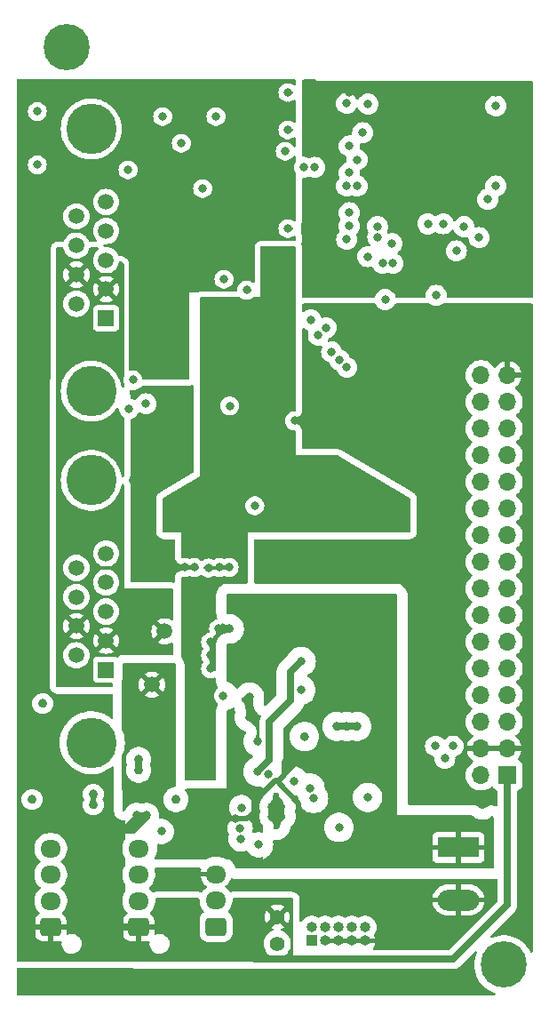
<source format=gbr>
%TF.GenerationSoftware,KiCad,Pcbnew,7.0.10-7.0.10~ubuntu23.10.1*%
%TF.CreationDate,2024-02-11T17:41:27+01:00*%
%TF.ProjectId,mainBoard,6d61696e-426f-4617-9264-2e6b69636164,rev?*%
%TF.SameCoordinates,Original*%
%TF.FileFunction,Copper,L3,Inr*%
%TF.FilePolarity,Positive*%
%FSLAX46Y46*%
G04 Gerber Fmt 4.6, Leading zero omitted, Abs format (unit mm)*
G04 Created by KiCad (PCBNEW 7.0.10-7.0.10~ubuntu23.10.1) date 2024-02-11 17:41:27*
%MOMM*%
%LPD*%
G01*
G04 APERTURE LIST*
G04 Aperture macros list*
%AMRoundRect*
0 Rectangle with rounded corners*
0 $1 Rounding radius*
0 $2 $3 $4 $5 $6 $7 $8 $9 X,Y pos of 4 corners*
0 Add a 4 corners polygon primitive as box body*
4,1,4,$2,$3,$4,$5,$6,$7,$8,$9,$2,$3,0*
0 Add four circle primitives for the rounded corners*
1,1,$1+$1,$2,$3*
1,1,$1+$1,$4,$5*
1,1,$1+$1,$6,$7*
1,1,$1+$1,$8,$9*
0 Add four rect primitives between the rounded corners*
20,1,$1+$1,$2,$3,$4,$5,0*
20,1,$1+$1,$4,$5,$6,$7,0*
20,1,$1+$1,$6,$7,$8,$9,0*
20,1,$1+$1,$8,$9,$2,$3,0*%
G04 Aperture macros list end*
%TA.AperFunction,ComponentPad*%
%ADD10R,1.700000X1.700000*%
%TD*%
%TA.AperFunction,ComponentPad*%
%ADD11O,1.700000X1.700000*%
%TD*%
%TA.AperFunction,ComponentPad*%
%ADD12RoundRect,0.250000X0.725000X-0.600000X0.725000X0.600000X-0.725000X0.600000X-0.725000X-0.600000X0*%
%TD*%
%TA.AperFunction,ComponentPad*%
%ADD13O,1.950000X1.700000*%
%TD*%
%TA.AperFunction,ComponentPad*%
%ADD14C,1.400000*%
%TD*%
%TA.AperFunction,ComponentPad*%
%ADD15R,1.500000X1.500000*%
%TD*%
%TA.AperFunction,ComponentPad*%
%ADD16C,1.500000*%
%TD*%
%TA.AperFunction,ComponentPad*%
%ADD17C,4.800000*%
%TD*%
%TA.AperFunction,ComponentPad*%
%ADD18C,1.515000*%
%TD*%
%TA.AperFunction,ComponentPad*%
%ADD19C,4.400000*%
%TD*%
%TA.AperFunction,ComponentPad*%
%ADD20R,3.960000X1.980000*%
%TD*%
%TA.AperFunction,ComponentPad*%
%ADD21O,3.960000X1.980000*%
%TD*%
%TA.AperFunction,ComponentPad*%
%ADD22R,1.000000X1.000000*%
%TD*%
%TA.AperFunction,ComponentPad*%
%ADD23O,1.000000X1.000000*%
%TD*%
%TA.AperFunction,ViaPad*%
%ADD24C,0.800000*%
%TD*%
%TA.AperFunction,ViaPad*%
%ADD25C,0.600000*%
%TD*%
%TA.AperFunction,Conductor*%
%ADD26C,0.500000*%
%TD*%
%TA.AperFunction,Conductor*%
%ADD27C,0.650000*%
%TD*%
G04 APERTURE END LIST*
D10*
%TO.N,/ESP32 Module/3V3*%
%TO.C,J8*%
X166983200Y-119863347D03*
D11*
X164443200Y-119863347D03*
%TO.N,GND*%
X166983200Y-117323347D03*
X164443200Y-117323347D03*
%TO.N,/Connectors/EN*%
X166983200Y-114783347D03*
%TO.N,/Connectors/IO0*%
X164443200Y-114783347D03*
%TO.N,/Connectors/MTDI*%
X166983200Y-112243347D03*
%TO.N,/Connectors/UART0_TX*%
X164443200Y-112243347D03*
%TO.N,/Connectors/MTCK*%
X166983200Y-109703347D03*
%TO.N,/Connectors/IO2*%
X164443200Y-109703347D03*
%TO.N,/Connectors/MTMS*%
X166983200Y-107163347D03*
%TO.N,/Connectors/UART0_RX*%
X164443200Y-107163347D03*
%TO.N,/Connectors/MTDO*%
X166983200Y-104623347D03*
%TO.N,/Connectors/IO4*%
X164443200Y-104623347D03*
%TO.N,/Connectors/IO32*%
X166983200Y-102083347D03*
%TO.N,/Connectors/IO5*%
X164443200Y-102083347D03*
%TO.N,/Connectors/IO33*%
X166983200Y-99543347D03*
%TO.N,/Connectors/IO16*%
X164443200Y-99543347D03*
%TO.N,/Connectors/IO34*%
X166983200Y-97003347D03*
%TO.N,/Connectors/LED_STRIP*%
X164443200Y-97003347D03*
%TO.N,/Connectors/IO35*%
X166983200Y-94463347D03*
%TO.N,/Connectors/SCLK*%
X164443200Y-94463347D03*
%TO.N,/Connectors/IO36*%
X166983200Y-91923347D03*
%TO.N,/Connectors/MISO*%
X164443200Y-91923347D03*
%TO.N,/Connectors/IO39*%
X166983200Y-89383347D03*
%TO.N,/Connectors/SDA*%
X164443200Y-89383347D03*
%TO.N,/Connectors/CAN_RX*%
X166983200Y-86843347D03*
%TO.N,/Connectors/SCL*%
X164443200Y-86843347D03*
%TO.N,/Connectors/CAN_TX*%
X166983200Y-84303347D03*
%TO.N,/Connectors/MOSI*%
X164443200Y-84303347D03*
%TO.N,GND*%
X166983200Y-81763347D03*
%TO.N,/Connectors/CAN_STBY*%
X164443200Y-81763347D03*
%TD*%
D12*
%TO.N,/Connectors/5.2V*%
%TO.C,J4*%
X139199200Y-134291347D03*
D13*
%TO.N,Net-(J1-Pin_2)*%
X139199200Y-131791347D03*
%TO.N,GND*%
X139199200Y-129291347D03*
%TD*%
D14*
%TO.N,/ESP32 Module/3V3*%
%TO.C,JP1*%
X145034000Y-133370000D03*
%TO.N,Net-(J3-Pin_1)*%
X145034000Y-135910000D03*
%TD*%
D15*
%TO.N,GND*%
%TO.C,J2*%
X128732200Y-109819347D03*
D16*
%TO.N,Net-(F5-Pad2)*%
X128732200Y-107047347D03*
%TO.N,Net-(IC1-CANH)*%
X128732200Y-104274347D03*
%TO.N,Net-(IC1-CANL)*%
X128732200Y-101502347D03*
%TO.N,GND*%
X128732200Y-98729347D03*
X125892200Y-108433347D03*
%TO.N,Net-(F5-Pad2)*%
X125892200Y-105660347D03*
%TO.N,Net-(F6-Pad2)*%
X125892200Y-102888347D03*
%TO.N,GND*%
X125892200Y-100115347D03*
D17*
%TO.N,unconnected-(J4-PadMH1)*%
X127312200Y-116769347D03*
%TO.N,unconnected-(J4-PadMH2)*%
X127312200Y-91779347D03*
%TD*%
D12*
%TO.N,/ESP32 Module/3V3*%
%TO.C,J5*%
X131833200Y-134341347D03*
D13*
%TO.N,/Connectors/SDA*%
X131833200Y-131841347D03*
%TO.N,/Connectors/SCL*%
X131833200Y-129341347D03*
%TO.N,GND*%
X131833200Y-126841347D03*
%TD*%
D15*
%TO.N,GND*%
%TO.C,J1*%
X128732200Y-76337347D03*
D16*
%TO.N,Net-(F5-Pad2)*%
X128732200Y-73565347D03*
%TO.N,Net-(IC1-CANH)*%
X128732200Y-70792347D03*
%TO.N,Net-(IC1-CANL)*%
X128732200Y-68020347D03*
%TO.N,GND*%
X128732200Y-65247347D03*
X125892200Y-74951347D03*
%TO.N,Net-(F5-Pad2)*%
X125892200Y-72178347D03*
%TO.N,Net-(F6-Pad2)*%
X125892200Y-69406347D03*
%TO.N,GND*%
X125892200Y-66633347D03*
D17*
%TO.N,unconnected-(J2-PadMH1)*%
X127312200Y-83287347D03*
%TO.N,unconnected-(J2-PadMH2)*%
X127312200Y-58297347D03*
%TD*%
D18*
%TO.N,/Connectors/24V*%
%TO.C,F2*%
X133096000Y-111252000D03*
%TO.N,Net-(F5-Pad2)*%
X134296000Y-106172000D03*
%TD*%
D19*
%TO.N,N/C*%
%TO.C,REF\u002A\u002A*%
X166624000Y-137922000D03*
%TD*%
D13*
%TO.N,GND*%
%TO.C,J3*%
X123451200Y-126841347D03*
%TO.N,/Connectors/SCL*%
X123451200Y-129341347D03*
%TO.N,/Connectors/SDA*%
X123451200Y-131841347D03*
D12*
%TO.N,/ESP32 Module/3V3*%
X123451200Y-134341347D03*
%TD*%
D20*
%TO.N,/Connectors/24V*%
%TO.C,J7*%
X162306000Y-126746000D03*
D21*
%TO.N,GND*%
X162306000Y-131746000D03*
%TD*%
D19*
%TO.N,N/C*%
%TO.C,REF\u002A\u002A*%
X124968000Y-50546000D03*
%TD*%
D22*
%TO.N,Net-(J3-Pin_1)*%
%TO.C,J6*%
X148336000Y-135636000D03*
D23*
%TO.N,/Connectors/MTMS*%
X148336000Y-134366000D03*
%TO.N,GND*%
X149606000Y-135636000D03*
%TO.N,/Connectors/MTCK*%
X149606000Y-134366000D03*
%TO.N,GND*%
X150876000Y-135636000D03*
%TO.N,/Connectors/MTDO*%
X150876000Y-134366000D03*
%TO.N,GND*%
X152146000Y-135636000D03*
%TO.N,/Connectors/MTDI*%
X152146000Y-134366000D03*
%TO.N,GND*%
X153416000Y-135636000D03*
%TO.N,unconnected-(J3-Pin_10-Pad10)*%
X153416000Y-134366000D03*
%TD*%
D24*
%TO.N,GND*%
X152285997Y-99872800D03*
X140462000Y-100076000D03*
D25*
X144983200Y-124714000D03*
D24*
X157226000Y-134112000D03*
X155767997Y-99872800D03*
X154749875Y-62558016D03*
X122682000Y-113030000D03*
X165869200Y-54839347D03*
X150723600Y-115214400D03*
X132588000Y-89916000D03*
X168148000Y-134112000D03*
X139961200Y-72619347D03*
X135261997Y-100076000D03*
D25*
X145491200Y-122834400D03*
D24*
X158902400Y-109154003D03*
X152224729Y-72565271D03*
X153236000Y-99872800D03*
X122174000Y-56642000D03*
X142113000Y-139446000D03*
X133299200Y-97790000D03*
X156876750Y-139446000D03*
X143205200Y-116636800D03*
X137160000Y-100076000D03*
X146057200Y-58395347D03*
X147034250Y-139446000D03*
X154889200Y-135585200D03*
X160027200Y-62607446D03*
D25*
X144424400Y-123799600D03*
D24*
X122174000Y-61722000D03*
X131826000Y-118364000D03*
X163322000Y-55372000D03*
X158877152Y-64984987D03*
D25*
X144932400Y-121818400D03*
D24*
X152623606Y-115214400D03*
X140503149Y-84686781D03*
X156040953Y-64984987D03*
X151899200Y-54839347D03*
X122428000Y-139446000D03*
X154749875Y-61139916D03*
X158902400Y-111287603D03*
X164592000Y-122682000D03*
X151955500Y-139446000D03*
X156972000Y-55372000D03*
X127349250Y-139446000D03*
X161798000Y-139446000D03*
X156718000Y-99872800D03*
X148590000Y-81280000D03*
X138684000Y-109728000D03*
X142392400Y-112420400D03*
X147726400Y-132994400D03*
X160027200Y-61189347D03*
X154749875Y-63976115D03*
X138480800Y-100126800D03*
X138684000Y-108458000D03*
X133865200Y-87097347D03*
X151892000Y-87884000D03*
X158799399Y-59707721D03*
X138684000Y-107188000D03*
X137929200Y-63983347D03*
X145803200Y-60427347D03*
X127508000Y-122682000D03*
X160274000Y-55372000D03*
X158902400Y-106237997D03*
X160027200Y-64025546D03*
X142113000Y-73660000D03*
X151673603Y-115214400D03*
X121666000Y-122174000D03*
X158902400Y-112237606D03*
X139446000Y-105918000D03*
X158902400Y-107188000D03*
X147624800Y-116179600D03*
X140462000Y-105918000D03*
X146685000Y-86106000D03*
X157381299Y-59707721D03*
X134119200Y-57125347D03*
D25*
X145491200Y-123799600D03*
D24*
X154787600Y-99872800D03*
X127508000Y-121666000D03*
D25*
X144424400Y-122834400D03*
D24*
X130817200Y-62205347D03*
X131826000Y-119380000D03*
X158902400Y-110337600D03*
X137191750Y-139446000D03*
X155963200Y-59707721D03*
X158902400Y-108204000D03*
X139547600Y-100076000D03*
X146057200Y-54839347D03*
X157459052Y-64984987D03*
X151335994Y-99872800D03*
X142392400Y-114335603D03*
X132270500Y-139446000D03*
X153416000Y-83058000D03*
X136209997Y-100076000D03*
X142392400Y-113385600D03*
X135382000Y-122174000D03*
X146057200Y-67793347D03*
X139199200Y-57125347D03*
X158902400Y-113187609D03*
%TO.N,/Connectors/SDA*%
X154618377Y-68596823D03*
X150952200Y-80289400D03*
%TO.N,/Connectors/SCL*%
X150220000Y-79552800D03*
X154598200Y-67597059D03*
%TO.N,/Connectors/EN*%
X147549200Y-61951347D03*
%TO.N,/Connectors/IO36*%
X153173853Y-58654000D03*
%TO.N,/Connectors/IO39*%
X151899200Y-59919347D03*
%TO.N,/Connectors/IO34*%
X152652006Y-61217153D03*
%TO.N,/Connectors/IO35*%
X151899200Y-62459347D03*
%TO.N,/Connectors/IO32*%
X151645200Y-63729347D03*
%TO.N,/Connectors/IO33*%
X152645203Y-63729347D03*
%TO.N,/Connectors/CAN_STBY*%
X151899200Y-66269347D03*
X148246000Y-76503347D03*
%TO.N,/Connectors/CAN_RX*%
X148958625Y-77953347D03*
X151899200Y-67539347D03*
%TO.N,/Connectors/CAN_TX*%
X151649853Y-68814000D03*
X149696000Y-77228347D03*
%TO.N,/Connectors/MTMS*%
X160118200Y-117094000D03*
X153670000Y-70459600D03*
%TO.N,/Connectors/MTDI*%
X155067000Y-71120000D03*
X161003100Y-118269900D03*
%TO.N,/Connectors/MTCK*%
X161802653Y-117089347D03*
X155343200Y-74549000D03*
%TO.N,/Connectors/MTDO*%
X156068200Y-71120000D03*
%TO.N,/Connectors/IO2*%
X160184000Y-74143347D03*
%TO.N,/Connectors/IO0*%
X151645200Y-55855347D03*
X135897200Y-59665347D03*
%TO.N,/Connectors/IO4*%
X162105200Y-69920347D03*
%TO.N,/Connectors/IO16*%
X148597200Y-61951347D03*
X164280200Y-68655151D03*
X153677200Y-55929347D03*
%TO.N,/Connectors/LED_STRIP*%
X151677200Y-81026000D03*
X155956000Y-69220000D03*
X134010400Y-125222000D03*
%TO.N,/Connectors/IO5*%
X162830200Y-67606074D03*
%TO.N,/Connectors/SCLK*%
X165097959Y-65008673D03*
%TO.N,/Connectors/MISO*%
X165869200Y-63729347D03*
D25*
%TO.N,/Connectors/24V*%
X151638000Y-106172000D03*
X150368000Y-108966000D03*
X151638000Y-107442000D03*
X151638000Y-111760000D03*
D24*
X141057182Y-123997055D03*
D25*
X150368000Y-107442000D03*
X150368000Y-106172000D03*
X151638000Y-108966000D03*
D24*
X146911538Y-118578456D03*
D25*
X151638000Y-110490000D03*
D24*
X146497953Y-117723207D03*
D25*
X150368000Y-111760000D03*
X150368000Y-110490000D03*
D24*
%TO.N,/Connectors/MOSI*%
X165869200Y-56109347D03*
%TO.N,/Connectors/5.2V*%
X144145000Y-70104000D03*
X141224000Y-92202000D03*
X142976600Y-92227400D03*
X150368000Y-90678000D03*
X145095003Y-70104000D03*
X139954000Y-93980000D03*
X136652000Y-93980000D03*
X144399000Y-84303347D03*
X138684000Y-93980000D03*
X138945200Y-78207347D03*
X153873200Y-92354400D03*
X155793200Y-94030800D03*
X154482800Y-94030800D03*
X135382000Y-93980000D03*
X153656449Y-121969731D03*
X138945200Y-76175347D03*
X152704800Y-94030800D03*
X146812000Y-90170000D03*
X151739600Y-92303600D03*
X137668000Y-118364000D03*
X141591118Y-125933719D03*
X138430000Y-92202000D03*
X141224000Y-90424000D03*
X145542000Y-81534000D03*
X151384000Y-94081600D03*
X144272000Y-90170000D03*
X137668000Y-119380000D03*
%TO.N,/Power Suply/VDDA*%
X150919167Y-124834794D03*
X148500000Y-122080000D03*
X141630400Y-122949800D03*
%TO.N,Net-(U6B-VCC)*%
X143256000Y-126492000D03*
X148157840Y-121084361D03*
%TO.N,Net-(IC1-CANL)*%
X131275079Y-82211921D03*
X130853200Y-84963000D03*
%TO.N,Net-(IC1-CANH)*%
X132518253Y-84480400D03*
%TO.N,/Power Suply/ISNS+*%
X141515381Y-124935316D03*
X142900400Y-94183200D03*
%TO.N,/Connectors/UART0_TX*%
X159385000Y-67342000D03*
%TO.N,/Connectors/UART0_RX*%
X160868476Y-67341218D03*
%TO.N,Net-(U6B-SW)*%
X143191649Y-119531331D03*
X147320000Y-109042200D03*
%TO.N,Net-(U6A-HO)*%
X147294600Y-111749926D03*
X144219648Y-119785331D03*
%TO.N,Net-(U6A-LO)*%
X139903200Y-112318800D03*
X146608800Y-120432212D03*
%TO.N,/ESP32 Module/3V3*%
X131637997Y-123698000D03*
X136398000Y-66548000D03*
X142113000Y-70358000D03*
X135001000Y-81153000D03*
X136398000Y-68961000D03*
X136398000Y-71120000D03*
X133858000Y-81153000D03*
X146057200Y-57125347D03*
X146057200Y-56109347D03*
X144474127Y-64296419D03*
X132588000Y-123698000D03*
%TD*%
D26*
%TO.N,/Connectors/24V*%
X145161000Y-120328994D02*
X145669000Y-119820994D01*
X141057182Y-123997055D02*
X139146945Y-123997055D01*
X145161000Y-120328994D02*
X146911538Y-118578456D01*
X145669000Y-118552160D02*
X146497953Y-117723207D01*
X142194945Y-123997055D02*
X142798800Y-123393200D01*
X142798800Y-122428000D02*
X144897806Y-120328994D01*
X141057182Y-123997055D02*
X142194945Y-123997055D01*
X145161000Y-120624600D02*
X147066000Y-122529600D01*
X145669000Y-119820994D02*
X145669000Y-118552160D01*
X145161000Y-120328994D02*
X145161000Y-120624600D01*
X147066000Y-122529600D02*
X147066000Y-124104400D01*
X144897806Y-120328994D02*
X145161000Y-120328994D01*
X139146945Y-123997055D02*
X139065000Y-124079000D01*
X142798800Y-123393200D02*
X142798800Y-122428000D01*
D27*
%TO.N,Net-(U6B-SW)*%
X143191649Y-119531331D02*
X143191649Y-119505182D01*
X146304000Y-112776000D02*
X146304000Y-110058200D01*
X144272000Y-118424831D02*
X144272000Y-114808000D01*
X144272000Y-114808000D02*
X146304000Y-112776000D01*
X143191649Y-119505182D02*
X144272000Y-118424831D01*
X146304000Y-110058200D02*
X147320000Y-109042200D01*
%TO.N,/ESP32 Module/3V3*%
X166983200Y-132228800D02*
X161798000Y-137414000D01*
X129007347Y-134341347D02*
X127635000Y-132969000D01*
X127635000Y-127889000D02*
X130429000Y-125095000D01*
X142875000Y-137414000D02*
X142748000Y-137287000D01*
X161798000Y-137414000D02*
X142875000Y-137414000D01*
X142748000Y-137287000D02*
X142748000Y-135656000D01*
X130429000Y-125095000D02*
X131637997Y-123886003D01*
X131637997Y-123886003D02*
X131637997Y-123698000D01*
D26*
X132588000Y-123698000D02*
X131637997Y-123698000D01*
D27*
X131833200Y-134341347D02*
X129007347Y-134341347D01*
X130429000Y-125095000D02*
X131318000Y-125095000D01*
X131318000Y-125095000D02*
X132588000Y-123825000D01*
X166983200Y-119863347D02*
X166983200Y-132228800D01*
X142748000Y-135656000D02*
X145034000Y-133370000D01*
X132588000Y-123825000D02*
X132588000Y-123698000D01*
D26*
X146057200Y-56109347D02*
X146057200Y-57125347D01*
D27*
X127635000Y-132969000D02*
X127635000Y-127889000D01*
%TD*%
%TA.AperFunction,Conductor*%
%TO.N,/Connectors/5.2V*%
G36*
X142240000Y-101486500D02*
G01*
X142220315Y-101553539D01*
X142167511Y-101599294D01*
X142116000Y-101610500D01*
X140332000Y-101610500D01*
X140331347Y-101610503D01*
X140320420Y-101610566D01*
X140320406Y-101610567D01*
X140118254Y-101633481D01*
X140066753Y-101644685D01*
X139975058Y-101669217D01*
X139788475Y-101750306D01*
X139788468Y-101750310D01*
X139622033Y-101867294D01*
X139622020Y-101867305D01*
X139569225Y-101913052D01*
X139452819Y-102032169D01*
X139339693Y-102201261D01*
X139339690Y-102201268D01*
X139262916Y-102389671D01*
X139262914Y-102389677D01*
X139243233Y-102456706D01*
X139223082Y-102537597D01*
X139202500Y-102739998D01*
X139202500Y-104394219D01*
X139203904Y-104447342D01*
X139235149Y-104648381D01*
X139250992Y-104709026D01*
X139250994Y-104709032D01*
X139294341Y-104838358D01*
X139294347Y-104838370D01*
X139308345Y-104864448D01*
X139322708Y-104932826D01*
X139297822Y-104998113D01*
X139241590Y-105039583D01*
X139224871Y-105044384D01*
X139166197Y-105056855D01*
X139166192Y-105056857D01*
X138993270Y-105133848D01*
X138993265Y-105133851D01*
X138840129Y-105245111D01*
X138713466Y-105385785D01*
X138618821Y-105549715D01*
X138618818Y-105549722D01*
X138560327Y-105729740D01*
X138560326Y-105729744D01*
X138540540Y-105918000D01*
X138560326Y-106106256D01*
X138560327Y-106106259D01*
X138574730Y-106150587D01*
X138576725Y-106220428D01*
X138540645Y-106280261D01*
X138482580Y-106310195D01*
X138404197Y-106326855D01*
X138404192Y-106326857D01*
X138231270Y-106403848D01*
X138231265Y-106403851D01*
X138078129Y-106515111D01*
X137951466Y-106655785D01*
X137856821Y-106819715D01*
X137856818Y-106819722D01*
X137798327Y-106999740D01*
X137798326Y-106999744D01*
X137778540Y-107188000D01*
X137798326Y-107376256D01*
X137798327Y-107376259D01*
X137856818Y-107556277D01*
X137856821Y-107556284D01*
X137951467Y-107720216D01*
X137960815Y-107730598D01*
X137969307Y-107740030D01*
X137999535Y-107803022D01*
X137990909Y-107872357D01*
X137969307Y-107905970D01*
X137951466Y-107925785D01*
X137856821Y-108089715D01*
X137856818Y-108089722D01*
X137798327Y-108269740D01*
X137798326Y-108269744D01*
X137778540Y-108458000D01*
X137798326Y-108646256D01*
X137798327Y-108646259D01*
X137856818Y-108826277D01*
X137856821Y-108826284D01*
X137951467Y-108990216D01*
X137961806Y-109001699D01*
X137969307Y-109010030D01*
X137999535Y-109073022D01*
X137990909Y-109142357D01*
X137969307Y-109175970D01*
X137951466Y-109195785D01*
X137856821Y-109359715D01*
X137856818Y-109359722D01*
X137808453Y-109508576D01*
X137798326Y-109539744D01*
X137778540Y-109728000D01*
X137798326Y-109916256D01*
X137798327Y-109916259D01*
X137856818Y-110096277D01*
X137856821Y-110096284D01*
X137951467Y-110260216D01*
X138078129Y-110400888D01*
X138231265Y-110512148D01*
X138231270Y-110512151D01*
X138404192Y-110589142D01*
X138404197Y-110589144D01*
X138589354Y-110628500D01*
X138589355Y-110628500D01*
X138778644Y-110628500D01*
X138778646Y-110628500D01*
X138963803Y-110589144D01*
X139028064Y-110560533D01*
X139097313Y-110551248D01*
X139160590Y-110580876D01*
X139197804Y-110640010D01*
X139202500Y-110673812D01*
X139202500Y-110854174D01*
X139203698Y-110903261D01*
X139204287Y-110915326D01*
X139219450Y-111046911D01*
X139219451Y-111046914D01*
X139271283Y-111225834D01*
X139276060Y-111242324D01*
X139289651Y-111276026D01*
X139302188Y-111307117D01*
X139302190Y-111307122D01*
X139302191Y-111307123D01*
X139377051Y-111455883D01*
X139377052Y-111455885D01*
X139378367Y-111458497D01*
X139390918Y-111527230D01*
X139364318Y-111591838D01*
X139340488Y-111614554D01*
X139297328Y-111645912D01*
X139297323Y-111645916D01*
X139170666Y-111786585D01*
X139076021Y-111950515D01*
X139076018Y-111950522D01*
X139017527Y-112130540D01*
X139017526Y-112130544D01*
X138997740Y-112318800D01*
X139017526Y-112507056D01*
X139017527Y-112507059D01*
X139076018Y-112687077D01*
X139076021Y-112687084D01*
X139170667Y-112851016D01*
X139281649Y-112974274D01*
X139297329Y-112991688D01*
X139297333Y-112991692D01*
X139343223Y-113025032D01*
X139385890Y-113080362D01*
X139391869Y-113149975D01*
X139373402Y-113194300D01*
X139339695Y-113244684D01*
X139339690Y-113244694D01*
X139262916Y-113433097D01*
X139262914Y-113433103D01*
X139243233Y-113500132D01*
X139223082Y-113581023D01*
X139202500Y-113783424D01*
X139202500Y-120228500D01*
X139182815Y-120295539D01*
X139130011Y-120341294D01*
X139078500Y-120352500D01*
X136368059Y-120352500D01*
X136357926Y-120352564D01*
X136357850Y-120352564D01*
X136357843Y-120352565D01*
X136356924Y-120352576D01*
X136354826Y-120352603D01*
X136326571Y-120353999D01*
X136317620Y-120354442D01*
X136249690Y-120338090D01*
X136201385Y-120287608D01*
X136187500Y-120230593D01*
X136187500Y-109344008D01*
X136187499Y-109343991D01*
X136169090Y-109172773D01*
X136157882Y-109121254D01*
X136148135Y-109081370D01*
X136148134Y-109081365D01*
X136081665Y-108913684D01*
X135979550Y-108764998D01*
X135933795Y-108712194D01*
X135933229Y-108711617D01*
X135925428Y-108703654D01*
X135892571Y-108641993D01*
X135890000Y-108616873D01*
X135890000Y-101081727D01*
X135909685Y-101014688D01*
X135962489Y-100968933D01*
X136031647Y-100958989D01*
X136039774Y-100960435D01*
X136115351Y-100976500D01*
X136115352Y-100976500D01*
X136304641Y-100976500D01*
X136304643Y-100976500D01*
X136489800Y-100937144D01*
X136634562Y-100872690D01*
X136703812Y-100863406D01*
X136735434Y-100872691D01*
X136880192Y-100937142D01*
X136880197Y-100937144D01*
X137065354Y-100976500D01*
X137065355Y-100976500D01*
X137254644Y-100976500D01*
X137254646Y-100976500D01*
X137439803Y-100937144D01*
X137612730Y-100860151D01*
X137713823Y-100786702D01*
X137779626Y-100763224D01*
X137847680Y-100779049D01*
X137869229Y-100796316D01*
X137870105Y-100795344D01*
X137874935Y-100799693D01*
X138028065Y-100910948D01*
X138028070Y-100910951D01*
X138200992Y-100987942D01*
X138200997Y-100987944D01*
X138386154Y-101027300D01*
X138386155Y-101027300D01*
X138575444Y-101027300D01*
X138575446Y-101027300D01*
X138760603Y-100987944D01*
X138933530Y-100910951D01*
X138980268Y-100876993D01*
X139046073Y-100853514D01*
X139103589Y-100864033D01*
X139267792Y-100937142D01*
X139267797Y-100937144D01*
X139452954Y-100976500D01*
X139452955Y-100976500D01*
X139642244Y-100976500D01*
X139642246Y-100976500D01*
X139827403Y-100937144D01*
X139886233Y-100910951D01*
X139954364Y-100880617D01*
X140023614Y-100871332D01*
X140055236Y-100880617D01*
X140182192Y-100937142D01*
X140182197Y-100937144D01*
X140367354Y-100976500D01*
X140367355Y-100976500D01*
X140556644Y-100976500D01*
X140556646Y-100976500D01*
X140741803Y-100937144D01*
X140914730Y-100860151D01*
X141067871Y-100748888D01*
X141194533Y-100608216D01*
X141289179Y-100444284D01*
X141347674Y-100264256D01*
X141367460Y-100076000D01*
X141347674Y-99887744D01*
X141289179Y-99707716D01*
X141194533Y-99543784D01*
X141067871Y-99403112D01*
X141034494Y-99378862D01*
X140914734Y-99291851D01*
X140914729Y-99291848D01*
X140741807Y-99214857D01*
X140741802Y-99214855D01*
X140596001Y-99183865D01*
X140556646Y-99175500D01*
X140367354Y-99175500D01*
X140334897Y-99182398D01*
X140182197Y-99214855D01*
X140182192Y-99214857D01*
X140055236Y-99271383D01*
X139985986Y-99280668D01*
X139954364Y-99271383D01*
X139827407Y-99214857D01*
X139827402Y-99214855D01*
X139681601Y-99183865D01*
X139642246Y-99175500D01*
X139452954Y-99175500D01*
X139420497Y-99182398D01*
X139267797Y-99214855D01*
X139267792Y-99214857D01*
X139094871Y-99291848D01*
X139048129Y-99325807D01*
X138982322Y-99349285D01*
X138924810Y-99338766D01*
X138760607Y-99265657D01*
X138760602Y-99265655D01*
X138614801Y-99234665D01*
X138575446Y-99226300D01*
X138386154Y-99226300D01*
X138353697Y-99233198D01*
X138200997Y-99265655D01*
X138200992Y-99265657D01*
X138028071Y-99342648D01*
X137926978Y-99416096D01*
X137861171Y-99439575D01*
X137793117Y-99423749D01*
X137771576Y-99406485D01*
X137770700Y-99407460D01*
X137765870Y-99403111D01*
X137612734Y-99291851D01*
X137612729Y-99291848D01*
X137439807Y-99214857D01*
X137439802Y-99214855D01*
X137294001Y-99183865D01*
X137254646Y-99175500D01*
X137065354Y-99175500D01*
X137032897Y-99182398D01*
X136880197Y-99214855D01*
X136735433Y-99279309D01*
X136666183Y-99288593D01*
X136634562Y-99279309D01*
X136616760Y-99271383D01*
X136489800Y-99214856D01*
X136489798Y-99214855D01*
X136489797Y-99214855D01*
X136355199Y-99186246D01*
X136304643Y-99175500D01*
X136115351Y-99175500D01*
X136064795Y-99186246D01*
X136039779Y-99191563D01*
X135970112Y-99186246D01*
X135914379Y-99144108D01*
X135890275Y-99078528D01*
X135890000Y-99070272D01*
X135890000Y-96774000D01*
X142240000Y-96774000D01*
X142240000Y-101486500D01*
G37*
%TD.AperFunction*%
%TD*%
%TA.AperFunction,Conductor*%
%TO.N,/Connectors/5.2V*%
G36*
X146755039Y-69488685D02*
G01*
X146800794Y-69541489D01*
X146812000Y-69593000D01*
X146812000Y-85081500D01*
X146792315Y-85148539D01*
X146739511Y-85194294D01*
X146688000Y-85205500D01*
X146590354Y-85205500D01*
X146557897Y-85212398D01*
X146405197Y-85244855D01*
X146405192Y-85244857D01*
X146232270Y-85321848D01*
X146232265Y-85321851D01*
X146079129Y-85433111D01*
X145952466Y-85573785D01*
X145857821Y-85737715D01*
X145857818Y-85737722D01*
X145799327Y-85917740D01*
X145799326Y-85917744D01*
X145779540Y-86106000D01*
X145799326Y-86294256D01*
X145799327Y-86294259D01*
X145857818Y-86474277D01*
X145857821Y-86474284D01*
X145952467Y-86638216D01*
X146079129Y-86778888D01*
X146232265Y-86890148D01*
X146232270Y-86890151D01*
X146405192Y-86967142D01*
X146405197Y-86967144D01*
X146590354Y-87006500D01*
X146590355Y-87006500D01*
X146688000Y-87006500D01*
X146755039Y-87026185D01*
X146800794Y-87078989D01*
X146812000Y-87130500D01*
X146812000Y-89408000D01*
X150842019Y-89408000D01*
X150905234Y-89425324D01*
X157480971Y-93322057D01*
X157673215Y-93435979D01*
X157720854Y-93487090D01*
X157734000Y-93542655D01*
X157734000Y-96650000D01*
X157714315Y-96717039D01*
X157661511Y-96762794D01*
X157610000Y-96774000D01*
X134236000Y-96774000D01*
X134168961Y-96754315D01*
X134123206Y-96701511D01*
X134112000Y-96650000D01*
X134112000Y-94183200D01*
X141994940Y-94183200D01*
X142014726Y-94371456D01*
X142014727Y-94371459D01*
X142073218Y-94551477D01*
X142073221Y-94551484D01*
X142167867Y-94715416D01*
X142294529Y-94856088D01*
X142447665Y-94967348D01*
X142447670Y-94967351D01*
X142620592Y-95044342D01*
X142620597Y-95044344D01*
X142805754Y-95083700D01*
X142805755Y-95083700D01*
X142995044Y-95083700D01*
X142995046Y-95083700D01*
X143180203Y-95044344D01*
X143353130Y-94967351D01*
X143506271Y-94856088D01*
X143632933Y-94715416D01*
X143727579Y-94551484D01*
X143786074Y-94371456D01*
X143805860Y-94183200D01*
X143786074Y-93994944D01*
X143727579Y-93814916D01*
X143632933Y-93650984D01*
X143506271Y-93510312D01*
X143474309Y-93487090D01*
X143353134Y-93399051D01*
X143353129Y-93399048D01*
X143180207Y-93322057D01*
X143180202Y-93322055D01*
X143034401Y-93291065D01*
X142995046Y-93282700D01*
X142805754Y-93282700D01*
X142773297Y-93289598D01*
X142620597Y-93322055D01*
X142620592Y-93322057D01*
X142447670Y-93399048D01*
X142447665Y-93399051D01*
X142294529Y-93510311D01*
X142167866Y-93650985D01*
X142073221Y-93814915D01*
X142073218Y-93814922D01*
X142014727Y-93994940D01*
X142014726Y-93994944D01*
X141994940Y-94183200D01*
X134112000Y-94183200D01*
X134112000Y-93542688D01*
X134131685Y-93475649D01*
X134172827Y-93435987D01*
X137667434Y-91366990D01*
X137667656Y-84686781D01*
X139597689Y-84686781D01*
X139617475Y-84875037D01*
X139617476Y-84875040D01*
X139675967Y-85055058D01*
X139675970Y-85055065D01*
X139770616Y-85218997D01*
X139897278Y-85359669D01*
X140050414Y-85470929D01*
X140050419Y-85470932D01*
X140223341Y-85547923D01*
X140223346Y-85547925D01*
X140408503Y-85587281D01*
X140408504Y-85587281D01*
X140597793Y-85587281D01*
X140597795Y-85587281D01*
X140782952Y-85547925D01*
X140955879Y-85470932D01*
X141109020Y-85359669D01*
X141235682Y-85218997D01*
X141330328Y-85055065D01*
X141388823Y-84875037D01*
X141408609Y-84686781D01*
X141388823Y-84498525D01*
X141330328Y-84318497D01*
X141235682Y-84154565D01*
X141109020Y-84013893D01*
X141109019Y-84013892D01*
X140955883Y-83902632D01*
X140955878Y-83902629D01*
X140782956Y-83825638D01*
X140782951Y-83825636D01*
X140637150Y-83794646D01*
X140597795Y-83786281D01*
X140408503Y-83786281D01*
X140376046Y-83793179D01*
X140223346Y-83825636D01*
X140223341Y-83825638D01*
X140050419Y-83902629D01*
X140050414Y-83902632D01*
X139897278Y-84013892D01*
X139770615Y-84154566D01*
X139675970Y-84318496D01*
X139675967Y-84318503D01*
X139617476Y-84498521D01*
X139617475Y-84498525D01*
X139597689Y-84686781D01*
X137667656Y-84686781D01*
X137667996Y-74418996D01*
X137687683Y-74351957D01*
X137740488Y-74306204D01*
X137791996Y-74295000D01*
X141417806Y-74295000D01*
X141484845Y-74314685D01*
X141501805Y-74329098D01*
X141502305Y-74328544D01*
X141507135Y-74332893D01*
X141660265Y-74444148D01*
X141660270Y-74444151D01*
X141833192Y-74521142D01*
X141833197Y-74521144D01*
X142018354Y-74560500D01*
X142018355Y-74560500D01*
X142207644Y-74560500D01*
X142207646Y-74560500D01*
X142392803Y-74521144D01*
X142565730Y-74444151D01*
X142718871Y-74332888D01*
X142718877Y-74332881D01*
X142723695Y-74328544D01*
X142725297Y-74330323D01*
X142775543Y-74299376D01*
X142808194Y-74295000D01*
X143383000Y-74295000D01*
X143383000Y-69593000D01*
X143402685Y-69525961D01*
X143455489Y-69480206D01*
X143507000Y-69469000D01*
X146688000Y-69469000D01*
X146755039Y-69488685D01*
G37*
%TD.AperFunction*%
%TD*%
%TA.AperFunction,Conductor*%
%TO.N,/ESP32 Module/3V3*%
G36*
X130776209Y-53569478D02*
G01*
X130817199Y-53569540D01*
X130791639Y-61202522D01*
X130621073Y-61219321D01*
X130621070Y-61219322D01*
X130432469Y-61276534D01*
X130432467Y-61276535D01*
X130258667Y-61369434D01*
X130258657Y-61369440D01*
X130106321Y-61494459D01*
X130106312Y-61494468D01*
X129981293Y-61646804D01*
X129981287Y-61646814D01*
X129888388Y-61820614D01*
X129888387Y-61820616D01*
X129831175Y-62009217D01*
X129831174Y-62009220D01*
X129811859Y-62205343D01*
X129811859Y-62205350D01*
X129831174Y-62401473D01*
X129831175Y-62401476D01*
X129888387Y-62590077D01*
X129888388Y-62590079D01*
X129920851Y-62650812D01*
X129981290Y-62763885D01*
X129981292Y-62763887D01*
X129981293Y-62763889D01*
X130106312Y-62916225D01*
X130106321Y-62916234D01*
X130258657Y-63041253D01*
X130258662Y-63041257D01*
X130432473Y-63134161D01*
X130621068Y-63191371D01*
X130621070Y-63191371D01*
X130621073Y-63191372D01*
X130732032Y-63202299D01*
X130784924Y-63207509D01*
X130760108Y-70618683D01*
X130731135Y-70591435D01*
X130731127Y-70591429D01*
X130517072Y-70437373D01*
X130517068Y-70437370D01*
X130437876Y-70389126D01*
X130437870Y-70389122D01*
X130437867Y-70389121D01*
X130433241Y-70386768D01*
X130404119Y-70371956D01*
X130304719Y-70332029D01*
X130304716Y-70332028D01*
X130165685Y-70309239D01*
X130148734Y-70306461D01*
X130148741Y-70306461D01*
X130078883Y-70304254D01*
X130056933Y-70304084D01*
X129998891Y-70284725D01*
X129967979Y-70246926D01*
X129906240Y-70114528D01*
X129906236Y-70114520D01*
X129770698Y-69920950D01*
X129770697Y-69920949D01*
X129770695Y-69920946D01*
X129603601Y-69753852D01*
X129603597Y-69753849D01*
X129603596Y-69753848D01*
X129496207Y-69678654D01*
X129410030Y-69618312D01*
X129195863Y-69518444D01*
X129195860Y-69518443D01*
X129174519Y-69512725D01*
X129134393Y-69501973D01*
X129083079Y-69468650D01*
X129061152Y-69411529D01*
X129076987Y-69352428D01*
X129124537Y-69313923D01*
X129134387Y-69310722D01*
X129195863Y-69294250D01*
X129410030Y-69194382D01*
X129603601Y-69058842D01*
X129770695Y-68891748D01*
X129906235Y-68698177D01*
X130006103Y-68484010D01*
X130067263Y-68255755D01*
X130069314Y-68232311D01*
X130087859Y-68020351D01*
X130087859Y-68020342D01*
X130067264Y-67784946D01*
X130067263Y-67784943D01*
X130067263Y-67784939D01*
X130006103Y-67556684D01*
X129981885Y-67504748D01*
X129906240Y-67342528D01*
X129906236Y-67342520D01*
X129770698Y-67148950D01*
X129770697Y-67148949D01*
X129770695Y-67148946D01*
X129603601Y-66981852D01*
X129603597Y-66981849D01*
X129603596Y-66981848D01*
X129436052Y-66864533D01*
X129410030Y-66846312D01*
X129195863Y-66746444D01*
X129195860Y-66746443D01*
X129173358Y-66740414D01*
X129132527Y-66729473D01*
X129081213Y-66696150D01*
X129059286Y-66639029D01*
X129075121Y-66579928D01*
X129122671Y-66541423D01*
X129132521Y-66538222D01*
X129195863Y-66521250D01*
X129410030Y-66421382D01*
X129603601Y-66285842D01*
X129770695Y-66118748D01*
X129906235Y-65925177D01*
X130006103Y-65711010D01*
X130067263Y-65482755D01*
X130069314Y-65459311D01*
X130087859Y-65247351D01*
X130087859Y-65247342D01*
X130067264Y-65011946D01*
X130067263Y-65011943D01*
X130067263Y-65011939D01*
X130006103Y-64783684D01*
X129906235Y-64569518D01*
X129770695Y-64375946D01*
X129603601Y-64208852D01*
X129603597Y-64208849D01*
X129603596Y-64208848D01*
X129496207Y-64133654D01*
X129410030Y-64073312D01*
X129195863Y-63973444D01*
X128967608Y-63912284D01*
X128967607Y-63912283D01*
X128967600Y-63912282D01*
X128732204Y-63891688D01*
X128732196Y-63891688D01*
X128496799Y-63912282D01*
X128268532Y-63973445D01*
X128054381Y-64073306D01*
X128054373Y-64073310D01*
X127860803Y-64208848D01*
X127693701Y-64375950D01*
X127558163Y-64569520D01*
X127558159Y-64569528D01*
X127458298Y-64783679D01*
X127397135Y-65011946D01*
X127376541Y-65247342D01*
X127376541Y-65247351D01*
X127397135Y-65482747D01*
X127397136Y-65482754D01*
X127397137Y-65482755D01*
X127458297Y-65711010D01*
X127558165Y-65925177D01*
X127693705Y-66118748D01*
X127860799Y-66285842D01*
X128054370Y-66421382D01*
X128268537Y-66521250D01*
X128331872Y-66538220D01*
X128383186Y-66571544D01*
X128405113Y-66628665D01*
X128389278Y-66687766D01*
X128341728Y-66726271D01*
X128331878Y-66729471D01*
X128299463Y-66738157D01*
X128268532Y-66746445D01*
X128054381Y-66846306D01*
X128054373Y-66846310D01*
X127860803Y-66981848D01*
X127693701Y-67148950D01*
X127558163Y-67342520D01*
X127558159Y-67342528D01*
X127458298Y-67556679D01*
X127397135Y-67784946D01*
X127376541Y-68020342D01*
X127376541Y-68020351D01*
X127397135Y-68255747D01*
X127397136Y-68255754D01*
X127397137Y-68255755D01*
X127458297Y-68484010D01*
X127558165Y-68698177D01*
X127579417Y-68728528D01*
X127636508Y-68810063D01*
X127654397Y-68868575D01*
X127634477Y-68926427D01*
X127584356Y-68961521D01*
X127555412Y-68965847D01*
X127239974Y-68965847D01*
X127181783Y-68946940D01*
X127150250Y-68908686D01*
X127066240Y-68728528D01*
X127066236Y-68728520D01*
X127061783Y-68722161D01*
X126930695Y-68534946D01*
X126763601Y-68367852D01*
X126763597Y-68367849D01*
X126763596Y-68367848D01*
X126603510Y-68255755D01*
X126570030Y-68232312D01*
X126355863Y-68132444D01*
X126355860Y-68132443D01*
X126333358Y-68126414D01*
X126292527Y-68115473D01*
X126241213Y-68082150D01*
X126219286Y-68025029D01*
X126235121Y-67965928D01*
X126282671Y-67927423D01*
X126292521Y-67924222D01*
X126355863Y-67907250D01*
X126570030Y-67807382D01*
X126763601Y-67671842D01*
X126930695Y-67504748D01*
X127066235Y-67311177D01*
X127166103Y-67097010D01*
X127227263Y-66868755D01*
X127227264Y-66868747D01*
X127247859Y-66633351D01*
X127247859Y-66633342D01*
X127227264Y-66397946D01*
X127227263Y-66397943D01*
X127227263Y-66397939D01*
X127166103Y-66169684D01*
X127066235Y-65955518D01*
X126930695Y-65761946D01*
X126763601Y-65594852D01*
X126763597Y-65594849D01*
X126763596Y-65594848D01*
X126603510Y-65482755D01*
X126570030Y-65459312D01*
X126355863Y-65359444D01*
X126127608Y-65298284D01*
X126127607Y-65298283D01*
X126127600Y-65298282D01*
X125892204Y-65277688D01*
X125892196Y-65277688D01*
X125656799Y-65298282D01*
X125428532Y-65359445D01*
X125214381Y-65459306D01*
X125214373Y-65459310D01*
X125020803Y-65594848D01*
X124853701Y-65761950D01*
X124718163Y-65955520D01*
X124718159Y-65955528D01*
X124618298Y-66169679D01*
X124557135Y-66397946D01*
X124536541Y-66633342D01*
X124536541Y-66633351D01*
X124557135Y-66868747D01*
X124557136Y-66868754D01*
X124557137Y-66868755D01*
X124618297Y-67097010D01*
X124718165Y-67311177D01*
X124853705Y-67504748D01*
X125020799Y-67671842D01*
X125214370Y-67807382D01*
X125428537Y-67907250D01*
X125491872Y-67924220D01*
X125543186Y-67957544D01*
X125565113Y-68014665D01*
X125549278Y-68073766D01*
X125501728Y-68112271D01*
X125491878Y-68115471D01*
X125459463Y-68124157D01*
X125428532Y-68132445D01*
X125214381Y-68232306D01*
X125214373Y-68232310D01*
X125020803Y-68367848D01*
X124853701Y-68534950D01*
X124718163Y-68728520D01*
X124718159Y-68728528D01*
X124634150Y-68908686D01*
X124592422Y-68953434D01*
X124544426Y-68965847D01*
X124083174Y-68965847D01*
X123954532Y-68979672D01*
X123954521Y-68979673D01*
X123954519Y-68979674D01*
X123954515Y-68979674D01*
X123954514Y-68979675D01*
X123903030Y-68990870D01*
X123903017Y-68990873D01*
X123767216Y-69037855D01*
X123767211Y-69037858D01*
X123635253Y-69124865D01*
X123635237Y-69124877D01*
X123582461Y-69170592D01*
X123561108Y-69189996D01*
X123561103Y-69190003D01*
X123461902Y-69313060D01*
X123397930Y-69457603D01*
X123378234Y-69524640D01*
X123374338Y-69538507D01*
X123374337Y-69538511D01*
X123353679Y-69695222D01*
X123353252Y-72178243D01*
X123353014Y-73565243D01*
X123352776Y-74951252D01*
X123352776Y-74951347D01*
X123352649Y-75692347D01*
X123352401Y-77135113D01*
X123351345Y-83287348D01*
X123349887Y-91779348D01*
X123348694Y-98729252D01*
X123348694Y-98729347D01*
X123348456Y-100115251D01*
X123348456Y-100115347D01*
X123348218Y-101502252D01*
X123348218Y-101502347D01*
X123347742Y-104274347D01*
X123347504Y-105660243D01*
X123347266Y-107047243D01*
X123347028Y-108433252D01*
X123347028Y-108433347D01*
X123346521Y-111381876D01*
X123346521Y-111381878D01*
X123360348Y-111510642D01*
X123371553Y-111562169D01*
X123371557Y-111562180D01*
X123418584Y-111698075D01*
X123418587Y-111698082D01*
X123505620Y-111830029D01*
X123551379Y-111882837D01*
X123570760Y-111904156D01*
X123693832Y-112003336D01*
X123693833Y-112003336D01*
X123693835Y-112003338D01*
X123838388Y-112067287D01*
X123881937Y-112080074D01*
X123905389Y-112086961D01*
X123905401Y-112086964D01*
X123905427Y-112086972D01*
X123919306Y-112090868D01*
X123919310Y-112090868D01*
X123919311Y-112090869D01*
X123968968Y-112097406D01*
X124076021Y-112111500D01*
X124076022Y-112111500D01*
X129260189Y-112111500D01*
X129267710Y-112110678D01*
X129280050Y-112109330D01*
X129339949Y-112121805D01*
X129381077Y-112167106D01*
X129389800Y-112207070D01*
X129404687Y-114395299D01*
X129386176Y-114453618D01*
X129336922Y-114489917D01*
X129275738Y-114490334D01*
X129242054Y-114471812D01*
X129107011Y-114358498D01*
X129012357Y-114296243D01*
X128814994Y-114166434D01*
X128502653Y-114009571D01*
X128502652Y-114009570D01*
X128502651Y-114009570D01*
X128174211Y-113890028D01*
X128174212Y-113890028D01*
X128174206Y-113890026D01*
X127834124Y-113809425D01*
X127721289Y-113796236D01*
X127486959Y-113768847D01*
X127137441Y-113768847D01*
X126946150Y-113791205D01*
X126790275Y-113809425D01*
X126450193Y-113890026D01*
X126261209Y-113958811D01*
X126121749Y-114009570D01*
X126121748Y-114009570D01*
X126121746Y-114009571D01*
X125809405Y-114166434D01*
X125517390Y-114358497D01*
X125249643Y-114583162D01*
X125009791Y-114837390D01*
X124801071Y-115117749D01*
X124801069Y-115117752D01*
X124626311Y-115420442D01*
X124626308Y-115420449D01*
X124487874Y-115741374D01*
X124487872Y-115741381D01*
X124387630Y-116076212D01*
X124387630Y-116076213D01*
X124326938Y-116420417D01*
X124306615Y-116769347D01*
X124326938Y-117118276D01*
X124387630Y-117462480D01*
X124387630Y-117462481D01*
X124387631Y-117462483D01*
X124487874Y-117797318D01*
X124626311Y-118118251D01*
X124801070Y-118420943D01*
X125009788Y-118701300D01*
X125249642Y-118955530D01*
X125517389Y-119180196D01*
X125809407Y-119372260D01*
X126121749Y-119529124D01*
X126450189Y-119648666D01*
X126450192Y-119648666D01*
X126450193Y-119648667D01*
X126790275Y-119729268D01*
X126790280Y-119729268D01*
X126790286Y-119729270D01*
X127137441Y-119769847D01*
X127137444Y-119769847D01*
X127486956Y-119769847D01*
X127486959Y-119769847D01*
X127834114Y-119729270D01*
X127834120Y-119729268D01*
X127834124Y-119729268D01*
X128060845Y-119675534D01*
X128174211Y-119648666D01*
X128502651Y-119529124D01*
X128814993Y-119372260D01*
X129107011Y-119180196D01*
X129274161Y-119039940D01*
X129330890Y-119017020D01*
X129390258Y-119031822D01*
X129429587Y-119078693D01*
X129436794Y-119115105D01*
X129438544Y-119372259D01*
X129438597Y-119379996D01*
X129438634Y-119385479D01*
X129449312Y-120955117D01*
X129457603Y-122173995D01*
X129462881Y-122949796D01*
X129464826Y-123235752D01*
X129466751Y-123286195D01*
X129466753Y-123286209D01*
X129499338Y-123463577D01*
X129499342Y-123463596D01*
X129519581Y-123530469D01*
X129531131Y-123561617D01*
X129553836Y-123622849D01*
X129644785Y-123778616D01*
X129768115Y-123910240D01*
X129821296Y-123955556D01*
X129900055Y-124014751D01*
X130060779Y-124096621D01*
X130235692Y-124140674D01*
X130235704Y-124140675D01*
X130235706Y-124140676D01*
X130304899Y-124150041D01*
X130304917Y-124150043D01*
X130304930Y-124150045D01*
X130329496Y-124151849D01*
X130403194Y-124157264D01*
X130403195Y-124157263D01*
X130403197Y-124157264D01*
X130471631Y-124150392D01*
X130531418Y-124163391D01*
X130572148Y-124209050D01*
X130580520Y-124249228D01*
X130574986Y-125902082D01*
X130555884Y-125960210D01*
X130554112Y-125962558D01*
X130489730Y-126045276D01*
X130489728Y-126045279D01*
X130375319Y-126256687D01*
X130297265Y-126484053D01*
X130257700Y-126721154D01*
X130257700Y-126961539D01*
X130297265Y-127198640D01*
X130375319Y-127426006D01*
X130489728Y-127637414D01*
X130489730Y-127637417D01*
X130547846Y-127712084D01*
X130568667Y-127769618D01*
X130568720Y-127773223D01*
X130566578Y-128412886D01*
X130547476Y-128471013D01*
X130545705Y-128473360D01*
X130518027Y-128508920D01*
X130489728Y-128545280D01*
X130489727Y-128545282D01*
X130375319Y-128756687D01*
X130297265Y-128984053D01*
X130257700Y-129221154D01*
X130257700Y-129461539D01*
X130297265Y-129698640D01*
X130375319Y-129926006D01*
X130489728Y-130137414D01*
X130489730Y-130137417D01*
X130539510Y-130201374D01*
X130560331Y-130258908D01*
X130560384Y-130262513D01*
X130558170Y-130923688D01*
X130539068Y-130981815D01*
X130537297Y-130984162D01*
X130489727Y-131045281D01*
X130375319Y-131256687D01*
X130297265Y-131484053D01*
X130263350Y-131687294D01*
X130257700Y-131721155D01*
X130257700Y-131961539D01*
X130297266Y-132198644D01*
X130353730Y-132363118D01*
X130375319Y-132426006D01*
X130380653Y-132435862D01*
X130489728Y-132637414D01*
X130637375Y-132827111D01*
X130751631Y-132932290D01*
X130781637Y-132985611D01*
X130774571Y-133046387D01*
X130736552Y-133089386D01*
X130639860Y-133149026D01*
X130515880Y-133273006D01*
X130423843Y-133422222D01*
X130368693Y-133588653D01*
X130358200Y-133691359D01*
X130358200Y-134091346D01*
X130358201Y-134091347D01*
X131429231Y-134091347D01*
X131396681Y-134141996D01*
X131358200Y-134273052D01*
X131358200Y-134409642D01*
X131396681Y-134540698D01*
X131429231Y-134591347D01*
X130358202Y-134591347D01*
X130358201Y-134591348D01*
X130358201Y-134991333D01*
X130368692Y-135094034D01*
X130368695Y-135094046D01*
X130423843Y-135260471D01*
X130515880Y-135409687D01*
X130639859Y-135533666D01*
X130789075Y-135625703D01*
X130955506Y-135680853D01*
X131058212Y-135691346D01*
X131583198Y-135691346D01*
X131583200Y-135691345D01*
X131583200Y-134749365D01*
X131698001Y-134801793D01*
X131799225Y-134816347D01*
X131867175Y-134816347D01*
X131968399Y-134801793D01*
X132083200Y-134749365D01*
X132083200Y-135691345D01*
X132083201Y-135691346D01*
X132608186Y-135691346D01*
X132710887Y-135680854D01*
X132710895Y-135680852D01*
X132765774Y-135662667D01*
X132826958Y-135662311D01*
X132876667Y-135697985D01*
X132895913Y-135756065D01*
X132892755Y-135781455D01*
X132888815Y-135796669D01*
X132888814Y-135796679D01*
X132879024Y-135989737D01*
X132879023Y-135989740D01*
X132908296Y-136180821D01*
X132975433Y-136362096D01*
X133077692Y-136526155D01*
X133077697Y-136526161D01*
X133147494Y-136599587D01*
X133210877Y-136666266D01*
X133292889Y-136723348D01*
X133369534Y-136776695D01*
X133369537Y-136776697D01*
X133369542Y-136776700D01*
X133547188Y-136852934D01*
X133736544Y-136891847D01*
X133736547Y-136891847D01*
X133881408Y-136891847D01*
X133905764Y-136889370D01*
X134025521Y-136877192D01*
X134209968Y-136819321D01*
X134378991Y-136725506D01*
X134525668Y-136599587D01*
X134643996Y-136446720D01*
X134729130Y-136273163D01*
X134777585Y-136086021D01*
X134786512Y-135910003D01*
X143728532Y-135910003D01*
X143748363Y-136136684D01*
X143807262Y-136356500D01*
X143903426Y-136562723D01*
X143903434Y-136562737D01*
X144033946Y-136749130D01*
X144033947Y-136749132D01*
X144033950Y-136749135D01*
X144033953Y-136749139D01*
X144194861Y-136910047D01*
X144194864Y-136910049D01*
X144194867Y-136910052D01*
X144194869Y-136910053D01*
X144319131Y-136997061D01*
X144381266Y-137040568D01*
X144381272Y-137040571D01*
X144381276Y-137040573D01*
X144587500Y-137136737D01*
X144587504Y-137136739D01*
X144807308Y-137195635D01*
X144807312Y-137195635D01*
X144807315Y-137195636D01*
X145033997Y-137215468D01*
X145034000Y-137215468D01*
X145034003Y-137215468D01*
X145260684Y-137195636D01*
X145260685Y-137195635D01*
X145260692Y-137195635D01*
X145480496Y-137136739D01*
X145686734Y-137040568D01*
X145873139Y-136910047D01*
X146034047Y-136749139D01*
X146164568Y-136562734D01*
X146260739Y-136356496D01*
X146319635Y-136136692D01*
X146324069Y-136086018D01*
X146339468Y-135910003D01*
X146339468Y-135909996D01*
X146319636Y-135683315D01*
X146319635Y-135683312D01*
X146319635Y-135683308D01*
X146260739Y-135463504D01*
X146260737Y-135463499D01*
X146164573Y-135257276D01*
X146164571Y-135257272D01*
X146164568Y-135257266D01*
X146034053Y-135070869D01*
X146034052Y-135070867D01*
X146034049Y-135070864D01*
X146034047Y-135070861D01*
X145873139Y-134909953D01*
X145873135Y-134909950D01*
X145873132Y-134909947D01*
X145873130Y-134909946D01*
X145686737Y-134779434D01*
X145686736Y-134779433D01*
X145686734Y-134779432D01*
X145686731Y-134779430D01*
X145686723Y-134779426D01*
X145480499Y-134683262D01*
X145480496Y-134683261D01*
X145475710Y-134681978D01*
X145469103Y-134680208D01*
X145417790Y-134646882D01*
X145395865Y-134589759D01*
X145411704Y-134530660D01*
X145458968Y-134492267D01*
X145571177Y-134448797D01*
X145571181Y-134448796D01*
X145687326Y-134376880D01*
X145078399Y-133767953D01*
X145159148Y-133755165D01*
X145272045Y-133697641D01*
X145361641Y-133608045D01*
X145419165Y-133495148D01*
X145431953Y-133414399D01*
X146042861Y-134025307D01*
X146058629Y-134004428D01*
X146058635Y-134004418D01*
X146157760Y-133805347D01*
X146218620Y-133591445D01*
X146239140Y-133370000D01*
X146218620Y-133148554D01*
X146157760Y-132934652D01*
X146058633Y-132735578D01*
X146058624Y-132735563D01*
X146042861Y-132714690D01*
X145431953Y-133325598D01*
X145419165Y-133244852D01*
X145361641Y-133131955D01*
X145272045Y-133042359D01*
X145159148Y-132984835D01*
X145078398Y-132972045D01*
X145687326Y-132363118D01*
X145571186Y-132291206D01*
X145571180Y-132291203D01*
X145363799Y-132210863D01*
X145145196Y-132170000D01*
X144922804Y-132170000D01*
X144704200Y-132210863D01*
X144496821Y-132291202D01*
X144496816Y-132291205D01*
X144380672Y-132363118D01*
X144989600Y-132972046D01*
X144908852Y-132984835D01*
X144795955Y-133042359D01*
X144706359Y-133131955D01*
X144648835Y-133244852D01*
X144636046Y-133325600D01*
X144025137Y-132714691D01*
X144009368Y-132735574D01*
X143910239Y-132934652D01*
X143849379Y-133148554D01*
X143828859Y-133370000D01*
X143849379Y-133591445D01*
X143910239Y-133805347D01*
X144009364Y-134004417D01*
X144009369Y-134004426D01*
X144025138Y-134025306D01*
X144636045Y-133414398D01*
X144648835Y-133495148D01*
X144706359Y-133608045D01*
X144795955Y-133697641D01*
X144908852Y-133755165D01*
X144989598Y-133767953D01*
X144380672Y-134376880D01*
X144496813Y-134448793D01*
X144496822Y-134448797D01*
X144609031Y-134492267D01*
X144656463Y-134530918D01*
X144672117Y-134590067D01*
X144650015Y-134647121D01*
X144598897Y-134680207D01*
X144587508Y-134683259D01*
X144587500Y-134683262D01*
X144381276Y-134779426D01*
X144381262Y-134779434D01*
X144194869Y-134909946D01*
X144194867Y-134909947D01*
X144033947Y-135070867D01*
X144033946Y-135070869D01*
X143903434Y-135257262D01*
X143903426Y-135257276D01*
X143807262Y-135463499D01*
X143748363Y-135683315D01*
X143728532Y-135909996D01*
X143728532Y-135910003D01*
X134786512Y-135910003D01*
X134787376Y-135892957D01*
X134758103Y-135701873D01*
X134756663Y-135697985D01*
X134690966Y-135520597D01*
X134655380Y-135463504D01*
X134588709Y-135356540D01*
X134588706Y-135356537D01*
X134588702Y-135356532D01*
X134455524Y-135216429D01*
X134296865Y-135105998D01*
X134296854Y-135105992D01*
X134119213Y-135029760D01*
X134071873Y-135020031D01*
X133929856Y-134990847D01*
X133784994Y-134990847D01*
X133784992Y-134990847D01*
X133640878Y-135005502D01*
X133456431Y-135063373D01*
X133455239Y-135064035D01*
X133454598Y-135064159D01*
X133451818Y-135065353D01*
X133451560Y-135064751D01*
X133395184Y-135075739D01*
X133339718Y-135049909D01*
X133310028Y-134996409D01*
X133308200Y-134977471D01*
X133308200Y-134591348D01*
X133308199Y-134591347D01*
X132237169Y-134591347D01*
X132269719Y-134540698D01*
X132308200Y-134409642D01*
X132308200Y-134273052D01*
X132269719Y-134141996D01*
X132237169Y-134091347D01*
X133308198Y-134091347D01*
X133308199Y-134091346D01*
X133308199Y-133691360D01*
X133297707Y-133588659D01*
X133297704Y-133588647D01*
X133242556Y-133422222D01*
X133150519Y-133273006D01*
X133026542Y-133149029D01*
X132929847Y-133089387D01*
X132890246Y-133042746D01*
X132885623Y-132981735D01*
X132914766Y-132932292D01*
X133029025Y-132827111D01*
X133176672Y-132637414D01*
X133291082Y-132426003D01*
X133369134Y-132198644D01*
X133408700Y-131961539D01*
X133408700Y-131721155D01*
X133403050Y-131687294D01*
X133412122Y-131626785D01*
X133455028Y-131583165D01*
X133500700Y-131572000D01*
X137524700Y-131572000D01*
X137582891Y-131590907D01*
X137618855Y-131640407D01*
X137623700Y-131671000D01*
X137623700Y-131911539D01*
X137632043Y-131961539D01*
X137663266Y-132148644D01*
X137680430Y-132198640D01*
X137741319Y-132376006D01*
X137855728Y-132587414D01*
X137855730Y-132587417D01*
X137894647Y-132637417D01*
X138003375Y-132777111D01*
X138037469Y-132808497D01*
X138037472Y-132808499D01*
X138067479Y-132861821D01*
X138060413Y-132922597D01*
X138018973Y-132967613D01*
X138014424Y-132970019D01*
X138013457Y-132970498D01*
X138013452Y-132970501D01*
X137869262Y-133086405D01*
X137869258Y-133086409D01*
X137753358Y-133230593D01*
X137753356Y-133230596D01*
X137671166Y-133396319D01*
X137671163Y-133396326D01*
X137626517Y-133575850D01*
X137626516Y-133575855D01*
X137623700Y-133617375D01*
X137623700Y-134965318D01*
X137626516Y-135006838D01*
X137626517Y-135006843D01*
X137671163Y-135186367D01*
X137671166Y-135186374D01*
X137753356Y-135352097D01*
X137753358Y-135352100D01*
X137869260Y-135496287D01*
X138013447Y-135612189D01*
X138179179Y-135694384D01*
X138358705Y-135739030D01*
X138378626Y-135740380D01*
X138400228Y-135741846D01*
X138400240Y-135741846D01*
X138400246Y-135741847D01*
X138400248Y-135741847D01*
X139998152Y-135741847D01*
X139998154Y-135741847D01*
X139998160Y-135741846D01*
X139998171Y-135741846D01*
X140013132Y-135740831D01*
X140039695Y-135739030D01*
X140219221Y-135694384D01*
X140384953Y-135612189D01*
X140529140Y-135496287D01*
X140645042Y-135352100D01*
X140727237Y-135186368D01*
X140771883Y-135006842D01*
X140774700Y-134965301D01*
X140774700Y-133617393D01*
X140771883Y-133575852D01*
X140727237Y-133396326D01*
X140645042Y-133230594D01*
X140529140Y-133086407D01*
X140384953Y-132970505D01*
X140384948Y-132970502D01*
X140383986Y-132970025D01*
X140383580Y-132969627D01*
X140380434Y-132967617D01*
X140380853Y-132966959D01*
X140340257Y-132927230D01*
X140330035Y-132866904D01*
X140357223Y-132812091D01*
X140360885Y-132808537D01*
X140395025Y-132777111D01*
X140542672Y-132587414D01*
X140657082Y-132376003D01*
X140735134Y-132148644D01*
X140774700Y-131911539D01*
X140774700Y-131671155D01*
X140774700Y-131671000D01*
X140793607Y-131612809D01*
X140843107Y-131576845D01*
X140873700Y-131572000D01*
X146459000Y-131572000D01*
X146517191Y-131590907D01*
X146553155Y-131640407D01*
X146558000Y-131671000D01*
X146558000Y-137568907D01*
X146539093Y-137627098D01*
X146489593Y-137663062D01*
X146458908Y-137667907D01*
X120286608Y-137643591D01*
X120228435Y-137624630D01*
X120192517Y-137575096D01*
X120187700Y-137544591D01*
X120187700Y-131961539D01*
X121875700Y-131961539D01*
X121915266Y-132198644D01*
X121971730Y-132363118D01*
X121993319Y-132426006D01*
X121998653Y-132435862D01*
X122107728Y-132637414D01*
X122255375Y-132827111D01*
X122369631Y-132932290D01*
X122399637Y-132985611D01*
X122392571Y-133046387D01*
X122354552Y-133089386D01*
X122257860Y-133149026D01*
X122133880Y-133273006D01*
X122041843Y-133422222D01*
X121986693Y-133588653D01*
X121976200Y-133691359D01*
X121976200Y-134091346D01*
X121976201Y-134091347D01*
X123047231Y-134091347D01*
X123014681Y-134141996D01*
X122976200Y-134273052D01*
X122976200Y-134409642D01*
X123014681Y-134540698D01*
X123047231Y-134591347D01*
X121976202Y-134591347D01*
X121976201Y-134591348D01*
X121976201Y-134991333D01*
X121986692Y-135094034D01*
X121986695Y-135094046D01*
X122041843Y-135260471D01*
X122133880Y-135409687D01*
X122257859Y-135533666D01*
X122407075Y-135625703D01*
X122573506Y-135680853D01*
X122676212Y-135691346D01*
X123201198Y-135691346D01*
X123201200Y-135691345D01*
X123201200Y-134749365D01*
X123316001Y-134801793D01*
X123417225Y-134816347D01*
X123485175Y-134816347D01*
X123586399Y-134801793D01*
X123701200Y-134749365D01*
X123701200Y-135691345D01*
X123701201Y-135691346D01*
X124226186Y-135691346D01*
X124328887Y-135680854D01*
X124328895Y-135680852D01*
X124383774Y-135662667D01*
X124444958Y-135662311D01*
X124494667Y-135697985D01*
X124513913Y-135756065D01*
X124510755Y-135781455D01*
X124506815Y-135796669D01*
X124506814Y-135796679D01*
X124497024Y-135989737D01*
X124497023Y-135989740D01*
X124526296Y-136180821D01*
X124593433Y-136362096D01*
X124695692Y-136526155D01*
X124695697Y-136526161D01*
X124765494Y-136599587D01*
X124828877Y-136666266D01*
X124910889Y-136723348D01*
X124987534Y-136776695D01*
X124987537Y-136776697D01*
X124987542Y-136776700D01*
X125165188Y-136852934D01*
X125354544Y-136891847D01*
X125354547Y-136891847D01*
X125499408Y-136891847D01*
X125523764Y-136889370D01*
X125643521Y-136877192D01*
X125827968Y-136819321D01*
X125996991Y-136725506D01*
X126143668Y-136599587D01*
X126261996Y-136446720D01*
X126347130Y-136273163D01*
X126395585Y-136086021D01*
X126405376Y-135892957D01*
X126376103Y-135701873D01*
X126374663Y-135697985D01*
X126308966Y-135520597D01*
X126273380Y-135463504D01*
X126206709Y-135356540D01*
X126206706Y-135356537D01*
X126206702Y-135356532D01*
X126073524Y-135216429D01*
X125914865Y-135105998D01*
X125914854Y-135105992D01*
X125737213Y-135029760D01*
X125689873Y-135020031D01*
X125547856Y-134990847D01*
X125402994Y-134990847D01*
X125402992Y-134990847D01*
X125258878Y-135005502D01*
X125074431Y-135063373D01*
X125073239Y-135064035D01*
X125072598Y-135064159D01*
X125069818Y-135065353D01*
X125069560Y-135064751D01*
X125013184Y-135075739D01*
X124957718Y-135049909D01*
X124928028Y-134996409D01*
X124926200Y-134977471D01*
X124926200Y-134591348D01*
X124926199Y-134591347D01*
X123855169Y-134591347D01*
X123887719Y-134540698D01*
X123926200Y-134409642D01*
X123926200Y-134273052D01*
X123887719Y-134141996D01*
X123855169Y-134091347D01*
X124926198Y-134091347D01*
X124926199Y-134091346D01*
X124926199Y-133691360D01*
X124915707Y-133588659D01*
X124915704Y-133588647D01*
X124860556Y-133422222D01*
X124768519Y-133273006D01*
X124644542Y-133149029D01*
X124547847Y-133089387D01*
X124508246Y-133042746D01*
X124503623Y-132981735D01*
X124532766Y-132932292D01*
X124647025Y-132827111D01*
X124794672Y-132637414D01*
X124909082Y-132426003D01*
X124987134Y-132198644D01*
X125026700Y-131961539D01*
X125026700Y-131721155D01*
X124987134Y-131484050D01*
X124909082Y-131256691D01*
X124794672Y-131045280D01*
X124647025Y-130855583D01*
X124470169Y-130692776D01*
X124441776Y-130674225D01*
X124403403Y-130626571D01*
X124400369Y-130565461D01*
X124433834Y-130514238D01*
X124441776Y-130508468D01*
X124470169Y-130489918D01*
X124647025Y-130327111D01*
X124794672Y-130137414D01*
X124909082Y-129926003D01*
X124987134Y-129698644D01*
X125026700Y-129461539D01*
X125026700Y-129221155D01*
X124987134Y-128984050D01*
X124909082Y-128756691D01*
X124794672Y-128545280D01*
X124647025Y-128355583D01*
X124470169Y-128192776D01*
X124441776Y-128174225D01*
X124403403Y-128126571D01*
X124400369Y-128065461D01*
X124433834Y-128014238D01*
X124441776Y-128008468D01*
X124470169Y-127989918D01*
X124647025Y-127827111D01*
X124794672Y-127637414D01*
X124909082Y-127426003D01*
X124987134Y-127198644D01*
X125026700Y-126961539D01*
X125026700Y-126721155D01*
X124987134Y-126484050D01*
X124909082Y-126256691D01*
X124794672Y-126045280D01*
X124647025Y-125855583D01*
X124470169Y-125692776D01*
X124470166Y-125692774D01*
X124470164Y-125692772D01*
X124268932Y-125561300D01*
X124268927Y-125561297D01*
X124165357Y-125515867D01*
X124048791Y-125464737D01*
X124048787Y-125464736D01*
X124048785Y-125464735D01*
X123815761Y-125405726D01*
X123636199Y-125390847D01*
X123636190Y-125390847D01*
X123266210Y-125390847D01*
X123266200Y-125390847D01*
X123086638Y-125405726D01*
X123086637Y-125405726D01*
X122853614Y-125464735D01*
X122633472Y-125561297D01*
X122633467Y-125561300D01*
X122432235Y-125692772D01*
X122255372Y-125855586D01*
X122107730Y-126045276D01*
X122107728Y-126045279D01*
X121993319Y-126256687D01*
X121915265Y-126484053D01*
X121875700Y-126721154D01*
X121875700Y-126961539D01*
X121915265Y-127198640D01*
X121993319Y-127426006D01*
X122107728Y-127637414D01*
X122255375Y-127827111D01*
X122432231Y-127989918D01*
X122432233Y-127989919D01*
X122460623Y-128008468D01*
X122498996Y-128056125D01*
X122502029Y-128117235D01*
X122468563Y-128168457D01*
X122460623Y-128174226D01*
X122432233Y-128192774D01*
X122255372Y-128355586D01*
X122107730Y-128545276D01*
X122107728Y-128545279D01*
X121993319Y-128756687D01*
X121915265Y-128984053D01*
X121875700Y-129221154D01*
X121875700Y-129461539D01*
X121915265Y-129698640D01*
X121993319Y-129926006D01*
X122107728Y-130137414D01*
X122107730Y-130137417D01*
X122205096Y-130262513D01*
X122255375Y-130327111D01*
X122432231Y-130489918D01*
X122432233Y-130489919D01*
X122460623Y-130508468D01*
X122498996Y-130556125D01*
X122502029Y-130617235D01*
X122468563Y-130668457D01*
X122460623Y-130674226D01*
X122432233Y-130692774D01*
X122255372Y-130855586D01*
X122107730Y-131045276D01*
X122107728Y-131045279D01*
X121993319Y-131256687D01*
X121915265Y-131484053D01*
X121881350Y-131687294D01*
X121875700Y-131721155D01*
X121875700Y-131961539D01*
X120187700Y-131961539D01*
X120187700Y-122174003D01*
X120660659Y-122174003D01*
X120679974Y-122370126D01*
X120679975Y-122370129D01*
X120737187Y-122558730D01*
X120737188Y-122558732D01*
X120803075Y-122681996D01*
X120830090Y-122732538D01*
X120830092Y-122732540D01*
X120830093Y-122732542D01*
X120955112Y-122884878D01*
X120955121Y-122884887D01*
X121024136Y-122941526D01*
X121107462Y-123009910D01*
X121281273Y-123102814D01*
X121469868Y-123160024D01*
X121469870Y-123160024D01*
X121469873Y-123160025D01*
X121665997Y-123179341D01*
X121666000Y-123179341D01*
X121666003Y-123179341D01*
X121862126Y-123160025D01*
X121862127Y-123160024D01*
X121862132Y-123160024D01*
X122050727Y-123102814D01*
X122224538Y-123009910D01*
X122376883Y-122884883D01*
X122501910Y-122732538D01*
X122528922Y-122682003D01*
X126502659Y-122682003D01*
X126521974Y-122878126D01*
X126521975Y-122878129D01*
X126579187Y-123066730D01*
X126579188Y-123066732D01*
X126629054Y-123160024D01*
X126672090Y-123240538D01*
X126672092Y-123240540D01*
X126672093Y-123240542D01*
X126797112Y-123392878D01*
X126797121Y-123392887D01*
X126914445Y-123489172D01*
X126949462Y-123517910D01*
X127123273Y-123610814D01*
X127311868Y-123668024D01*
X127311870Y-123668024D01*
X127311873Y-123668025D01*
X127507997Y-123687341D01*
X127508000Y-123687341D01*
X127508003Y-123687341D01*
X127704126Y-123668025D01*
X127704127Y-123668024D01*
X127704132Y-123668024D01*
X127892727Y-123610814D01*
X128066538Y-123517910D01*
X128218883Y-123392883D01*
X128343910Y-123240538D01*
X128436814Y-123066727D01*
X128494024Y-122878132D01*
X128499547Y-122822062D01*
X128513341Y-122682003D01*
X128513341Y-122681996D01*
X128494025Y-122485873D01*
X128494024Y-122485870D01*
X128494024Y-122485868D01*
X128436814Y-122297273D01*
X128395866Y-122220665D01*
X128385110Y-122160437D01*
X128395865Y-122127336D01*
X128436814Y-122050727D01*
X128494024Y-121862132D01*
X128501201Y-121789269D01*
X128513341Y-121666003D01*
X128513341Y-121665996D01*
X128494025Y-121469873D01*
X128494024Y-121469870D01*
X128494024Y-121469868D01*
X128436814Y-121281273D01*
X128343910Y-121107462D01*
X128343906Y-121107457D01*
X128218887Y-120955121D01*
X128218878Y-120955112D01*
X128066542Y-120830093D01*
X128066540Y-120830092D01*
X128066538Y-120830090D01*
X128025618Y-120808218D01*
X127892732Y-120737188D01*
X127892730Y-120737187D01*
X127704129Y-120679975D01*
X127704126Y-120679974D01*
X127508003Y-120660659D01*
X127507997Y-120660659D01*
X127311873Y-120679974D01*
X127311870Y-120679975D01*
X127123269Y-120737187D01*
X127123267Y-120737188D01*
X126949467Y-120830087D01*
X126949457Y-120830093D01*
X126797121Y-120955112D01*
X126797112Y-120955121D01*
X126672093Y-121107457D01*
X126672087Y-121107467D01*
X126579188Y-121281267D01*
X126579187Y-121281269D01*
X126521975Y-121469870D01*
X126521974Y-121469873D01*
X126502659Y-121665996D01*
X126502659Y-121666003D01*
X126521974Y-121862126D01*
X126521975Y-121862129D01*
X126579186Y-122050727D01*
X126620132Y-122127332D01*
X126630887Y-122187565D01*
X126620132Y-122220668D01*
X126579186Y-122297272D01*
X126521975Y-122485870D01*
X126521974Y-122485873D01*
X126502659Y-122681996D01*
X126502659Y-122682003D01*
X122528922Y-122682003D01*
X122594814Y-122558727D01*
X122652024Y-122370132D01*
X122653618Y-122353956D01*
X122671341Y-122174003D01*
X122671341Y-122173995D01*
X122652025Y-121977873D01*
X122652024Y-121977870D01*
X122652024Y-121977868D01*
X122594814Y-121789273D01*
X122501910Y-121615462D01*
X122468483Y-121574731D01*
X122376887Y-121463121D01*
X122376878Y-121463112D01*
X122224542Y-121338093D01*
X122224540Y-121338092D01*
X122224538Y-121338090D01*
X122162642Y-121305006D01*
X122050732Y-121245188D01*
X122050730Y-121245187D01*
X121862129Y-121187975D01*
X121862126Y-121187974D01*
X121666003Y-121168659D01*
X121665997Y-121168659D01*
X121469873Y-121187974D01*
X121469870Y-121187975D01*
X121281269Y-121245187D01*
X121281267Y-121245188D01*
X121107467Y-121338087D01*
X121107457Y-121338093D01*
X120955121Y-121463112D01*
X120955112Y-121463121D01*
X120830093Y-121615457D01*
X120830087Y-121615467D01*
X120737188Y-121789267D01*
X120737187Y-121789269D01*
X120679975Y-121977870D01*
X120679974Y-121977873D01*
X120660659Y-122173995D01*
X120660659Y-122174003D01*
X120187700Y-122174003D01*
X120187700Y-113030003D01*
X121676659Y-113030003D01*
X121695974Y-113226126D01*
X121695975Y-113226129D01*
X121753187Y-113414730D01*
X121753188Y-113414732D01*
X121798838Y-113500136D01*
X121846090Y-113588538D01*
X121846092Y-113588540D01*
X121846093Y-113588542D01*
X121971112Y-113740878D01*
X121971121Y-113740887D01*
X122054634Y-113809424D01*
X122123462Y-113865910D01*
X122297273Y-113958814D01*
X122485868Y-114016024D01*
X122485870Y-114016024D01*
X122485873Y-114016025D01*
X122681997Y-114035341D01*
X122682000Y-114035341D01*
X122682003Y-114035341D01*
X122878126Y-114016025D01*
X122878127Y-114016024D01*
X122878132Y-114016024D01*
X123066727Y-113958814D01*
X123240538Y-113865910D01*
X123392883Y-113740883D01*
X123517910Y-113588538D01*
X123610814Y-113414727D01*
X123668024Y-113226132D01*
X123675059Y-113154710D01*
X123687341Y-113030003D01*
X123687341Y-113029996D01*
X123668025Y-112833873D01*
X123668024Y-112833870D01*
X123668024Y-112833868D01*
X123610814Y-112645273D01*
X123517910Y-112471462D01*
X123517906Y-112471457D01*
X123392887Y-112319121D01*
X123392878Y-112319112D01*
X123240542Y-112194093D01*
X123240540Y-112194092D01*
X123240538Y-112194090D01*
X123190055Y-112167106D01*
X123066732Y-112101188D01*
X123066730Y-112101187D01*
X123032716Y-112090869D01*
X122878132Y-112043976D01*
X122878129Y-112043975D01*
X122878126Y-112043974D01*
X122682003Y-112024659D01*
X122681997Y-112024659D01*
X122485873Y-112043974D01*
X122485870Y-112043975D01*
X122297269Y-112101187D01*
X122297267Y-112101188D01*
X122123467Y-112194087D01*
X122123457Y-112194093D01*
X121971121Y-112319112D01*
X121971112Y-112319121D01*
X121846093Y-112471457D01*
X121846087Y-112471467D01*
X121753188Y-112645267D01*
X121753187Y-112645269D01*
X121695975Y-112833870D01*
X121695974Y-112833873D01*
X121676659Y-113029996D01*
X121676659Y-113030003D01*
X120187700Y-113030003D01*
X120187700Y-61722003D01*
X121168659Y-61722003D01*
X121187974Y-61918126D01*
X121187975Y-61918129D01*
X121245187Y-62106730D01*
X121245188Y-62106732D01*
X121297901Y-62205350D01*
X121338090Y-62280538D01*
X121338092Y-62280540D01*
X121338093Y-62280542D01*
X121463112Y-62432878D01*
X121463121Y-62432887D01*
X121615457Y-62557906D01*
X121615462Y-62557910D01*
X121789273Y-62650814D01*
X121977868Y-62708024D01*
X121977870Y-62708024D01*
X121977873Y-62708025D01*
X122173997Y-62727341D01*
X122174000Y-62727341D01*
X122174003Y-62727341D01*
X122370126Y-62708025D01*
X122370127Y-62708024D01*
X122370132Y-62708024D01*
X122558727Y-62650814D01*
X122732538Y-62557910D01*
X122884883Y-62432883D01*
X123009910Y-62280538D01*
X123102814Y-62106727D01*
X123160024Y-61918132D01*
X123169629Y-61820616D01*
X123179341Y-61722003D01*
X123179341Y-61721996D01*
X123160025Y-61525873D01*
X123160024Y-61525870D01*
X123160024Y-61525868D01*
X123102814Y-61337273D01*
X123009910Y-61163462D01*
X122970497Y-61115437D01*
X122884887Y-61011121D01*
X122884878Y-61011112D01*
X122732542Y-60886093D01*
X122732540Y-60886092D01*
X122732538Y-60886090D01*
X122691618Y-60864218D01*
X122558732Y-60793188D01*
X122558730Y-60793187D01*
X122370129Y-60735975D01*
X122370126Y-60735974D01*
X122174003Y-60716659D01*
X122173997Y-60716659D01*
X121977873Y-60735974D01*
X121977870Y-60735975D01*
X121789269Y-60793187D01*
X121789267Y-60793188D01*
X121615467Y-60886087D01*
X121615457Y-60886093D01*
X121463121Y-61011112D01*
X121463112Y-61011121D01*
X121338093Y-61163457D01*
X121338087Y-61163467D01*
X121245188Y-61337267D01*
X121245187Y-61337269D01*
X121187975Y-61525870D01*
X121187974Y-61525873D01*
X121168659Y-61721996D01*
X121168659Y-61722003D01*
X120187700Y-61722003D01*
X120187700Y-58297347D01*
X124306615Y-58297347D01*
X124326938Y-58646276D01*
X124387630Y-58990480D01*
X124387630Y-58990481D01*
X124487872Y-59325312D01*
X124487874Y-59325319D01*
X124620318Y-59632359D01*
X124626311Y-59646251D01*
X124801070Y-59948943D01*
X125009788Y-60229300D01*
X125249642Y-60483530D01*
X125517389Y-60708196D01*
X125646610Y-60793186D01*
X125787862Y-60886090D01*
X125809407Y-60900260D01*
X126121749Y-61057124D01*
X126450189Y-61176666D01*
X126450192Y-61176666D01*
X126450193Y-61176667D01*
X126790275Y-61257268D01*
X126790280Y-61257268D01*
X126790286Y-61257270D01*
X127137441Y-61297847D01*
X127137444Y-61297847D01*
X127486956Y-61297847D01*
X127486959Y-61297847D01*
X127834114Y-61257270D01*
X127834120Y-61257268D01*
X127834124Y-61257268D01*
X128075731Y-61200006D01*
X128174211Y-61176666D01*
X128502651Y-61057124D01*
X128814993Y-60900260D01*
X129107011Y-60708196D01*
X129374758Y-60483530D01*
X129614612Y-60229300D01*
X129823330Y-59948943D01*
X129998089Y-59646251D01*
X130136526Y-59325318D01*
X130236769Y-58990483D01*
X130297462Y-58646274D01*
X130317785Y-58297347D01*
X130297462Y-57948420D01*
X130236769Y-57604211D01*
X130136526Y-57269376D01*
X129998089Y-56948443D01*
X129823330Y-56645751D01*
X129614612Y-56365394D01*
X129374758Y-56111164D01*
X129107011Y-55886498D01*
X128984757Y-55806090D01*
X128814994Y-55694434D01*
X128502653Y-55537571D01*
X128502652Y-55537570D01*
X128502651Y-55537570D01*
X128174211Y-55418028D01*
X128174212Y-55418028D01*
X128174206Y-55418026D01*
X127834124Y-55337425D01*
X127721289Y-55324236D01*
X127486959Y-55296847D01*
X127137441Y-55296847D01*
X126946150Y-55319205D01*
X126790275Y-55337425D01*
X126450193Y-55418026D01*
X126253391Y-55489656D01*
X126121749Y-55537570D01*
X126121748Y-55537570D01*
X126121746Y-55537571D01*
X125809405Y-55694434D01*
X125517390Y-55886497D01*
X125249643Y-56111162D01*
X125009791Y-56365390D01*
X124801071Y-56645749D01*
X124801069Y-56645752D01*
X124626311Y-56948442D01*
X124626308Y-56948449D01*
X124487874Y-57269374D01*
X124487872Y-57269381D01*
X124387630Y-57604212D01*
X124387630Y-57604213D01*
X124326938Y-57948417D01*
X124306615Y-58297347D01*
X120187700Y-58297347D01*
X120187700Y-56642003D01*
X121168659Y-56642003D01*
X121187974Y-56838126D01*
X121187975Y-56838129D01*
X121187976Y-56838132D01*
X121221440Y-56948449D01*
X121245187Y-57026730D01*
X121245188Y-57026732D01*
X121316218Y-57159618D01*
X121338090Y-57200538D01*
X121338092Y-57200540D01*
X121338093Y-57200542D01*
X121463112Y-57352878D01*
X121463121Y-57352887D01*
X121601599Y-57466533D01*
X121615462Y-57477910D01*
X121789273Y-57570814D01*
X121977868Y-57628024D01*
X121977870Y-57628024D01*
X121977873Y-57628025D01*
X122173997Y-57647341D01*
X122174000Y-57647341D01*
X122174003Y-57647341D01*
X122370126Y-57628025D01*
X122370127Y-57628024D01*
X122370132Y-57628024D01*
X122558727Y-57570814D01*
X122732538Y-57477910D01*
X122884883Y-57352883D01*
X123009910Y-57200538D01*
X123102814Y-57026727D01*
X123160024Y-56838132D01*
X123178972Y-56645752D01*
X123179341Y-56642003D01*
X123179341Y-56641996D01*
X123160025Y-56445873D01*
X123160024Y-56445870D01*
X123160024Y-56445868D01*
X123102814Y-56257273D01*
X123009910Y-56083462D01*
X123009906Y-56083457D01*
X122884887Y-55931121D01*
X122884878Y-55931112D01*
X122732542Y-55806093D01*
X122732540Y-55806092D01*
X122732538Y-55806090D01*
X122661578Y-55768161D01*
X122558732Y-55713188D01*
X122558730Y-55713187D01*
X122370129Y-55655975D01*
X122370126Y-55655974D01*
X122174003Y-55636659D01*
X122173997Y-55636659D01*
X121977873Y-55655974D01*
X121977870Y-55655975D01*
X121789269Y-55713187D01*
X121789267Y-55713188D01*
X121615467Y-55806087D01*
X121615457Y-55806093D01*
X121463121Y-55931112D01*
X121463112Y-55931121D01*
X121338093Y-56083457D01*
X121338087Y-56083467D01*
X121245188Y-56257267D01*
X121245187Y-56257269D01*
X121187975Y-56445870D01*
X121187974Y-56445873D01*
X121168659Y-56641996D01*
X121168659Y-56642003D01*
X120187700Y-56642003D01*
X120187700Y-53668347D01*
X120206607Y-53610156D01*
X120256107Y-53574192D01*
X120286700Y-53569347D01*
X130775806Y-53569347D01*
X130776209Y-53569478D01*
G37*
%TD.AperFunction*%
%TD*%
%TA.AperFunction,Conductor*%
%TO.N,/Connectors/24V*%
G36*
X135325039Y-109239685D02*
G01*
X135370794Y-109292489D01*
X135382000Y-109344000D01*
X135382000Y-120850150D01*
X135362315Y-120917189D01*
X135309511Y-120962944D01*
X135276271Y-120971804D01*
X135276392Y-120972447D01*
X135270759Y-120973500D01*
X135270757Y-120973500D01*
X135052060Y-121014382D01*
X134920864Y-121065207D01*
X134844601Y-121094752D01*
X134844595Y-121094754D01*
X134655439Y-121211874D01*
X134655437Y-121211876D01*
X134491020Y-121361761D01*
X134356943Y-121539308D01*
X134356938Y-121539316D01*
X134257775Y-121738461D01*
X134257769Y-121738476D01*
X134196885Y-121952462D01*
X134196884Y-121952464D01*
X134176357Y-122173999D01*
X134176357Y-122174000D01*
X134196884Y-122395535D01*
X134196885Y-122395537D01*
X134257769Y-122609523D01*
X134257775Y-122609538D01*
X134356938Y-122808683D01*
X134356943Y-122808691D01*
X134491020Y-122986238D01*
X134655437Y-123136123D01*
X134655439Y-123136125D01*
X134844595Y-123253245D01*
X134844596Y-123253245D01*
X134844599Y-123253247D01*
X135052060Y-123333618D01*
X135270757Y-123374500D01*
X135270759Y-123374500D01*
X135493241Y-123374500D01*
X135493243Y-123374500D01*
X135711940Y-123333618D01*
X135919401Y-123253247D01*
X136108562Y-123136124D01*
X136272981Y-122986236D01*
X136407058Y-122808689D01*
X136506229Y-122609528D01*
X136567115Y-122395536D01*
X136587643Y-122174000D01*
X136584266Y-122137561D01*
X136567115Y-121952464D01*
X136567114Y-121952462D01*
X136543809Y-121870554D01*
X136506229Y-121738472D01*
X136444905Y-121615317D01*
X136407061Y-121539316D01*
X136407056Y-121539308D01*
X136269526Y-121357189D01*
X136271587Y-121355632D01*
X136245801Y-121302710D01*
X136254012Y-121233324D01*
X136298433Y-121179393D01*
X136364959Y-121158039D01*
X136368059Y-121158000D01*
X143637000Y-121158000D01*
X143637000Y-122063050D01*
X143607637Y-122089818D01*
X143484727Y-122252578D01*
X143393822Y-122435139D01*
X143393817Y-122435152D01*
X143338002Y-122631317D01*
X143319185Y-122834399D01*
X143319185Y-122834400D01*
X143338002Y-123037482D01*
X143393819Y-123233653D01*
X143393819Y-123233655D01*
X143407799Y-123261729D01*
X143420060Y-123330514D01*
X143407799Y-123372271D01*
X143393819Y-123400344D01*
X143393819Y-123400346D01*
X143338002Y-123596517D01*
X143319185Y-123799599D01*
X143319185Y-123799600D01*
X143338002Y-124002682D01*
X143393817Y-124198847D01*
X143393822Y-124198860D01*
X143444499Y-124300632D01*
X143484727Y-124381421D01*
X143607636Y-124544179D01*
X143637000Y-124570947D01*
X143637000Y-125352162D01*
X143594063Y-125335529D01*
X143585940Y-125332382D01*
X143367243Y-125291500D01*
X143144757Y-125291500D01*
X142926060Y-125332382D01*
X142926057Y-125332382D01*
X142926057Y-125332383D01*
X142848631Y-125362378D01*
X142779008Y-125368239D01*
X142717268Y-125335529D01*
X142683013Y-125274633D01*
X142684571Y-125212818D01*
X142700496Y-125156852D01*
X142721024Y-124935316D01*
X142700496Y-124713780D01*
X142639610Y-124499788D01*
X142639605Y-124499777D01*
X142540442Y-124300632D01*
X142540437Y-124300624D01*
X142406360Y-124123077D01*
X142366369Y-124086621D01*
X142330087Y-124026910D01*
X142331848Y-123957062D01*
X142366365Y-123903351D01*
X142521381Y-123762036D01*
X142655458Y-123584489D01*
X142754629Y-123385328D01*
X142815515Y-123171336D01*
X142836043Y-122949800D01*
X142815515Y-122728264D01*
X142754629Y-122514272D01*
X142754624Y-122514261D01*
X142655461Y-122315116D01*
X142655456Y-122315108D01*
X142521379Y-122137561D01*
X142356962Y-121987676D01*
X142356960Y-121987674D01*
X142167804Y-121870554D01*
X142167798Y-121870552D01*
X141960340Y-121790182D01*
X141741643Y-121749300D01*
X141519157Y-121749300D01*
X141300460Y-121790182D01*
X141169264Y-121841007D01*
X141093001Y-121870552D01*
X141092995Y-121870554D01*
X140903839Y-121987674D01*
X140903837Y-121987676D01*
X140739420Y-122137561D01*
X140605343Y-122315108D01*
X140605338Y-122315116D01*
X140506175Y-122514261D01*
X140506169Y-122514276D01*
X140445285Y-122728262D01*
X140445284Y-122728264D01*
X140424757Y-122949799D01*
X140424757Y-122949800D01*
X140445284Y-123171335D01*
X140445285Y-123171337D01*
X140506169Y-123385323D01*
X140506175Y-123385338D01*
X140605338Y-123584483D01*
X140605343Y-123584491D01*
X140739420Y-123762038D01*
X140779411Y-123798494D01*
X140815693Y-123858205D01*
X140813932Y-123928053D01*
X140779411Y-123981768D01*
X140624401Y-124123077D01*
X140490324Y-124300624D01*
X140490319Y-124300632D01*
X140391156Y-124499777D01*
X140391150Y-124499792D01*
X140330266Y-124713778D01*
X140330265Y-124713780D01*
X140309738Y-124935315D01*
X140309738Y-124935316D01*
X140330265Y-125156851D01*
X140330266Y-125156853D01*
X140391150Y-125370839D01*
X140391155Y-125370850D01*
X140440994Y-125470941D01*
X140453255Y-125539726D01*
X140449261Y-125560145D01*
X140406002Y-125712185D01*
X140385475Y-125933718D01*
X140385475Y-125933719D01*
X140406002Y-126155254D01*
X140406003Y-126155256D01*
X140466887Y-126369242D01*
X140466893Y-126369257D01*
X140566056Y-126568402D01*
X140566061Y-126568410D01*
X140700138Y-126745957D01*
X140864555Y-126895842D01*
X140864557Y-126895844D01*
X141053713Y-127012964D01*
X141053714Y-127012964D01*
X141053717Y-127012966D01*
X141261178Y-127093337D01*
X141479875Y-127134219D01*
X141479877Y-127134219D01*
X141702359Y-127134219D01*
X141702361Y-127134219D01*
X141921058Y-127093337D01*
X142061504Y-127038927D01*
X142131124Y-127033065D01*
X142192864Y-127065774D01*
X142217296Y-127099284D01*
X142230939Y-127126684D01*
X142230943Y-127126691D01*
X142365020Y-127304238D01*
X142529437Y-127454123D01*
X142529439Y-127454125D01*
X142718595Y-127571245D01*
X142718596Y-127571245D01*
X142718599Y-127571247D01*
X142926060Y-127651618D01*
X143144757Y-127692500D01*
X143144759Y-127692500D01*
X143367241Y-127692500D01*
X143367243Y-127692500D01*
X143585940Y-127651618D01*
X143637000Y-127631837D01*
X143637000Y-127889000D01*
X140208000Y-127889000D01*
X140199511Y-127880511D01*
X140164822Y-127870728D01*
X140075826Y-127816191D01*
X139898502Y-127742742D01*
X139835810Y-127716774D01*
X139835811Y-127716774D01*
X139698121Y-127683717D01*
X139583194Y-127656126D01*
X139583192Y-127656125D01*
X139583191Y-127656125D01*
X139389058Y-127640847D01*
X139389053Y-127640847D01*
X139009347Y-127640847D01*
X139009341Y-127640847D01*
X138815209Y-127656125D01*
X138562589Y-127716774D01*
X138322573Y-127816191D01*
X138233578Y-127870728D01*
X138168789Y-127889000D01*
X133473368Y-127889000D01*
X133406329Y-127869315D01*
X133360574Y-127816511D01*
X133350630Y-127747353D01*
X133367641Y-127700210D01*
X133433354Y-127592975D01*
X133442355Y-127571245D01*
X133532773Y-127352957D01*
X133593421Y-127100341D01*
X133613804Y-126841347D01*
X133593421Y-126582353D01*
X133583524Y-126541129D01*
X133587015Y-126471349D01*
X133627678Y-126414532D01*
X133692604Y-126388718D01*
X133726875Y-126390294D01*
X133899157Y-126422500D01*
X133899160Y-126422500D01*
X134121641Y-126422500D01*
X134121643Y-126422500D01*
X134340340Y-126381618D01*
X134547801Y-126301247D01*
X134736962Y-126184124D01*
X134901381Y-126034236D01*
X135035458Y-125856689D01*
X135134629Y-125657528D01*
X135195515Y-125443536D01*
X135216043Y-125222000D01*
X135195515Y-125000464D01*
X135134629Y-124786472D01*
X135134624Y-124786461D01*
X135035461Y-124587316D01*
X135035456Y-124587308D01*
X134901379Y-124409761D01*
X134736962Y-124259876D01*
X134736960Y-124259874D01*
X134547804Y-124142754D01*
X134547798Y-124142752D01*
X134340340Y-124062382D01*
X134121643Y-124021500D01*
X133899688Y-124021500D01*
X133832649Y-124001815D01*
X133786894Y-123949011D01*
X133776217Y-123886059D01*
X133784229Y-123799600D01*
X133793643Y-123698000D01*
X133773115Y-123476464D01*
X133712229Y-123262472D01*
X133712224Y-123262461D01*
X133613061Y-123063316D01*
X133613056Y-123063308D01*
X133478979Y-122885761D01*
X133314562Y-122735876D01*
X133314560Y-122735874D01*
X133125404Y-122618754D01*
X133125398Y-122618752D01*
X133101614Y-122609538D01*
X132917940Y-122538382D01*
X132699243Y-122497500D01*
X132476757Y-122497500D01*
X132311731Y-122528348D01*
X132258054Y-122538383D01*
X132157790Y-122577225D01*
X132088166Y-122583086D01*
X132068204Y-122577225D01*
X131992594Y-122547934D01*
X131967937Y-122538382D01*
X131749240Y-122497500D01*
X131526754Y-122497500D01*
X131308057Y-122538382D01*
X131244565Y-122562979D01*
X131100598Y-122618752D01*
X131100592Y-122618754D01*
X130911436Y-122735874D01*
X130911434Y-122735876D01*
X130747017Y-122885761D01*
X130612940Y-123063308D01*
X130612935Y-123063316D01*
X130513772Y-123262461D01*
X130513765Y-123262481D01*
X130513565Y-123263184D01*
X130513378Y-123263479D01*
X130511702Y-123267808D01*
X130510854Y-123267479D01*
X130476279Y-123322273D01*
X130412965Y-123351823D01*
X130343727Y-123342452D01*
X130290546Y-123297136D01*
X130270307Y-123230264D01*
X130244115Y-119380000D01*
X130620357Y-119380000D01*
X130640884Y-119601535D01*
X130640885Y-119601537D01*
X130701769Y-119815523D01*
X130701775Y-119815538D01*
X130800938Y-120014683D01*
X130800943Y-120014691D01*
X130935020Y-120192238D01*
X131099437Y-120342123D01*
X131099439Y-120342125D01*
X131288595Y-120459245D01*
X131288596Y-120459245D01*
X131288599Y-120459247D01*
X131496060Y-120539618D01*
X131714757Y-120580500D01*
X131714759Y-120580500D01*
X131937241Y-120580500D01*
X131937243Y-120580500D01*
X132155940Y-120539618D01*
X132363401Y-120459247D01*
X132552562Y-120342124D01*
X132716981Y-120192236D01*
X132851058Y-120014689D01*
X132950229Y-119815528D01*
X133011115Y-119601536D01*
X133031643Y-119380000D01*
X133011115Y-119158464D01*
X132950229Y-118944472D01*
X132950226Y-118944466D01*
X132950223Y-118944458D01*
X132941666Y-118927275D01*
X132929402Y-118858490D01*
X132941666Y-118816725D01*
X132950223Y-118799541D01*
X132950227Y-118799532D01*
X132950229Y-118799528D01*
X133011115Y-118585536D01*
X133031643Y-118364000D01*
X133011115Y-118142464D01*
X132950229Y-117928472D01*
X132950224Y-117928461D01*
X132851061Y-117729316D01*
X132851056Y-117729308D01*
X132716979Y-117551761D01*
X132552562Y-117401876D01*
X132552560Y-117401874D01*
X132363404Y-117284754D01*
X132363398Y-117284752D01*
X132155940Y-117204382D01*
X131937243Y-117163500D01*
X131714757Y-117163500D01*
X131496060Y-117204382D01*
X131364864Y-117255207D01*
X131288601Y-117284752D01*
X131288595Y-117284754D01*
X131099439Y-117401874D01*
X131099437Y-117401876D01*
X130935020Y-117551761D01*
X130800943Y-117729308D01*
X130800938Y-117729316D01*
X130701775Y-117928461D01*
X130701769Y-117928476D01*
X130640885Y-118142462D01*
X130640884Y-118142464D01*
X130620357Y-118363999D01*
X130620357Y-118364000D01*
X130640884Y-118585535D01*
X130640885Y-118585538D01*
X130701766Y-118799516D01*
X130701773Y-118799532D01*
X130710336Y-118816730D01*
X130722596Y-118885516D01*
X130710336Y-118927270D01*
X130701773Y-118944467D01*
X130701766Y-118944483D01*
X130640885Y-119158461D01*
X130640884Y-119158464D01*
X130620357Y-119379999D01*
X130620357Y-119380000D01*
X130244115Y-119380000D01*
X130235414Y-118100901D01*
X130244846Y-118052620D01*
X130337859Y-117828071D01*
X130437373Y-117482647D01*
X130497587Y-117128254D01*
X130517743Y-116769347D01*
X130497587Y-116410440D01*
X130437373Y-116056047D01*
X130337859Y-115710623D01*
X130226441Y-115441638D01*
X130217007Y-115395038D01*
X130188823Y-111252001D01*
X131833697Y-111252001D01*
X131852873Y-111471191D01*
X131852875Y-111471202D01*
X131909820Y-111683725D01*
X131909824Y-111683734D01*
X132002813Y-111883151D01*
X132047490Y-111946956D01*
X132608894Y-111385552D01*
X132631912Y-111463942D01*
X132710422Y-111586105D01*
X132820169Y-111681202D01*
X132952262Y-111741527D01*
X132959049Y-111742502D01*
X132401042Y-112300508D01*
X132464850Y-112345187D01*
X132664265Y-112438175D01*
X132664274Y-112438179D01*
X132876797Y-112495124D01*
X132876808Y-112495126D01*
X133095998Y-112514303D01*
X133096002Y-112514303D01*
X133315191Y-112495126D01*
X133315202Y-112495124D01*
X133527725Y-112438179D01*
X133527734Y-112438175D01*
X133727150Y-112345186D01*
X133790956Y-112300508D01*
X133232950Y-111742502D01*
X133239738Y-111741527D01*
X133371831Y-111681202D01*
X133481578Y-111586105D01*
X133560088Y-111463942D01*
X133583105Y-111385552D01*
X134144508Y-111946955D01*
X134189186Y-111883150D01*
X134282175Y-111683734D01*
X134282179Y-111683725D01*
X134339124Y-111471202D01*
X134339126Y-111471191D01*
X134358303Y-111252001D01*
X134358303Y-111251998D01*
X134339126Y-111032808D01*
X134339124Y-111032797D01*
X134282179Y-110820274D01*
X134282175Y-110820265D01*
X134189187Y-110620851D01*
X134144508Y-110557043D01*
X134144508Y-110557042D01*
X133583104Y-111118446D01*
X133560088Y-111040058D01*
X133481578Y-110917895D01*
X133371831Y-110822798D01*
X133239738Y-110762473D01*
X133232950Y-110761497D01*
X133790956Y-110203490D01*
X133727151Y-110158813D01*
X133527734Y-110065824D01*
X133527725Y-110065820D01*
X133315202Y-110008875D01*
X133315191Y-110008873D01*
X133096002Y-109989697D01*
X133095998Y-109989697D01*
X132876808Y-110008873D01*
X132876797Y-110008875D01*
X132664274Y-110065820D01*
X132664265Y-110065823D01*
X132464846Y-110158815D01*
X132401042Y-110203489D01*
X132959050Y-110761497D01*
X132952262Y-110762473D01*
X132820169Y-110822798D01*
X132710422Y-110917895D01*
X132631912Y-111040058D01*
X132608894Y-111118447D01*
X132047489Y-110557042D01*
X132002815Y-110620846D01*
X131909823Y-110820265D01*
X131909820Y-110820274D01*
X131852875Y-111032797D01*
X131852873Y-111032808D01*
X131833697Y-111251998D01*
X131833697Y-111252001D01*
X130188823Y-111252001D01*
X130187032Y-110988791D01*
X130205114Y-110925217D01*
X130204966Y-110925146D01*
X130205379Y-110924288D01*
X130206037Y-110921975D01*
X130207989Y-110918869D01*
X130249706Y-110799647D01*
X130267566Y-110748609D01*
X130267569Y-110748596D01*
X130281962Y-110620851D01*
X130282700Y-110614301D01*
X130282700Y-109344000D01*
X130302385Y-109276961D01*
X130355189Y-109231206D01*
X130406700Y-109220000D01*
X135258000Y-109220000D01*
X135325039Y-109239685D01*
G37*
%TD.AperFunction*%
%TD*%
%TA.AperFunction,Conductor*%
%TO.N,Net-(F5-Pad2)*%
G36*
X124613688Y-69591032D02*
G01*
X124659443Y-69643836D01*
X124666424Y-69663253D01*
X124712623Y-69835672D01*
X124712624Y-69835674D01*
X124712625Y-69835677D01*
X124758861Y-69934831D01*
X124805097Y-70033985D01*
X124805098Y-70033986D01*
X124930602Y-70213224D01*
X125085323Y-70367945D01*
X125264561Y-70493449D01*
X125462870Y-70585922D01*
X125674223Y-70642554D01*
X125857126Y-70658555D01*
X125892198Y-70661624D01*
X125892200Y-70661624D01*
X125892202Y-70661624D01*
X125920454Y-70659152D01*
X126110177Y-70642554D01*
X126321530Y-70585922D01*
X126519839Y-70493449D01*
X126699077Y-70367945D01*
X126853798Y-70213224D01*
X126979302Y-70033986D01*
X127071775Y-69835677D01*
X127117976Y-69663253D01*
X127154341Y-69603593D01*
X127217188Y-69573064D01*
X127237751Y-69571347D01*
X127902510Y-69571347D01*
X127969549Y-69591032D01*
X128015304Y-69643836D01*
X128025248Y-69712994D01*
X127996223Y-69776550D01*
X127973633Y-69796922D01*
X127925320Y-69830750D01*
X127770602Y-69985468D01*
X127645100Y-70164704D01*
X127645098Y-70164708D01*
X127552626Y-70363015D01*
X127552622Y-70363024D01*
X127495993Y-70574367D01*
X127495993Y-70574370D01*
X127491225Y-70628864D01*
X127480478Y-70751716D01*
X127476923Y-70792347D01*
X127495544Y-71005197D01*
X127495993Y-71010322D01*
X127495993Y-71010326D01*
X127552622Y-71221669D01*
X127552624Y-71221673D01*
X127552625Y-71221677D01*
X127598861Y-71320831D01*
X127645097Y-71419985D01*
X127645098Y-71419986D01*
X127770602Y-71599224D01*
X127925323Y-71753945D01*
X128104561Y-71879449D01*
X128302870Y-71971922D01*
X128514223Y-72028554D01*
X128697126Y-72044555D01*
X128732198Y-72047624D01*
X128732200Y-72047624D01*
X128732202Y-72047624D01*
X128760454Y-72045152D01*
X128950177Y-72028554D01*
X129161530Y-71971922D01*
X129359839Y-71879449D01*
X129539077Y-71753945D01*
X129693798Y-71599224D01*
X129819302Y-71419986D01*
X129911775Y-71221677D01*
X129968407Y-71010324D01*
X129968408Y-71010309D01*
X129968823Y-71007960D01*
X129969296Y-71007004D01*
X129969808Y-71005095D01*
X129970191Y-71005197D01*
X129999840Y-70945352D01*
X130059782Y-70909453D01*
X130129617Y-70911659D01*
X130163370Y-70928826D01*
X130377437Y-71082890D01*
X130420348Y-71138024D01*
X130429000Y-71183531D01*
X130429000Y-81882164D01*
X130422931Y-81920482D01*
X130389406Y-82023661D01*
X130389405Y-82023665D01*
X130369619Y-82211921D01*
X130389405Y-82400177D01*
X130422931Y-82503360D01*
X130429000Y-82541676D01*
X130429000Y-82842951D01*
X130409315Y-82909990D01*
X130356511Y-82955745D01*
X130287353Y-82965689D01*
X130223797Y-82936664D01*
X130186023Y-82877886D01*
X130182884Y-82864484D01*
X130139303Y-82617326D01*
X130139301Y-82617320D01*
X130139300Y-82617312D01*
X130042398Y-82293636D01*
X129908575Y-81983399D01*
X129739640Y-81690795D01*
X129731384Y-81679705D01*
X129537881Y-81419785D01*
X129537876Y-81419779D01*
X129425764Y-81300948D01*
X129306017Y-81174024D01*
X129306010Y-81174018D01*
X129306008Y-81174016D01*
X129047198Y-80956847D01*
X128906051Y-80864014D01*
X128764908Y-80771183D01*
X128759793Y-80768614D01*
X128462983Y-80619550D01*
X128462977Y-80619547D01*
X128145484Y-80503989D01*
X128145481Y-80503988D01*
X127918839Y-80450273D01*
X127816720Y-80426071D01*
X127481135Y-80386847D01*
X127143265Y-80386847D01*
X126807680Y-80426071D01*
X126478918Y-80503988D01*
X126478915Y-80503989D01*
X126161422Y-80619547D01*
X126161416Y-80619550D01*
X125859495Y-80771181D01*
X125577201Y-80956847D01*
X125318391Y-81174016D01*
X125318381Y-81174026D01*
X125086523Y-81419779D01*
X125086518Y-81419785D01*
X124884760Y-81690793D01*
X124715827Y-81983394D01*
X124715821Y-81983407D01*
X124582001Y-82293636D01*
X124485099Y-82617315D01*
X124485096Y-82617329D01*
X124426430Y-82950037D01*
X124426429Y-82950048D01*
X124406784Y-83287343D01*
X124406784Y-83287350D01*
X124426429Y-83624645D01*
X124426430Y-83624656D01*
X124485096Y-83957364D01*
X124485099Y-83957378D01*
X124582001Y-84281057D01*
X124715821Y-84591286D01*
X124715827Y-84591299D01*
X124884760Y-84883900D01*
X125086518Y-85154908D01*
X125086523Y-85154914D01*
X125189961Y-85264551D01*
X125318383Y-85400670D01*
X125318389Y-85400675D01*
X125318391Y-85400677D01*
X125577201Y-85617846D01*
X125577206Y-85617849D01*
X125859492Y-85803511D01*
X126161424Y-85955147D01*
X126478917Y-86070705D01*
X126807680Y-86148623D01*
X127143265Y-86187847D01*
X127143272Y-86187847D01*
X127481128Y-86187847D01*
X127481135Y-86187847D01*
X127816720Y-86148623D01*
X128145483Y-86070705D01*
X128462976Y-85955147D01*
X128764908Y-85803511D01*
X129047194Y-85617849D01*
X129306017Y-85400670D01*
X129537878Y-85154912D01*
X129725113Y-84903411D01*
X129780935Y-84861392D01*
X129850613Y-84856223D01*
X129912025Y-84889546D01*
X129945672Y-84950780D01*
X129947897Y-84964497D01*
X129967526Y-85151256D01*
X129967527Y-85151259D01*
X130026018Y-85331277D01*
X130026021Y-85331284D01*
X130120667Y-85495216D01*
X130193698Y-85576325D01*
X130247329Y-85635888D01*
X130377885Y-85730742D01*
X130420551Y-85786071D01*
X130429000Y-85831060D01*
X130429000Y-91334951D01*
X130409315Y-91401990D01*
X130356511Y-91447745D01*
X130287353Y-91457689D01*
X130223797Y-91428664D01*
X130186023Y-91369886D01*
X130182884Y-91356484D01*
X130139303Y-91109326D01*
X130139301Y-91109320D01*
X130139300Y-91109312D01*
X130042398Y-90785636D01*
X129908575Y-90475399D01*
X129739640Y-90182795D01*
X129681170Y-90104256D01*
X129537881Y-89911785D01*
X129537876Y-89911779D01*
X129425764Y-89792948D01*
X129306017Y-89666024D01*
X129306010Y-89666018D01*
X129306008Y-89666016D01*
X129047198Y-89448847D01*
X128906051Y-89356014D01*
X128764908Y-89263183D01*
X128503401Y-89131849D01*
X128462983Y-89111550D01*
X128462977Y-89111547D01*
X128145484Y-88995989D01*
X128145481Y-88995988D01*
X127899963Y-88937800D01*
X127816720Y-88918071D01*
X127481135Y-88878847D01*
X127143265Y-88878847D01*
X126807680Y-88918071D01*
X126478918Y-88995988D01*
X126478915Y-88995989D01*
X126161422Y-89111547D01*
X126161416Y-89111550D01*
X125859495Y-89263181D01*
X125577201Y-89448847D01*
X125318391Y-89666016D01*
X125318381Y-89666026D01*
X125086523Y-89911779D01*
X125086518Y-89911785D01*
X124884760Y-90182793D01*
X124715827Y-90475394D01*
X124715821Y-90475407D01*
X124582001Y-90785636D01*
X124485099Y-91109315D01*
X124485096Y-91109329D01*
X124426430Y-91442037D01*
X124426429Y-91442048D01*
X124406784Y-91779343D01*
X124406784Y-91779350D01*
X124426429Y-92116645D01*
X124426430Y-92116656D01*
X124485096Y-92449364D01*
X124485099Y-92449378D01*
X124582001Y-92773057D01*
X124715821Y-93083286D01*
X124715827Y-93083299D01*
X124884760Y-93375900D01*
X125086518Y-93646908D01*
X125086523Y-93646914D01*
X125206269Y-93773836D01*
X125318383Y-93892670D01*
X125318389Y-93892675D01*
X125318391Y-93892677D01*
X125577201Y-94109846D01*
X125577206Y-94109849D01*
X125859492Y-94295511D01*
X126161424Y-94447147D01*
X126478917Y-94562705D01*
X126807680Y-94640623D01*
X127143265Y-94679847D01*
X127143272Y-94679847D01*
X127481128Y-94679847D01*
X127481135Y-94679847D01*
X127816720Y-94640623D01*
X128145483Y-94562705D01*
X128462976Y-94447147D01*
X128764908Y-94295511D01*
X129047194Y-94109849D01*
X129058191Y-94100622D01*
X129237999Y-93949744D01*
X129306017Y-93892670D01*
X129537878Y-93646912D01*
X129739640Y-93375899D01*
X129908575Y-93083295D01*
X130042398Y-92773058D01*
X130139300Y-92449382D01*
X130179087Y-92223742D01*
X130182884Y-92202210D01*
X130213911Y-92139607D01*
X130273858Y-92103716D01*
X130343692Y-92105933D01*
X130401242Y-92145554D01*
X130428236Y-92209998D01*
X130429000Y-92223742D01*
X130429000Y-102108000D01*
X135011200Y-102108000D01*
X135078239Y-102127685D01*
X135123994Y-102180489D01*
X135135200Y-102232000D01*
X135135200Y-104986288D01*
X135115515Y-105053327D01*
X135062711Y-105099082D01*
X134993553Y-105109026D01*
X134940080Y-105087865D01*
X134927159Y-105078818D01*
X134927152Y-105078814D01*
X134727734Y-104985824D01*
X134727725Y-104985820D01*
X134515202Y-104928875D01*
X134515191Y-104928873D01*
X134296002Y-104909697D01*
X134295998Y-104909697D01*
X134076808Y-104928873D01*
X134076797Y-104928875D01*
X133864274Y-104985820D01*
X133864265Y-104985823D01*
X133664846Y-105078815D01*
X133601042Y-105123489D01*
X134159050Y-105681497D01*
X134152262Y-105682473D01*
X134020169Y-105742798D01*
X133910422Y-105837895D01*
X133831912Y-105960058D01*
X133808894Y-106038447D01*
X133247489Y-105477042D01*
X133202815Y-105540846D01*
X133109823Y-105740265D01*
X133109820Y-105740274D01*
X133052875Y-105952797D01*
X133052873Y-105952808D01*
X133033697Y-106171998D01*
X133033697Y-106172001D01*
X133052873Y-106391191D01*
X133052875Y-106391202D01*
X133109820Y-106603725D01*
X133109824Y-106603734D01*
X133202813Y-106803151D01*
X133247490Y-106866956D01*
X133808894Y-106305552D01*
X133831912Y-106383942D01*
X133910422Y-106506105D01*
X134020169Y-106601202D01*
X134152262Y-106661527D01*
X134159047Y-106662502D01*
X133601042Y-107220508D01*
X133664850Y-107265187D01*
X133864265Y-107358175D01*
X133864274Y-107358179D01*
X134076797Y-107415124D01*
X134076808Y-107415126D01*
X134295998Y-107434303D01*
X134296002Y-107434303D01*
X134515191Y-107415126D01*
X134515202Y-107415124D01*
X134727725Y-107358179D01*
X134727734Y-107358175D01*
X134927151Y-107265186D01*
X134940076Y-107256136D01*
X135006282Y-107233809D01*
X135074050Y-107250819D01*
X135121863Y-107301767D01*
X135135200Y-107357711D01*
X135135200Y-108290500D01*
X135115515Y-108357539D01*
X135062711Y-108403294D01*
X135011200Y-108414500D01*
X130406691Y-108414500D01*
X130235473Y-108432909D01*
X130183954Y-108444117D01*
X130144070Y-108453864D01*
X130144065Y-108453866D01*
X129976384Y-108520335D01*
X129976382Y-108520335D01*
X129976380Y-108520337D01*
X129841598Y-108612903D01*
X129775192Y-108634629D01*
X129728066Y-108626869D01*
X129589682Y-108575255D01*
X129589683Y-108575255D01*
X129530083Y-108568848D01*
X129530081Y-108568847D01*
X129530073Y-108568847D01*
X129530064Y-108568847D01*
X127934329Y-108568847D01*
X127934323Y-108568848D01*
X127874716Y-108575255D01*
X127739871Y-108625549D01*
X127739864Y-108625553D01*
X127624655Y-108711799D01*
X127624652Y-108711802D01*
X127538406Y-108827011D01*
X127538402Y-108827018D01*
X127488108Y-108961864D01*
X127481701Y-109021463D01*
X127481700Y-109021482D01*
X127481700Y-110617217D01*
X127481701Y-110617223D01*
X127488108Y-110676830D01*
X127538402Y-110811675D01*
X127538406Y-110811682D01*
X127624652Y-110926891D01*
X127624655Y-110926894D01*
X127739864Y-111013140D01*
X127739871Y-111013144D01*
X127874717Y-111063438D01*
X127874716Y-111063438D01*
X127881644Y-111064182D01*
X127934327Y-111069847D01*
X129258906Y-111069846D01*
X129325945Y-111089531D01*
X129371700Y-111142334D01*
X129382903Y-111193002D01*
X129383342Y-111257482D01*
X129384183Y-111381158D01*
X129364956Y-111448328D01*
X129312465Y-111494441D01*
X129260187Y-111506000D01*
X128277200Y-111506000D01*
X124076021Y-111506000D01*
X124008982Y-111486315D01*
X123963227Y-111433511D01*
X123952021Y-111381979D01*
X123952043Y-111257482D01*
X123952528Y-108433347D01*
X124636923Y-108433347D01*
X124654532Y-108634629D01*
X124655993Y-108651322D01*
X124655993Y-108651326D01*
X124712622Y-108862669D01*
X124712624Y-108862673D01*
X124712625Y-108862677D01*
X124736410Y-108913684D01*
X124805097Y-109060985D01*
X124830198Y-109096833D01*
X124930602Y-109240224D01*
X125085323Y-109394945D01*
X125264561Y-109520449D01*
X125462870Y-109612922D01*
X125674223Y-109669554D01*
X125857126Y-109685555D01*
X125892198Y-109688624D01*
X125892200Y-109688624D01*
X125892202Y-109688624D01*
X125920454Y-109686152D01*
X126110177Y-109669554D01*
X126321530Y-109612922D01*
X126519839Y-109520449D01*
X126699077Y-109394945D01*
X126853798Y-109240224D01*
X126979302Y-109060986D01*
X127071775Y-108862677D01*
X127128407Y-108651324D01*
X127147477Y-108433347D01*
X127128407Y-108215370D01*
X127071775Y-108004017D01*
X126979302Y-107805709D01*
X126979300Y-107805706D01*
X126979299Y-107805704D01*
X126853799Y-107626471D01*
X126853796Y-107626468D01*
X126699077Y-107471749D01*
X126561178Y-107375191D01*
X126519838Y-107346244D01*
X126420684Y-107300008D01*
X126321530Y-107253772D01*
X126321526Y-107253771D01*
X126321522Y-107253769D01*
X126110177Y-107197140D01*
X125892202Y-107178070D01*
X125892198Y-107178070D01*
X125746882Y-107190783D01*
X125674223Y-107197140D01*
X125674220Y-107197140D01*
X125462877Y-107253769D01*
X125462870Y-107253771D01*
X125462870Y-107253772D01*
X125455538Y-107257191D01*
X125264561Y-107346245D01*
X125264557Y-107346247D01*
X125085321Y-107471749D01*
X124930602Y-107626468D01*
X124805100Y-107805704D01*
X124805098Y-107805708D01*
X124712626Y-108004015D01*
X124712622Y-108004024D01*
X124655993Y-108215367D01*
X124655993Y-108215370D01*
X124636923Y-108433347D01*
X123952528Y-108433347D01*
X123952766Y-107047347D01*
X127477425Y-107047347D01*
X127496487Y-107265231D01*
X127496489Y-107265241D01*
X127553094Y-107476497D01*
X127553098Y-107476506D01*
X127645533Y-107674734D01*
X127689074Y-107736918D01*
X128249122Y-107176870D01*
X128272707Y-107257191D01*
X128350439Y-107378145D01*
X128459100Y-107472299D01*
X128589885Y-107532027D01*
X128599666Y-107533433D01*
X128042627Y-108090471D01*
X128104812Y-108134013D01*
X128303040Y-108226448D01*
X128303049Y-108226452D01*
X128514305Y-108283057D01*
X128514315Y-108283059D01*
X128732199Y-108302122D01*
X128732201Y-108302122D01*
X128950084Y-108283059D01*
X128950094Y-108283057D01*
X129161350Y-108226452D01*
X129161364Y-108226447D01*
X129359583Y-108134016D01*
X129359585Y-108134015D01*
X129421771Y-108090471D01*
X128864734Y-107533433D01*
X128874515Y-107532027D01*
X129005300Y-107472299D01*
X129113961Y-107378145D01*
X129191693Y-107257191D01*
X129215276Y-107176870D01*
X129775324Y-107736917D01*
X129818868Y-107674732D01*
X129818869Y-107674730D01*
X129911300Y-107476511D01*
X129911305Y-107476497D01*
X129967910Y-107265241D01*
X129967912Y-107265231D01*
X129986975Y-107047347D01*
X129986975Y-107047346D01*
X129967912Y-106829462D01*
X129967910Y-106829452D01*
X129911305Y-106618196D01*
X129911301Y-106618187D01*
X129818867Y-106419961D01*
X129818866Y-106419959D01*
X129775324Y-106357775D01*
X129775324Y-106357774D01*
X129215276Y-106917822D01*
X129191693Y-106837503D01*
X129113961Y-106716549D01*
X129005300Y-106622395D01*
X128874515Y-106562667D01*
X128864733Y-106561260D01*
X129421771Y-106004221D01*
X129359587Y-105960680D01*
X129161359Y-105868245D01*
X129161350Y-105868241D01*
X128950094Y-105811636D01*
X128950084Y-105811634D01*
X128732201Y-105792572D01*
X128732199Y-105792572D01*
X128514315Y-105811634D01*
X128514305Y-105811636D01*
X128303049Y-105868241D01*
X128303040Y-105868245D01*
X128104813Y-105960680D01*
X128042628Y-106004221D01*
X128599667Y-106561260D01*
X128589885Y-106562667D01*
X128459100Y-106622395D01*
X128350439Y-106716549D01*
X128272707Y-106837503D01*
X128249122Y-106917823D01*
X127689074Y-106357775D01*
X127645533Y-106419960D01*
X127553098Y-106618187D01*
X127553094Y-106618196D01*
X127496489Y-106829452D01*
X127496487Y-106829462D01*
X127477425Y-107047346D01*
X127477425Y-107047347D01*
X123952766Y-107047347D01*
X123953004Y-105660347D01*
X124637425Y-105660347D01*
X124656487Y-105878231D01*
X124656489Y-105878241D01*
X124713094Y-106089497D01*
X124713098Y-106089506D01*
X124805533Y-106287734D01*
X124849074Y-106349918D01*
X125409122Y-105789870D01*
X125432707Y-105870191D01*
X125510439Y-105991145D01*
X125619100Y-106085299D01*
X125749885Y-106145027D01*
X125759666Y-106146433D01*
X125202627Y-106703471D01*
X125264812Y-106747013D01*
X125463040Y-106839448D01*
X125463049Y-106839452D01*
X125674305Y-106896057D01*
X125674315Y-106896059D01*
X125892199Y-106915122D01*
X125892201Y-106915122D01*
X126110084Y-106896059D01*
X126110094Y-106896057D01*
X126321350Y-106839452D01*
X126321364Y-106839447D01*
X126519583Y-106747016D01*
X126519585Y-106747015D01*
X126581771Y-106703471D01*
X126024734Y-106146433D01*
X126034515Y-106145027D01*
X126165300Y-106085299D01*
X126273961Y-105991145D01*
X126351693Y-105870191D01*
X126375276Y-105789870D01*
X126935324Y-106349917D01*
X126978868Y-106287732D01*
X126978869Y-106287730D01*
X127071300Y-106089511D01*
X127071305Y-106089497D01*
X127127910Y-105878241D01*
X127127912Y-105878231D01*
X127146975Y-105660347D01*
X127146975Y-105660346D01*
X127127912Y-105442462D01*
X127127910Y-105442452D01*
X127071305Y-105231196D01*
X127071301Y-105231187D01*
X126978867Y-105032961D01*
X126978866Y-105032959D01*
X126935324Y-104970775D01*
X126935324Y-104970774D01*
X126375276Y-105530822D01*
X126351693Y-105450503D01*
X126273961Y-105329549D01*
X126165300Y-105235395D01*
X126034515Y-105175667D01*
X126024733Y-105174260D01*
X126581771Y-104617221D01*
X126519587Y-104573680D01*
X126321359Y-104481245D01*
X126321350Y-104481241D01*
X126110094Y-104424636D01*
X126110084Y-104424634D01*
X125892201Y-104405572D01*
X125892199Y-104405572D01*
X125674315Y-104424634D01*
X125674305Y-104424636D01*
X125463049Y-104481241D01*
X125463040Y-104481245D01*
X125264813Y-104573680D01*
X125202628Y-104617221D01*
X125759667Y-105174260D01*
X125749885Y-105175667D01*
X125619100Y-105235395D01*
X125510439Y-105329549D01*
X125432707Y-105450503D01*
X125409122Y-105530823D01*
X124849074Y-104970775D01*
X124805533Y-105032960D01*
X124713098Y-105231187D01*
X124713094Y-105231196D01*
X124656489Y-105442452D01*
X124656487Y-105442462D01*
X124637425Y-105660346D01*
X124637425Y-105660347D01*
X123953004Y-105660347D01*
X123953242Y-104274347D01*
X127476923Y-104274347D01*
X127495023Y-104481241D01*
X127495993Y-104492322D01*
X127495993Y-104492326D01*
X127552622Y-104703669D01*
X127552624Y-104703673D01*
X127552625Y-104703677D01*
X127598861Y-104802831D01*
X127645097Y-104901985D01*
X127663926Y-104928875D01*
X127770602Y-105081224D01*
X127925323Y-105235945D01*
X128104561Y-105361449D01*
X128302870Y-105453922D01*
X128514223Y-105510554D01*
X128697126Y-105526555D01*
X128732198Y-105529624D01*
X128732200Y-105529624D01*
X128732202Y-105529624D01*
X128760454Y-105527152D01*
X128950177Y-105510554D01*
X129161530Y-105453922D01*
X129359839Y-105361449D01*
X129539077Y-105235945D01*
X129693798Y-105081224D01*
X129819302Y-104901986D01*
X129911775Y-104703677D01*
X129968407Y-104492324D01*
X129987477Y-104274347D01*
X129968407Y-104056370D01*
X129933748Y-103927022D01*
X129911777Y-103845024D01*
X129911776Y-103845023D01*
X129911775Y-103845017D01*
X129819302Y-103646709D01*
X129819300Y-103646706D01*
X129819299Y-103646704D01*
X129693799Y-103467471D01*
X129693796Y-103467468D01*
X129539077Y-103312749D01*
X129359839Y-103187245D01*
X129359840Y-103187245D01*
X129359838Y-103187244D01*
X129260684Y-103141008D01*
X129161530Y-103094772D01*
X129161526Y-103094771D01*
X129161522Y-103094769D01*
X128950177Y-103038140D01*
X128732202Y-103019070D01*
X128732198Y-103019070D01*
X128586882Y-103031783D01*
X128514223Y-103038140D01*
X128514220Y-103038140D01*
X128302877Y-103094769D01*
X128302868Y-103094773D01*
X128104561Y-103187245D01*
X128104557Y-103187247D01*
X127925321Y-103312749D01*
X127770602Y-103467468D01*
X127645100Y-103646704D01*
X127645098Y-103646708D01*
X127552626Y-103845015D01*
X127552622Y-103845024D01*
X127495993Y-104056367D01*
X127495993Y-104056370D01*
X127476923Y-104274347D01*
X123953242Y-104274347D01*
X123953480Y-102888347D01*
X124636923Y-102888347D01*
X124654982Y-103094773D01*
X124655993Y-103106322D01*
X124655993Y-103106326D01*
X124712622Y-103317669D01*
X124712624Y-103317673D01*
X124712625Y-103317677D01*
X124758861Y-103416831D01*
X124805097Y-103515985D01*
X124805098Y-103515986D01*
X124930602Y-103695224D01*
X125085323Y-103849945D01*
X125264561Y-103975449D01*
X125462870Y-104067922D01*
X125674223Y-104124554D01*
X125857126Y-104140555D01*
X125892198Y-104143624D01*
X125892200Y-104143624D01*
X125892202Y-104143624D01*
X125920454Y-104141152D01*
X126110177Y-104124554D01*
X126321530Y-104067922D01*
X126519839Y-103975449D01*
X126699077Y-103849945D01*
X126853798Y-103695224D01*
X126979302Y-103515986D01*
X127071775Y-103317677D01*
X127128407Y-103106324D01*
X127147477Y-102888347D01*
X127128407Y-102670370D01*
X127093748Y-102541022D01*
X127071777Y-102459024D01*
X127071776Y-102459023D01*
X127071775Y-102459017D01*
X126979302Y-102260709D01*
X126979300Y-102260706D01*
X126979299Y-102260704D01*
X126853799Y-102081471D01*
X126853796Y-102081468D01*
X126699077Y-101926749D01*
X126519839Y-101801245D01*
X126519840Y-101801245D01*
X126519838Y-101801244D01*
X126420684Y-101755008D01*
X126321530Y-101708772D01*
X126321526Y-101708771D01*
X126321522Y-101708769D01*
X126110177Y-101652140D01*
X125892202Y-101633070D01*
X125892198Y-101633070D01*
X125746882Y-101645783D01*
X125674223Y-101652140D01*
X125674220Y-101652140D01*
X125462877Y-101708769D01*
X125462868Y-101708773D01*
X125264561Y-101801245D01*
X125264557Y-101801247D01*
X125085321Y-101926749D01*
X124930602Y-102081468D01*
X124805100Y-102260704D01*
X124805098Y-102260708D01*
X124712626Y-102459015D01*
X124712622Y-102459024D01*
X124655993Y-102670367D01*
X124655993Y-102670370D01*
X124636923Y-102888347D01*
X123953480Y-102888347D01*
X123953718Y-101502347D01*
X127476923Y-101502347D01*
X127494982Y-101708773D01*
X127495993Y-101720322D01*
X127495993Y-101720326D01*
X127552622Y-101931669D01*
X127552624Y-101931673D01*
X127552625Y-101931677D01*
X127598861Y-102030831D01*
X127645097Y-102129985D01*
X127645098Y-102129986D01*
X127770602Y-102309224D01*
X127925323Y-102463945D01*
X128104561Y-102589449D01*
X128302870Y-102681922D01*
X128514223Y-102738554D01*
X128697126Y-102754555D01*
X128732198Y-102757624D01*
X128732200Y-102757624D01*
X128732202Y-102757624D01*
X128760454Y-102755152D01*
X128950177Y-102738554D01*
X129161530Y-102681922D01*
X129359839Y-102589449D01*
X129539077Y-102463945D01*
X129693798Y-102309224D01*
X129819302Y-102129986D01*
X129911775Y-101931677D01*
X129968407Y-101720324D01*
X129987477Y-101502347D01*
X129968407Y-101284370D01*
X129911775Y-101073017D01*
X129819302Y-100874709D01*
X129819300Y-100874706D01*
X129819299Y-100874704D01*
X129693799Y-100695471D01*
X129693796Y-100695468D01*
X129539077Y-100540749D01*
X129359839Y-100415245D01*
X129359840Y-100415245D01*
X129359838Y-100415244D01*
X129260684Y-100369008D01*
X129161530Y-100322772D01*
X129161526Y-100322771D01*
X129161522Y-100322769D01*
X128950177Y-100266140D01*
X128732202Y-100247070D01*
X128732198Y-100247070D01*
X128586882Y-100259783D01*
X128514223Y-100266140D01*
X128514220Y-100266140D01*
X128302877Y-100322769D01*
X128302868Y-100322773D01*
X128104561Y-100415245D01*
X128104557Y-100415247D01*
X127925321Y-100540749D01*
X127770602Y-100695468D01*
X127645100Y-100874704D01*
X127645098Y-100874708D01*
X127552626Y-101073015D01*
X127552622Y-101073024D01*
X127495993Y-101284367D01*
X127495993Y-101284370D01*
X127476923Y-101502347D01*
X123953718Y-101502347D01*
X123953956Y-100115347D01*
X124636923Y-100115347D01*
X124649950Y-100264256D01*
X124655993Y-100333322D01*
X124655993Y-100333326D01*
X124712622Y-100544669D01*
X124712624Y-100544673D01*
X124712625Y-100544677D01*
X124742254Y-100608216D01*
X124805097Y-100742985D01*
X124830198Y-100778833D01*
X124930602Y-100922224D01*
X125085323Y-101076945D01*
X125264561Y-101202449D01*
X125462870Y-101294922D01*
X125674223Y-101351554D01*
X125857126Y-101367555D01*
X125892198Y-101370624D01*
X125892200Y-101370624D01*
X125892202Y-101370624D01*
X125920454Y-101368152D01*
X126110177Y-101351554D01*
X126321530Y-101294922D01*
X126519839Y-101202449D01*
X126699077Y-101076945D01*
X126853798Y-100922224D01*
X126979302Y-100742986D01*
X127071775Y-100544677D01*
X127128407Y-100333324D01*
X127147477Y-100115347D01*
X127128407Y-99897370D01*
X127077589Y-99707716D01*
X127071777Y-99686024D01*
X127071776Y-99686023D01*
X127071775Y-99686017D01*
X126979302Y-99487709D01*
X126979300Y-99487706D01*
X126979299Y-99487704D01*
X126853799Y-99308471D01*
X126837177Y-99291849D01*
X126699077Y-99153749D01*
X126519839Y-99028245D01*
X126519840Y-99028245D01*
X126519838Y-99028244D01*
X126420684Y-98982008D01*
X126321530Y-98935772D01*
X126321526Y-98935771D01*
X126321522Y-98935769D01*
X126110177Y-98879140D01*
X125892202Y-98860070D01*
X125892198Y-98860070D01*
X125746882Y-98872783D01*
X125674223Y-98879140D01*
X125674220Y-98879140D01*
X125462877Y-98935769D01*
X125462868Y-98935773D01*
X125264561Y-99028245D01*
X125264557Y-99028247D01*
X125085321Y-99153749D01*
X124930602Y-99308468D01*
X124805100Y-99487704D01*
X124805098Y-99487708D01*
X124712626Y-99686015D01*
X124712622Y-99686024D01*
X124655993Y-99897367D01*
X124655993Y-99897370D01*
X124636923Y-100115347D01*
X123953956Y-100115347D01*
X123954194Y-98729347D01*
X127476923Y-98729347D01*
X127494982Y-98935773D01*
X127495993Y-98947322D01*
X127495993Y-98947326D01*
X127552622Y-99158669D01*
X127552624Y-99158673D01*
X127552625Y-99158677D01*
X127560470Y-99175500D01*
X127645097Y-99356985D01*
X127645098Y-99356986D01*
X127770602Y-99536224D01*
X127925323Y-99690945D01*
X128104561Y-99816449D01*
X128302870Y-99908922D01*
X128514223Y-99965554D01*
X128697126Y-99981555D01*
X128732198Y-99984624D01*
X128732200Y-99984624D01*
X128732202Y-99984624D01*
X128760454Y-99982152D01*
X128950177Y-99965554D01*
X129161530Y-99908922D01*
X129359839Y-99816449D01*
X129539077Y-99690945D01*
X129693798Y-99536224D01*
X129819302Y-99356986D01*
X129911775Y-99158677D01*
X129968407Y-98947324D01*
X129987477Y-98729347D01*
X129968407Y-98511370D01*
X129911775Y-98300017D01*
X129819302Y-98101709D01*
X129819300Y-98101706D01*
X129819299Y-98101704D01*
X129693799Y-97922471D01*
X129693796Y-97922468D01*
X129539077Y-97767749D01*
X129359839Y-97642245D01*
X129359840Y-97642245D01*
X129359838Y-97642244D01*
X129260684Y-97596008D01*
X129161530Y-97549772D01*
X129161526Y-97549771D01*
X129161522Y-97549769D01*
X128950177Y-97493140D01*
X128732202Y-97474070D01*
X128732198Y-97474070D01*
X128586882Y-97486783D01*
X128514223Y-97493140D01*
X128514220Y-97493140D01*
X128302877Y-97549769D01*
X128302868Y-97549773D01*
X128104561Y-97642245D01*
X128104557Y-97642247D01*
X127925321Y-97767749D01*
X127770602Y-97922468D01*
X127645100Y-98101704D01*
X127645098Y-98101708D01*
X127552626Y-98300015D01*
X127552622Y-98300024D01*
X127495993Y-98511367D01*
X127495993Y-98511371D01*
X127480322Y-98690500D01*
X127476923Y-98729347D01*
X123954194Y-98729347D01*
X123956674Y-84281057D01*
X123957901Y-77135217D01*
X127481700Y-77135217D01*
X127481701Y-77135223D01*
X127488108Y-77194830D01*
X127538402Y-77329675D01*
X127538406Y-77329682D01*
X127624652Y-77444891D01*
X127624655Y-77444894D01*
X127739864Y-77531140D01*
X127739871Y-77531144D01*
X127874717Y-77581438D01*
X127874716Y-77581438D01*
X127881644Y-77582182D01*
X127934327Y-77587847D01*
X129530072Y-77587846D01*
X129589683Y-77581438D01*
X129724531Y-77531143D01*
X129839746Y-77444893D01*
X129925996Y-77329678D01*
X129976291Y-77194830D01*
X129982700Y-77135220D01*
X129982699Y-75539475D01*
X129976291Y-75479864D01*
X129925996Y-75345016D01*
X129925995Y-75345015D01*
X129925993Y-75345011D01*
X129839747Y-75229802D01*
X129839744Y-75229799D01*
X129724535Y-75143553D01*
X129724528Y-75143549D01*
X129589682Y-75093255D01*
X129589683Y-75093255D01*
X129530083Y-75086848D01*
X129530081Y-75086847D01*
X129530073Y-75086847D01*
X129530064Y-75086847D01*
X127934329Y-75086847D01*
X127934323Y-75086848D01*
X127874716Y-75093255D01*
X127739871Y-75143549D01*
X127739864Y-75143553D01*
X127624655Y-75229799D01*
X127624652Y-75229802D01*
X127538406Y-75345011D01*
X127538402Y-75345018D01*
X127488108Y-75479864D01*
X127481701Y-75539463D01*
X127481701Y-75539470D01*
X127481700Y-75539482D01*
X127481700Y-77135217D01*
X123957901Y-77135217D01*
X123958276Y-74951347D01*
X124636923Y-74951347D01*
X124653738Y-75143553D01*
X124655993Y-75169322D01*
X124655993Y-75169326D01*
X124712622Y-75380669D01*
X124712624Y-75380673D01*
X124712625Y-75380677D01*
X124758861Y-75479831D01*
X124805097Y-75578985D01*
X124805098Y-75578986D01*
X124930602Y-75758224D01*
X125085323Y-75912945D01*
X125264561Y-76038449D01*
X125462870Y-76130922D01*
X125674223Y-76187554D01*
X125857126Y-76203555D01*
X125892198Y-76206624D01*
X125892200Y-76206624D01*
X125892202Y-76206624D01*
X125920454Y-76204152D01*
X126110177Y-76187554D01*
X126321530Y-76130922D01*
X126519839Y-76038449D01*
X126699077Y-75912945D01*
X126853798Y-75758224D01*
X126979302Y-75578986D01*
X127071775Y-75380677D01*
X127128407Y-75169324D01*
X127147477Y-74951347D01*
X127128407Y-74733370D01*
X127071775Y-74522017D01*
X126979302Y-74323709D01*
X126979300Y-74323706D01*
X126979299Y-74323704D01*
X126853799Y-74144471D01*
X126787976Y-74078648D01*
X126699077Y-73989749D01*
X126555811Y-73889433D01*
X126519838Y-73864244D01*
X126408346Y-73812255D01*
X126321530Y-73771772D01*
X126321526Y-73771771D01*
X126321522Y-73771769D01*
X126110177Y-73715140D01*
X125892202Y-73696070D01*
X125892198Y-73696070D01*
X125746882Y-73708783D01*
X125674223Y-73715140D01*
X125674220Y-73715140D01*
X125462877Y-73771769D01*
X125462868Y-73771773D01*
X125264561Y-73864245D01*
X125264557Y-73864247D01*
X125085321Y-73989749D01*
X124930602Y-74144468D01*
X124805100Y-74323704D01*
X124805098Y-74323708D01*
X124712626Y-74522015D01*
X124712622Y-74522024D01*
X124655993Y-74733367D01*
X124655993Y-74733370D01*
X124636923Y-74951347D01*
X123958276Y-74951347D01*
X123958514Y-73565347D01*
X127477425Y-73565347D01*
X127496487Y-73783231D01*
X127496489Y-73783241D01*
X127553094Y-73994497D01*
X127553098Y-73994506D01*
X127645533Y-74192734D01*
X127689074Y-74254918D01*
X128249122Y-73694870D01*
X128272707Y-73775191D01*
X128350439Y-73896145D01*
X128459100Y-73990299D01*
X128589885Y-74050027D01*
X128599666Y-74051433D01*
X128042627Y-74608471D01*
X128104812Y-74652013D01*
X128303040Y-74744448D01*
X128303049Y-74744452D01*
X128514305Y-74801057D01*
X128514315Y-74801059D01*
X128732199Y-74820122D01*
X128732201Y-74820122D01*
X128950084Y-74801059D01*
X128950094Y-74801057D01*
X129161350Y-74744452D01*
X129161364Y-74744447D01*
X129359583Y-74652016D01*
X129359585Y-74652015D01*
X129421771Y-74608471D01*
X128864734Y-74051433D01*
X128874515Y-74050027D01*
X129005300Y-73990299D01*
X129113961Y-73896145D01*
X129191693Y-73775191D01*
X129215276Y-73694870D01*
X129775324Y-74254917D01*
X129818868Y-74192732D01*
X129818869Y-74192730D01*
X129911300Y-73994511D01*
X129911305Y-73994497D01*
X129967910Y-73783241D01*
X129967912Y-73783231D01*
X129986975Y-73565347D01*
X129986975Y-73565346D01*
X129967912Y-73347462D01*
X129967910Y-73347452D01*
X129911305Y-73136196D01*
X129911301Y-73136187D01*
X129818867Y-72937961D01*
X129818866Y-72937959D01*
X129775324Y-72875775D01*
X129775324Y-72875774D01*
X129215276Y-73435822D01*
X129191693Y-73355503D01*
X129113961Y-73234549D01*
X129005300Y-73140395D01*
X128874515Y-73080667D01*
X128864733Y-73079260D01*
X129421771Y-72522221D01*
X129359587Y-72478680D01*
X129161359Y-72386245D01*
X129161350Y-72386241D01*
X128950094Y-72329636D01*
X128950084Y-72329634D01*
X128732201Y-72310572D01*
X128732199Y-72310572D01*
X128514315Y-72329634D01*
X128514305Y-72329636D01*
X128303049Y-72386241D01*
X128303040Y-72386245D01*
X128104813Y-72478680D01*
X128042628Y-72522221D01*
X128599667Y-73079260D01*
X128589885Y-73080667D01*
X128459100Y-73140395D01*
X128350439Y-73234549D01*
X128272707Y-73355503D01*
X128249122Y-73435823D01*
X127689074Y-72875775D01*
X127645533Y-72937960D01*
X127553098Y-73136187D01*
X127553094Y-73136196D01*
X127496489Y-73347452D01*
X127496487Y-73347462D01*
X127477425Y-73565346D01*
X127477425Y-73565347D01*
X123958514Y-73565347D01*
X123958752Y-72178347D01*
X124637425Y-72178347D01*
X124656487Y-72396231D01*
X124656489Y-72396241D01*
X124713094Y-72607497D01*
X124713098Y-72607506D01*
X124805533Y-72805734D01*
X124849074Y-72867918D01*
X125409122Y-72307870D01*
X125432707Y-72388191D01*
X125510439Y-72509145D01*
X125619100Y-72603299D01*
X125749885Y-72663027D01*
X125759666Y-72664433D01*
X125202627Y-73221471D01*
X125264812Y-73265013D01*
X125463040Y-73357448D01*
X125463049Y-73357452D01*
X125674305Y-73414057D01*
X125674315Y-73414059D01*
X125892199Y-73433122D01*
X125892201Y-73433122D01*
X126110084Y-73414059D01*
X126110094Y-73414057D01*
X126321350Y-73357452D01*
X126321364Y-73357447D01*
X126519583Y-73265016D01*
X126519585Y-73265015D01*
X126581771Y-73221471D01*
X126024734Y-72664433D01*
X126034515Y-72663027D01*
X126165300Y-72603299D01*
X126273961Y-72509145D01*
X126351693Y-72388191D01*
X126375276Y-72307870D01*
X126935324Y-72867917D01*
X126978868Y-72805732D01*
X126978869Y-72805730D01*
X127071300Y-72607511D01*
X127071305Y-72607497D01*
X127127910Y-72396241D01*
X127127912Y-72396231D01*
X127146975Y-72178347D01*
X127146975Y-72178346D01*
X127127912Y-71960462D01*
X127127910Y-71960452D01*
X127071305Y-71749196D01*
X127071301Y-71749187D01*
X126978867Y-71550961D01*
X126978866Y-71550959D01*
X126935324Y-71488775D01*
X126935324Y-71488774D01*
X126375276Y-72048822D01*
X126351693Y-71968503D01*
X126273961Y-71847549D01*
X126165300Y-71753395D01*
X126034515Y-71693667D01*
X126024733Y-71692260D01*
X126581771Y-71135221D01*
X126519587Y-71091680D01*
X126321359Y-70999245D01*
X126321350Y-70999241D01*
X126110094Y-70942636D01*
X126110084Y-70942634D01*
X125892201Y-70923572D01*
X125892199Y-70923572D01*
X125674315Y-70942634D01*
X125674305Y-70942636D01*
X125463049Y-70999241D01*
X125463040Y-70999245D01*
X125264813Y-71091680D01*
X125202628Y-71135221D01*
X125759667Y-71692260D01*
X125749885Y-71693667D01*
X125619100Y-71753395D01*
X125510439Y-71847549D01*
X125432707Y-71968503D01*
X125409122Y-72048823D01*
X124849074Y-71488775D01*
X124805533Y-71550960D01*
X124713098Y-71749187D01*
X124713094Y-71749196D01*
X124656489Y-71960452D01*
X124656487Y-71960462D01*
X124637425Y-72178346D01*
X124637425Y-72178347D01*
X123958752Y-72178347D01*
X123959179Y-69695326D01*
X123978875Y-69628290D01*
X124031687Y-69582544D01*
X124083179Y-69571347D01*
X124546649Y-69571347D01*
X124613688Y-69591032D01*
G37*
%TD.AperFunction*%
%TD*%
%TA.AperFunction,Conductor*%
%TO.N,/Connectors/24V*%
G36*
X156407039Y-102635685D02*
G01*
X156452794Y-102688489D01*
X156464000Y-102740000D01*
X156464000Y-123698000D01*
X163574632Y-123698000D01*
X163641671Y-123717685D01*
X163650791Y-123724144D01*
X163823374Y-123858470D01*
X164027497Y-123968936D01*
X164122379Y-124001509D01*
X164247015Y-124044297D01*
X164247017Y-124044297D01*
X164247019Y-124044298D01*
X164475951Y-124082500D01*
X164475952Y-124082500D01*
X164708048Y-124082500D01*
X164708049Y-124082500D01*
X164936981Y-124044298D01*
X165156503Y-123968936D01*
X165360626Y-123858470D01*
X165457538Y-123783040D01*
X165522531Y-123757398D01*
X165591071Y-123770964D01*
X165641396Y-123819433D01*
X165657700Y-123880894D01*
X165657700Y-128654000D01*
X165638015Y-128721039D01*
X165585211Y-128766794D01*
X165533700Y-128778000D01*
X141198237Y-128778000D01*
X141131198Y-128758315D01*
X141085443Y-128705511D01*
X141080880Y-128694041D01*
X141080273Y-128692264D01*
X141080272Y-128692259D01*
X140974330Y-128442957D01*
X140833218Y-128211737D01*
X140806269Y-128179354D01*
X140659946Y-128003527D01*
X140659940Y-128003522D01*
X140458202Y-127822765D01*
X140232292Y-127673304D01*
X140208000Y-127661916D01*
X140208000Y-126176934D01*
X140261960Y-126390019D01*
X140355193Y-126602567D01*
X140482134Y-126796866D01*
X140482137Y-126796870D01*
X140482139Y-126796872D01*
X140639334Y-126967632D01*
X140639337Y-126967634D01*
X140639340Y-126967637D01*
X140822483Y-127110183D01*
X140822489Y-127110187D01*
X140822492Y-127110189D01*
X141026615Y-127220655D01*
X141093583Y-127243645D01*
X141246133Y-127296016D01*
X141246135Y-127296016D01*
X141246137Y-127296017D01*
X141475069Y-127334219D01*
X141475070Y-127334219D01*
X141707166Y-127334219D01*
X141707167Y-127334219D01*
X141936099Y-127296017D01*
X141985542Y-127279042D01*
X142055334Y-127275892D01*
X142115756Y-127310977D01*
X142129608Y-127328501D01*
X142147021Y-127355153D01*
X142304216Y-127525913D01*
X142304219Y-127525915D01*
X142304222Y-127525918D01*
X142487365Y-127668464D01*
X142487371Y-127668468D01*
X142487374Y-127668470D01*
X142691497Y-127778936D01*
X142805487Y-127818068D01*
X142911015Y-127854297D01*
X142911017Y-127854297D01*
X142911019Y-127854298D01*
X143139951Y-127892500D01*
X143139952Y-127892500D01*
X143372048Y-127892500D01*
X143372049Y-127892500D01*
X143600981Y-127854298D01*
X143806206Y-127783844D01*
X159826000Y-127783844D01*
X159832401Y-127843372D01*
X159832403Y-127843379D01*
X159882645Y-127978086D01*
X159882649Y-127978093D01*
X159968809Y-128093187D01*
X159968812Y-128093190D01*
X160083906Y-128179350D01*
X160083913Y-128179354D01*
X160218620Y-128229596D01*
X160218627Y-128229598D01*
X160278155Y-128235999D01*
X160278172Y-128236000D01*
X162056000Y-128236000D01*
X162056000Y-127357057D01*
X162146892Y-127391528D01*
X162266081Y-127406000D01*
X162345919Y-127406000D01*
X162465108Y-127391528D01*
X162556000Y-127357057D01*
X162556000Y-128236000D01*
X164333828Y-128236000D01*
X164333844Y-128235999D01*
X164393372Y-128229598D01*
X164393379Y-128229596D01*
X164528086Y-128179354D01*
X164528093Y-128179350D01*
X164643187Y-128093190D01*
X164643190Y-128093187D01*
X164729350Y-127978093D01*
X164729354Y-127978086D01*
X164779596Y-127843379D01*
X164779598Y-127843372D01*
X164785999Y-127783844D01*
X164786000Y-127783827D01*
X164786000Y-126996000D01*
X162920168Y-126996000D01*
X162927643Y-126981758D01*
X162966000Y-126826138D01*
X162966000Y-126665862D01*
X162927643Y-126510242D01*
X162920168Y-126496000D01*
X164786000Y-126496000D01*
X164786000Y-125708172D01*
X164785999Y-125708155D01*
X164779598Y-125648627D01*
X164779596Y-125648620D01*
X164729354Y-125513913D01*
X164729350Y-125513906D01*
X164643190Y-125398812D01*
X164643187Y-125398809D01*
X164528093Y-125312649D01*
X164528086Y-125312645D01*
X164393379Y-125262403D01*
X164393372Y-125262401D01*
X164333844Y-125256000D01*
X162556000Y-125256000D01*
X162556000Y-126134942D01*
X162465108Y-126100472D01*
X162345919Y-126086000D01*
X162266081Y-126086000D01*
X162146892Y-126100472D01*
X162056000Y-126134942D01*
X162056000Y-125256000D01*
X160278155Y-125256000D01*
X160218627Y-125262401D01*
X160218620Y-125262403D01*
X160083913Y-125312645D01*
X160083906Y-125312649D01*
X159968812Y-125398809D01*
X159968809Y-125398812D01*
X159882649Y-125513906D01*
X159882645Y-125513913D01*
X159832403Y-125648620D01*
X159832401Y-125648627D01*
X159826000Y-125708155D01*
X159826000Y-126496000D01*
X161691832Y-126496000D01*
X161684357Y-126510242D01*
X161646000Y-126665862D01*
X161646000Y-126826138D01*
X161684357Y-126981758D01*
X161691832Y-126996000D01*
X159826000Y-126996000D01*
X159826000Y-127783844D01*
X143806206Y-127783844D01*
X143820503Y-127778936D01*
X144024626Y-127668470D01*
X144207784Y-127525913D01*
X144364979Y-127355153D01*
X144491924Y-127160849D01*
X144585157Y-126948300D01*
X144642134Y-126723305D01*
X144646894Y-126665862D01*
X144661300Y-126492006D01*
X144661300Y-126491993D01*
X144642135Y-126260702D01*
X144642131Y-126260682D01*
X144614652Y-126152171D01*
X144617276Y-126082351D01*
X144657232Y-126025033D01*
X144721833Y-125998416D01*
X144751090Y-125999430D01*
X144751114Y-125999163D01*
X144756189Y-125999607D01*
X144756390Y-125999614D01*
X144756506Y-125999634D01*
X144756508Y-125999635D01*
X144832072Y-126006246D01*
X144983198Y-126019468D01*
X144983200Y-126019468D01*
X144983202Y-126019468D01*
X145039873Y-126014509D01*
X145209892Y-125999635D01*
X145429696Y-125940739D01*
X145635934Y-125844568D01*
X145822339Y-125714047D01*
X145983247Y-125553139D01*
X146113768Y-125366734D01*
X146209939Y-125160496D01*
X146268835Y-124940692D01*
X146272926Y-124893920D01*
X146296051Y-124834800D01*
X149513867Y-124834800D01*
X149533031Y-125066091D01*
X149533033Y-125066102D01*
X149590009Y-125291094D01*
X149683242Y-125503642D01*
X149810183Y-125697941D01*
X149810186Y-125697945D01*
X149810188Y-125697947D01*
X149967383Y-125868707D01*
X149967386Y-125868709D01*
X149967389Y-125868712D01*
X150150532Y-126011258D01*
X150150538Y-126011262D01*
X150150541Y-126011264D01*
X150354664Y-126121730D01*
X150443336Y-126152171D01*
X150574182Y-126197091D01*
X150574184Y-126197091D01*
X150574186Y-126197092D01*
X150803118Y-126235294D01*
X150803119Y-126235294D01*
X151035215Y-126235294D01*
X151035216Y-126235294D01*
X151264148Y-126197092D01*
X151483670Y-126121730D01*
X151687793Y-126011264D01*
X151702998Y-125999430D01*
X151787423Y-125933719D01*
X151870951Y-125868707D01*
X152028146Y-125697947D01*
X152155091Y-125503643D01*
X152248324Y-125291094D01*
X152305301Y-125066099D01*
X152305302Y-125066091D01*
X152324467Y-124834800D01*
X152324467Y-124834787D01*
X152305302Y-124603496D01*
X152305300Y-124603485D01*
X152248324Y-124378493D01*
X152155091Y-124165945D01*
X152028150Y-123971646D01*
X152028147Y-123971643D01*
X152028146Y-123971641D01*
X151870951Y-123800881D01*
X151870946Y-123800877D01*
X151870944Y-123800875D01*
X151687801Y-123658329D01*
X151687795Y-123658325D01*
X151483671Y-123547858D01*
X151483662Y-123547855D01*
X151264151Y-123472496D01*
X151083175Y-123442297D01*
X151035216Y-123434294D01*
X150803118Y-123434294D01*
X150757331Y-123441934D01*
X150574182Y-123472496D01*
X150354671Y-123547855D01*
X150354662Y-123547858D01*
X150150538Y-123658325D01*
X150150532Y-123658329D01*
X149967389Y-123800875D01*
X149967386Y-123800878D01*
X149810183Y-123971646D01*
X149683242Y-124165945D01*
X149590009Y-124378493D01*
X149533033Y-124603485D01*
X149533031Y-124603496D01*
X149513867Y-124834787D01*
X149513867Y-124834800D01*
X146296051Y-124834800D01*
X146298377Y-124828853D01*
X146325331Y-124803153D01*
X146330339Y-124799647D01*
X146491247Y-124638739D01*
X146621768Y-124452334D01*
X146717939Y-124246096D01*
X146776835Y-124026292D01*
X146796556Y-123800878D01*
X146796668Y-123799601D01*
X146796668Y-123799598D01*
X146780837Y-123618649D01*
X146776835Y-123572908D01*
X146717939Y-123353104D01*
X146717938Y-123353102D01*
X146716864Y-123349093D01*
X146716864Y-123284907D01*
X146717939Y-123280896D01*
X146776835Y-123061092D01*
X146796668Y-122834400D01*
X146796535Y-122832884D01*
X146786528Y-122718502D01*
X146776835Y-122607708D01*
X146717939Y-122387904D01*
X146621768Y-122181666D01*
X146550586Y-122080006D01*
X146514056Y-122027835D01*
X146491728Y-121961628D01*
X146508740Y-121893861D01*
X146559688Y-121846049D01*
X146615631Y-121832712D01*
X146724847Y-121832712D01*
X146724849Y-121832712D01*
X146869471Y-121808578D01*
X146938834Y-121816960D01*
X146992656Y-121861512D01*
X146993688Y-121863065D01*
X147048863Y-121947517D01*
X147064147Y-121964120D01*
X147095069Y-122026774D01*
X147096494Y-122058336D01*
X147094700Y-122079998D01*
X147094700Y-122080006D01*
X147113864Y-122311297D01*
X147113866Y-122311308D01*
X147170842Y-122536300D01*
X147264075Y-122748848D01*
X147391016Y-122943147D01*
X147391019Y-122943151D01*
X147391021Y-122943153D01*
X147548216Y-123113913D01*
X147548219Y-123113915D01*
X147548222Y-123113918D01*
X147731365Y-123256464D01*
X147731371Y-123256468D01*
X147731374Y-123256470D01*
X147935497Y-123366936D01*
X148049487Y-123406068D01*
X148155015Y-123442297D01*
X148155017Y-123442297D01*
X148155019Y-123442298D01*
X148383951Y-123480500D01*
X148383952Y-123480500D01*
X148616048Y-123480500D01*
X148616049Y-123480500D01*
X148844981Y-123442298D01*
X149064503Y-123366936D01*
X149268626Y-123256470D01*
X149451784Y-123113913D01*
X149608979Y-122943153D01*
X149735924Y-122748849D01*
X149829157Y-122536300D01*
X149886134Y-122311305D01*
X149888649Y-122280951D01*
X149905300Y-122080006D01*
X149905300Y-122079993D01*
X149896164Y-121969737D01*
X152251149Y-121969737D01*
X152270313Y-122201028D01*
X152270315Y-122201039D01*
X152327291Y-122426031D01*
X152420524Y-122638579D01*
X152547465Y-122832878D01*
X152547468Y-122832882D01*
X152547470Y-122832884D01*
X152704665Y-123003644D01*
X152704668Y-123003646D01*
X152704671Y-123003649D01*
X152887814Y-123146195D01*
X152887820Y-123146199D01*
X152887823Y-123146201D01*
X153091946Y-123256667D01*
X153205936Y-123295799D01*
X153311464Y-123332028D01*
X153311466Y-123332028D01*
X153311468Y-123332029D01*
X153540400Y-123370231D01*
X153540401Y-123370231D01*
X153772497Y-123370231D01*
X153772498Y-123370231D01*
X154001430Y-123332029D01*
X154220952Y-123256667D01*
X154425075Y-123146201D01*
X154608233Y-123003644D01*
X154765428Y-122832884D01*
X154892373Y-122638580D01*
X154985606Y-122426031D01*
X155042583Y-122201036D01*
X155052061Y-122086652D01*
X155061749Y-121969737D01*
X155061749Y-121969724D01*
X155042584Y-121738433D01*
X155042582Y-121738422D01*
X154985606Y-121513430D01*
X154892373Y-121300882D01*
X154765432Y-121106583D01*
X154765429Y-121106580D01*
X154765428Y-121106578D01*
X154608233Y-120935818D01*
X154608228Y-120935814D01*
X154608226Y-120935812D01*
X154425083Y-120793266D01*
X154425077Y-120793262D01*
X154220953Y-120682795D01*
X154220944Y-120682792D01*
X154001433Y-120607433D01*
X153829731Y-120578781D01*
X153772498Y-120569231D01*
X153540400Y-120569231D01*
X153494613Y-120576871D01*
X153311464Y-120607433D01*
X153091953Y-120682792D01*
X153091944Y-120682795D01*
X152887820Y-120793262D01*
X152887814Y-120793266D01*
X152704671Y-120935812D01*
X152704668Y-120935815D01*
X152547465Y-121106583D01*
X152420524Y-121300882D01*
X152327291Y-121513430D01*
X152270315Y-121738422D01*
X152270313Y-121738433D01*
X152251149Y-121969724D01*
X152251149Y-121969737D01*
X149896164Y-121969737D01*
X149886135Y-121848702D01*
X149886133Y-121848691D01*
X149829157Y-121623699D01*
X149735924Y-121411151D01*
X149608981Y-121216849D01*
X149593691Y-121200240D01*
X149562769Y-121137585D01*
X149561345Y-121106017D01*
X149563140Y-121084361D01*
X149543974Y-120853056D01*
X149486997Y-120628061D01*
X149393764Y-120415512D01*
X149374499Y-120386025D01*
X149266823Y-120221213D01*
X149266820Y-120221210D01*
X149266819Y-120221208D01*
X149109624Y-120050448D01*
X149109619Y-120050444D01*
X149109617Y-120050442D01*
X148926474Y-119907896D01*
X148926468Y-119907892D01*
X148722344Y-119797425D01*
X148722335Y-119797422D01*
X148502824Y-119722063D01*
X148331122Y-119693411D01*
X148273889Y-119683861D01*
X148041791Y-119683861D01*
X147897168Y-119707993D01*
X147827803Y-119699611D01*
X147773981Y-119655057D01*
X147772950Y-119653505D01*
X147717783Y-119569064D01*
X147717780Y-119569061D01*
X147717779Y-119569059D01*
X147560584Y-119398299D01*
X147560579Y-119398295D01*
X147560577Y-119398293D01*
X147377434Y-119255747D01*
X147377428Y-119255743D01*
X147173304Y-119145276D01*
X147173295Y-119145273D01*
X146953784Y-119069914D01*
X146782082Y-119041262D01*
X146724849Y-119031712D01*
X146492751Y-119031712D01*
X146458287Y-119037463D01*
X146263815Y-119069914D01*
X146044304Y-119145273D01*
X146044295Y-119145276D01*
X145840172Y-119255743D01*
X145724718Y-119345604D01*
X145659724Y-119371246D01*
X145591184Y-119357679D01*
X145540859Y-119309211D01*
X145535000Y-119297560D01*
X145516659Y-119255747D01*
X145458179Y-119122427D01*
X145449277Y-119053128D01*
X145464349Y-119010618D01*
X145477899Y-118987151D01*
X145495917Y-118937642D01*
X145500048Y-118927669D01*
X145522320Y-118879910D01*
X145535961Y-118828997D01*
X145539199Y-118818729D01*
X145557225Y-118769206D01*
X145566375Y-118717304D01*
X145568705Y-118706794D01*
X145582349Y-118655881D01*
X145586940Y-118603385D01*
X145588348Y-118592688D01*
X145597499Y-118540797D01*
X145597499Y-118485535D01*
X145597500Y-118485513D01*
X145597500Y-116179606D01*
X146219500Y-116179606D01*
X146238664Y-116410897D01*
X146238666Y-116410908D01*
X146295642Y-116635900D01*
X146388875Y-116848448D01*
X146515816Y-117042747D01*
X146515819Y-117042751D01*
X146515821Y-117042753D01*
X146673016Y-117213513D01*
X146673019Y-117213515D01*
X146673022Y-117213518D01*
X146856165Y-117356064D01*
X146856171Y-117356068D01*
X146856174Y-117356070D01*
X147060297Y-117466536D01*
X147174287Y-117505668D01*
X147279815Y-117541897D01*
X147279817Y-117541897D01*
X147279819Y-117541898D01*
X147508751Y-117580100D01*
X147508752Y-117580100D01*
X147740848Y-117580100D01*
X147740849Y-117580100D01*
X147969781Y-117541898D01*
X148189303Y-117466536D01*
X148393426Y-117356070D01*
X148576584Y-117213513D01*
X148733779Y-117042753D01*
X148860724Y-116848449D01*
X148953957Y-116635900D01*
X149010934Y-116410905D01*
X149011382Y-116405502D01*
X149030100Y-116179606D01*
X149030100Y-116179593D01*
X149010935Y-115948302D01*
X149010933Y-115948291D01*
X148953957Y-115723299D01*
X148860724Y-115510751D01*
X148733783Y-115316452D01*
X148733780Y-115316449D01*
X148733779Y-115316447D01*
X148639844Y-115214406D01*
X149318300Y-115214406D01*
X149337464Y-115445697D01*
X149337466Y-115445708D01*
X149394442Y-115670700D01*
X149487675Y-115883248D01*
X149614616Y-116077547D01*
X149614619Y-116077551D01*
X149614621Y-116077553D01*
X149771816Y-116248313D01*
X149771819Y-116248315D01*
X149771822Y-116248318D01*
X149954965Y-116390864D01*
X149954971Y-116390868D01*
X149954974Y-116390870D01*
X150159097Y-116501336D01*
X150248596Y-116532061D01*
X150378615Y-116576697D01*
X150378617Y-116576697D01*
X150378619Y-116576698D01*
X150607551Y-116614900D01*
X150607552Y-116614900D01*
X150839648Y-116614900D01*
X150839649Y-116614900D01*
X151068581Y-116576698D01*
X151158340Y-116545882D01*
X151228135Y-116542733D01*
X151238853Y-116545879D01*
X151328622Y-116576698D01*
X151557554Y-116614900D01*
X151557555Y-116614900D01*
X151789651Y-116614900D01*
X151789652Y-116614900D01*
X152018584Y-116576698D01*
X152108343Y-116545882D01*
X152178138Y-116542733D01*
X152188856Y-116545879D01*
X152278625Y-116576698D01*
X152507557Y-116614900D01*
X152507558Y-116614900D01*
X152739654Y-116614900D01*
X152739655Y-116614900D01*
X152968587Y-116576698D01*
X153188109Y-116501336D01*
X153392232Y-116390870D01*
X153575390Y-116248313D01*
X153732585Y-116077553D01*
X153859530Y-115883249D01*
X153952763Y-115670700D01*
X154009740Y-115445705D01*
X154018386Y-115341363D01*
X154028906Y-115214406D01*
X154028906Y-115214393D01*
X154009741Y-114983102D01*
X154009739Y-114983091D01*
X153952763Y-114758099D01*
X153859530Y-114545551D01*
X153732589Y-114351252D01*
X153732586Y-114351249D01*
X153732585Y-114351247D01*
X153575390Y-114180487D01*
X153575385Y-114180483D01*
X153575383Y-114180481D01*
X153392240Y-114037935D01*
X153392234Y-114037931D01*
X153188110Y-113927464D01*
X153188101Y-113927461D01*
X152968590Y-113852102D01*
X152796888Y-113823450D01*
X152739655Y-113813900D01*
X152507557Y-113813900D01*
X152474852Y-113819357D01*
X152278619Y-113852102D01*
X152188866Y-113882915D01*
X152119068Y-113886065D01*
X152108341Y-113882915D01*
X152018587Y-113852102D01*
X151846885Y-113823450D01*
X151789652Y-113813900D01*
X151557554Y-113813900D01*
X151524849Y-113819357D01*
X151328616Y-113852102D01*
X151238863Y-113882915D01*
X151169065Y-113886065D01*
X151158338Y-113882915D01*
X151068584Y-113852102D01*
X150896882Y-113823450D01*
X150839649Y-113813900D01*
X150607551Y-113813900D01*
X150561764Y-113821540D01*
X150378615Y-113852102D01*
X150159104Y-113927461D01*
X150159095Y-113927464D01*
X149954971Y-114037931D01*
X149954965Y-114037935D01*
X149771822Y-114180481D01*
X149771819Y-114180484D01*
X149614616Y-114351252D01*
X149487675Y-114545551D01*
X149394442Y-114758099D01*
X149337466Y-114983091D01*
X149337464Y-114983102D01*
X149318300Y-115214393D01*
X149318300Y-115214406D01*
X148639844Y-115214406D01*
X148576584Y-115145687D01*
X148576579Y-115145683D01*
X148576577Y-115145681D01*
X148393434Y-115003135D01*
X148393428Y-115003131D01*
X148189304Y-114892664D01*
X148189295Y-114892661D01*
X147969784Y-114817302D01*
X147798082Y-114788650D01*
X147740849Y-114779100D01*
X147508751Y-114779100D01*
X147462964Y-114786740D01*
X147279815Y-114817302D01*
X147060304Y-114892661D01*
X147060295Y-114892664D01*
X146856171Y-115003131D01*
X146856165Y-115003135D01*
X146673022Y-115145681D01*
X146673019Y-115145684D01*
X146515816Y-115316452D01*
X146388875Y-115510751D01*
X146295642Y-115723299D01*
X146238666Y-115948291D01*
X146238664Y-115948302D01*
X146219500Y-116179593D01*
X146219500Y-116179606D01*
X145597500Y-116179606D01*
X145597500Y-115408402D01*
X145617185Y-115341363D01*
X145633819Y-115320721D01*
X146435219Y-114519321D01*
X147282191Y-113672349D01*
X147282193Y-113672345D01*
X147285804Y-113668735D01*
X147285814Y-113668724D01*
X147323270Y-113631269D01*
X147353491Y-113588107D01*
X147360048Y-113579561D01*
X147393934Y-113539180D01*
X147420282Y-113493543D01*
X147426089Y-113484427D01*
X147456301Y-113441281D01*
X147476091Y-113398841D01*
X147478564Y-113393538D01*
X147483559Y-113383942D01*
X147509901Y-113338316D01*
X147509901Y-113338314D01*
X147527914Y-113288821D01*
X147532048Y-113278838D01*
X147554320Y-113231079D01*
X147557933Y-113217597D01*
X147563672Y-113196177D01*
X147600035Y-113136516D01*
X147643184Y-113110987D01*
X147859103Y-113036862D01*
X148063226Y-112926396D01*
X148246384Y-112783839D01*
X148403579Y-112613079D01*
X148530524Y-112418775D01*
X148623757Y-112206226D01*
X148680734Y-111981231D01*
X148680735Y-111981223D01*
X148699900Y-111749932D01*
X148699900Y-111749919D01*
X148680735Y-111518628D01*
X148680733Y-111518617D01*
X148623757Y-111293625D01*
X148530524Y-111081077D01*
X148403583Y-110886778D01*
X148403580Y-110886775D01*
X148403579Y-110886773D01*
X148246384Y-110716013D01*
X148246379Y-110716009D01*
X148246377Y-110716007D01*
X148063234Y-110573461D01*
X148063223Y-110573454D01*
X147949972Y-110512166D01*
X147900381Y-110462947D01*
X147885273Y-110394730D01*
X147909443Y-110329174D01*
X147921301Y-110315437D01*
X147922078Y-110314660D01*
X147950738Y-110293290D01*
X148088626Y-110218670D01*
X148271784Y-110076113D01*
X148428979Y-109905353D01*
X148555924Y-109711049D01*
X148649157Y-109498500D01*
X148706134Y-109273505D01*
X148711982Y-109202927D01*
X148725300Y-109042206D01*
X148725300Y-109042193D01*
X148706135Y-108810902D01*
X148706133Y-108810891D01*
X148649157Y-108585899D01*
X148555924Y-108373351D01*
X148428983Y-108179052D01*
X148428980Y-108179049D01*
X148428979Y-108179047D01*
X148271784Y-108008287D01*
X148271779Y-108008283D01*
X148271777Y-108008281D01*
X148088634Y-107865735D01*
X148088628Y-107865731D01*
X147884504Y-107755264D01*
X147884495Y-107755261D01*
X147664984Y-107679902D01*
X147493282Y-107651250D01*
X147436049Y-107641700D01*
X147203951Y-107641700D01*
X147158164Y-107649340D01*
X146975015Y-107679902D01*
X146755504Y-107755261D01*
X146755495Y-107755264D01*
X146551371Y-107865731D01*
X146551365Y-107865735D01*
X146368222Y-108008281D01*
X146368219Y-108008284D01*
X146211016Y-108179052D01*
X146084079Y-108373345D01*
X146084076Y-108373349D01*
X146069825Y-108405839D01*
X146043951Y-108443707D01*
X145325809Y-109161851D01*
X145325795Y-109161863D01*
X145284731Y-109202927D01*
X145254518Y-109246076D01*
X145247936Y-109254654D01*
X145214067Y-109295018D01*
X145187723Y-109340647D01*
X145181912Y-109349768D01*
X145151699Y-109392918D01*
X145129437Y-109440659D01*
X145124443Y-109450252D01*
X145098103Y-109495874D01*
X145098102Y-109495876D01*
X145098101Y-109495880D01*
X145080082Y-109545383D01*
X145075948Y-109555365D01*
X145053680Y-109603120D01*
X145053679Y-109603121D01*
X145040043Y-109654011D01*
X145036791Y-109664325D01*
X145018775Y-109713824D01*
X145009628Y-109765698D01*
X145007287Y-109776257D01*
X144993652Y-109827144D01*
X144993651Y-109827150D01*
X144989058Y-109879641D01*
X144987647Y-109890362D01*
X144978501Y-109942234D01*
X144978501Y-109942238D01*
X144978501Y-109997726D01*
X144978500Y-109997776D01*
X144978500Y-112175597D01*
X144958815Y-112242636D01*
X144942181Y-112263278D01*
X143987861Y-113217597D01*
X143926538Y-113251082D01*
X143856846Y-113246098D01*
X143800913Y-113204226D01*
X143781527Y-113158828D01*
X143779794Y-113159267D01*
X143728395Y-112956304D01*
X143722605Y-112933438D01*
X143722605Y-112872561D01*
X143778534Y-112651705D01*
X143786953Y-112550105D01*
X143797700Y-112420406D01*
X143797700Y-112420393D01*
X143778535Y-112189102D01*
X143778533Y-112189091D01*
X143721557Y-111964099D01*
X143628324Y-111751551D01*
X143501383Y-111557252D01*
X143501380Y-111557249D01*
X143501379Y-111557247D01*
X143344184Y-111386487D01*
X143344179Y-111386483D01*
X143344177Y-111386481D01*
X143161034Y-111243935D01*
X143161028Y-111243931D01*
X142956904Y-111133464D01*
X142956895Y-111133461D01*
X142737384Y-111058102D01*
X142559578Y-111028432D01*
X142508449Y-111019900D01*
X142276351Y-111019900D01*
X142230564Y-111027540D01*
X142047415Y-111058102D01*
X141827904Y-111133461D01*
X141827895Y-111133464D01*
X141623771Y-111243931D01*
X141623765Y-111243935D01*
X141440622Y-111386481D01*
X141440619Y-111386484D01*
X141440616Y-111386486D01*
X141440616Y-111386487D01*
X141283421Y-111557247D01*
X141283411Y-111557258D01*
X141280263Y-111561303D01*
X141278859Y-111560210D01*
X141231634Y-111600503D01*
X141162402Y-111609916D01*
X141099070Y-111580405D01*
X141077180Y-111555138D01*
X141012183Y-111455652D01*
X141012180Y-111455649D01*
X141012179Y-111455647D01*
X140854984Y-111284887D01*
X140854979Y-111284883D01*
X140854977Y-111284881D01*
X140671834Y-111142335D01*
X140671828Y-111142331D01*
X140467704Y-111031864D01*
X140467695Y-111031861D01*
X140291737Y-110971454D01*
X140234722Y-110931068D01*
X140208591Y-110866269D01*
X140208000Y-110854173D01*
X140208000Y-107441769D01*
X140227685Y-107374730D01*
X140280489Y-107328975D01*
X140342240Y-107318193D01*
X140345945Y-107318500D01*
X140345951Y-107318500D01*
X140578048Y-107318500D01*
X140578049Y-107318500D01*
X140806981Y-107280298D01*
X141026503Y-107204936D01*
X141230626Y-107094470D01*
X141413784Y-106951913D01*
X141570979Y-106781153D01*
X141697924Y-106586849D01*
X141791157Y-106374300D01*
X141848134Y-106149305D01*
X141859951Y-106006692D01*
X141867300Y-105918006D01*
X141867300Y-105917993D01*
X141848135Y-105686702D01*
X141848133Y-105686691D01*
X141791157Y-105461699D01*
X141697924Y-105249151D01*
X141570983Y-105054852D01*
X141570980Y-105054849D01*
X141570979Y-105054847D01*
X141413784Y-104884087D01*
X141413779Y-104884083D01*
X141413777Y-104884081D01*
X141230634Y-104741535D01*
X141230628Y-104741531D01*
X141026504Y-104631064D01*
X141026495Y-104631061D01*
X140806984Y-104555702D01*
X140635282Y-104527050D01*
X140578049Y-104517500D01*
X140345951Y-104517500D01*
X140345946Y-104517500D01*
X140342239Y-104517808D01*
X140273803Y-104503726D01*
X140223844Y-104454880D01*
X140208000Y-104394231D01*
X140208000Y-102740000D01*
X140227685Y-102672961D01*
X140280489Y-102627206D01*
X140332000Y-102616000D01*
X156340000Y-102616000D01*
X156407039Y-102635685D01*
G37*
%TD.AperFunction*%
%TA.AperFunction,Conductor*%
G36*
X140230915Y-125493501D02*
G01*
X140239818Y-125562801D01*
X140237565Y-125573750D01*
X140208000Y-125690501D01*
X140208000Y-125441260D01*
X140230915Y-125493501D01*
G37*
%TD.AperFunction*%
%TA.AperFunction,Conductor*%
G36*
X143077885Y-123488958D02*
G01*
X143124429Y-123541068D01*
X143135950Y-123605077D01*
X143118932Y-123799597D01*
X143118932Y-123799601D01*
X143138764Y-124026286D01*
X143138766Y-124026297D01*
X143197658Y-124246088D01*
X143197661Y-124246097D01*
X143293831Y-124452332D01*
X143293832Y-124452334D01*
X143424354Y-124638741D01*
X143585257Y-124799644D01*
X143585260Y-124799646D01*
X143585261Y-124799647D01*
X143644382Y-124841043D01*
X143688008Y-124895620D01*
X143696788Y-124931810D01*
X143697564Y-124940687D01*
X143697567Y-124940700D01*
X143705231Y-124969304D01*
X143703568Y-125039154D01*
X143664405Y-125097016D01*
X143600176Y-125124519D01*
X143565047Y-125123705D01*
X143372049Y-125091500D01*
X143139951Y-125091500D01*
X143061624Y-125104570D01*
X142992259Y-125096188D01*
X142938437Y-125051635D01*
X142917247Y-124985056D01*
X142917638Y-124972032D01*
X142920681Y-124935316D01*
X142901515Y-124704011D01*
X142844538Y-124479016D01*
X142832833Y-124452332D01*
X142751306Y-124266470D01*
X142751305Y-124266467D01*
X142625839Y-124074427D01*
X142605653Y-124007539D01*
X142624833Y-123940353D01*
X142638413Y-123922631D01*
X142739379Y-123812953D01*
X142740860Y-123810687D01*
X142797399Y-123724146D01*
X142866324Y-123618649D01*
X142898866Y-123544460D01*
X142943821Y-123490974D01*
X143010557Y-123470284D01*
X143077885Y-123488958D01*
G37*
%TD.AperFunction*%
%TA.AperFunction,Conductor*%
G36*
X140929251Y-113386764D02*
G01*
X140979576Y-113435232D01*
X140995456Y-113486454D01*
X141006264Y-113616896D01*
X141006266Y-113616908D01*
X141060270Y-113830161D01*
X141060270Y-113891041D01*
X141006266Y-114104294D01*
X141006264Y-114104305D01*
X140987100Y-114335596D01*
X140987100Y-114335609D01*
X141006264Y-114566900D01*
X141006266Y-114566911D01*
X141063242Y-114791903D01*
X141156475Y-115004451D01*
X141283416Y-115198750D01*
X141283419Y-115198754D01*
X141283421Y-115198756D01*
X141440616Y-115369516D01*
X141440619Y-115369518D01*
X141440622Y-115369521D01*
X141623765Y-115512067D01*
X141623771Y-115512071D01*
X141623774Y-115512073D01*
X141827897Y-115622539D01*
X141882665Y-115641341D01*
X141977018Y-115673733D01*
X142034033Y-115714119D01*
X142060164Y-115778918D01*
X142047112Y-115847558D01*
X142040564Y-115858835D01*
X141969275Y-115967951D01*
X141876042Y-116180499D01*
X141819066Y-116405491D01*
X141819064Y-116405502D01*
X141799900Y-116636793D01*
X141799900Y-116636806D01*
X141819064Y-116868097D01*
X141819066Y-116868108D01*
X141876042Y-117093100D01*
X141969275Y-117305648D01*
X142096216Y-117499947D01*
X142096219Y-117499951D01*
X142096221Y-117499953D01*
X142253416Y-117670713D01*
X142253419Y-117670715D01*
X142253422Y-117670718D01*
X142436565Y-117813264D01*
X142436571Y-117813268D01*
X142436574Y-117813270D01*
X142640697Y-117923736D01*
X142644768Y-117925133D01*
X142701784Y-117965514D01*
X142727919Y-118030312D01*
X142714872Y-118098953D01*
X142692192Y-118130097D01*
X142532580Y-118289709D01*
X142503917Y-118311082D01*
X142423029Y-118354856D01*
X142423014Y-118354866D01*
X142239871Y-118497412D01*
X142239868Y-118497415D01*
X142082665Y-118668183D01*
X141955724Y-118862482D01*
X141862491Y-119075030D01*
X141805515Y-119300022D01*
X141805513Y-119300033D01*
X141786349Y-119531324D01*
X141786349Y-119531337D01*
X141805513Y-119762628D01*
X141805515Y-119762639D01*
X141862491Y-119987631D01*
X141955724Y-120200179D01*
X142082665Y-120394478D01*
X142082668Y-120394482D01*
X142082670Y-120394484D01*
X142239865Y-120565244D01*
X142239868Y-120565246D01*
X142239871Y-120565249D01*
X142423014Y-120707795D01*
X142423020Y-120707799D01*
X142423023Y-120707801D01*
X142627146Y-120818267D01*
X142728471Y-120853052D01*
X142846664Y-120893628D01*
X142846666Y-120893628D01*
X142846668Y-120893629D01*
X143075600Y-120931831D01*
X143075601Y-120931831D01*
X143307693Y-120931831D01*
X143307698Y-120931831D01*
X143340361Y-120926380D01*
X143409725Y-120934761D01*
X143436933Y-120950835D01*
X143451022Y-120961801D01*
X143655145Y-121072267D01*
X143688759Y-121083806D01*
X143745773Y-121124191D01*
X143771903Y-121188990D01*
X143760877Y-121253491D01*
X143705663Y-121371897D01*
X143705658Y-121371911D01*
X143646766Y-121591702D01*
X143646764Y-121591712D01*
X143633203Y-121746714D01*
X143607750Y-121811783D01*
X143589389Y-121830889D01*
X143585264Y-121834350D01*
X143424351Y-121995262D01*
X143293832Y-122181665D01*
X143293831Y-122181667D01*
X143197661Y-122387902D01*
X143197659Y-122387909D01*
X143181233Y-122449213D01*
X143144868Y-122508873D01*
X143082021Y-122539402D01*
X143012645Y-122531107D01*
X142958767Y-122486622D01*
X142947902Y-122466929D01*
X142866324Y-122280951D01*
X142739383Y-122086652D01*
X142739380Y-122086649D01*
X142739379Y-122086647D01*
X142582184Y-121915887D01*
X142582179Y-121915883D01*
X142582177Y-121915881D01*
X142399034Y-121773335D01*
X142399028Y-121773331D01*
X142194904Y-121662864D01*
X142194895Y-121662861D01*
X141975384Y-121587502D01*
X141803682Y-121558850D01*
X141746449Y-121549300D01*
X141514351Y-121549300D01*
X141468564Y-121556940D01*
X141285415Y-121587502D01*
X141065904Y-121662861D01*
X141065895Y-121662864D01*
X140861771Y-121773331D01*
X140861765Y-121773335D01*
X140678622Y-121915881D01*
X140678619Y-121915884D01*
X140678616Y-121915886D01*
X140678616Y-121915887D01*
X140649499Y-121947517D01*
X140521416Y-122086652D01*
X140394475Y-122280951D01*
X140301242Y-122493499D01*
X140244266Y-122718491D01*
X140244264Y-122718502D01*
X140225100Y-122949793D01*
X140225100Y-122949806D01*
X140244264Y-123181097D01*
X140244266Y-123181108D01*
X140301242Y-123406100D01*
X140394475Y-123618648D01*
X140519940Y-123810687D01*
X140540127Y-123877576D01*
X140520947Y-123944762D01*
X140507362Y-123962490D01*
X140471443Y-124001509D01*
X140406402Y-124072163D01*
X140406400Y-124072164D01*
X140406397Y-124072169D01*
X140279457Y-124266465D01*
X140208000Y-124429371D01*
X140208000Y-113783426D01*
X140227685Y-113716387D01*
X140280489Y-113670632D01*
X140291738Y-113666145D01*
X140467692Y-113605740D01*
X140467695Y-113605738D01*
X140467703Y-113605736D01*
X140671826Y-113495270D01*
X140795720Y-113398839D01*
X140860711Y-113373198D01*
X140929251Y-113386764D01*
G37*
%TD.AperFunction*%
%TD*%
%TA.AperFunction,Conductor*%
%TO.N,/ESP32 Module/3V3*%
G36*
X146688192Y-53593810D02*
G01*
X146755199Y-53613597D01*
X146800873Y-53666471D01*
X146812000Y-53717810D01*
X146812000Y-54031298D01*
X146792315Y-54098337D01*
X146739511Y-54144092D01*
X146670353Y-54154036D01*
X146615115Y-54131616D01*
X146509934Y-54055198D01*
X146509929Y-54055195D01*
X146337007Y-53978204D01*
X146337002Y-53978202D01*
X146191201Y-53947212D01*
X146151846Y-53938847D01*
X145962554Y-53938847D01*
X145930097Y-53945745D01*
X145777397Y-53978202D01*
X145777392Y-53978204D01*
X145604470Y-54055195D01*
X145604465Y-54055198D01*
X145451329Y-54166458D01*
X145324666Y-54307132D01*
X145230021Y-54471062D01*
X145230018Y-54471069D01*
X145171527Y-54651087D01*
X145171526Y-54651091D01*
X145151740Y-54839347D01*
X145171526Y-55027603D01*
X145171527Y-55027606D01*
X145230018Y-55207624D01*
X145230021Y-55207631D01*
X145324667Y-55371563D01*
X145451329Y-55512235D01*
X145604465Y-55623495D01*
X145604470Y-55623498D01*
X145777392Y-55700489D01*
X145777397Y-55700491D01*
X145962554Y-55739847D01*
X145962555Y-55739847D01*
X146151844Y-55739847D01*
X146151846Y-55739847D01*
X146337003Y-55700491D01*
X146509930Y-55623498D01*
X146615115Y-55547077D01*
X146680921Y-55523597D01*
X146748975Y-55539422D01*
X146797670Y-55589528D01*
X146812000Y-55647395D01*
X146812000Y-57587298D01*
X146792315Y-57654337D01*
X146739511Y-57700092D01*
X146670353Y-57710036D01*
X146615115Y-57687616D01*
X146509934Y-57611198D01*
X146509929Y-57611195D01*
X146337007Y-57534204D01*
X146337002Y-57534202D01*
X146190871Y-57503142D01*
X146151846Y-57494847D01*
X145962554Y-57494847D01*
X145930097Y-57501745D01*
X145777397Y-57534202D01*
X145777392Y-57534204D01*
X145604470Y-57611195D01*
X145604465Y-57611198D01*
X145451329Y-57722458D01*
X145324666Y-57863132D01*
X145230021Y-58027062D01*
X145230018Y-58027069D01*
X145171527Y-58207087D01*
X145171526Y-58207091D01*
X145151740Y-58395347D01*
X145171526Y-58583603D01*
X145171527Y-58583606D01*
X145230018Y-58763624D01*
X145230021Y-58763631D01*
X145324667Y-58927563D01*
X145383099Y-58992458D01*
X145451329Y-59068235D01*
X145604465Y-59179495D01*
X145604470Y-59179498D01*
X145777392Y-59256489D01*
X145777393Y-59256489D01*
X145777397Y-59256491D01*
X145881619Y-59278644D01*
X145895324Y-59281557D01*
X145946756Y-59309323D01*
X145981421Y-59296206D01*
X145990856Y-59295847D01*
X146151844Y-59295847D01*
X146151846Y-59295847D01*
X146337003Y-59256491D01*
X146509930Y-59179498D01*
X146615115Y-59103077D01*
X146680921Y-59079597D01*
X146748975Y-59095422D01*
X146797670Y-59145528D01*
X146812000Y-59203395D01*
X146812000Y-59910865D01*
X146792315Y-59977904D01*
X146739511Y-60023659D01*
X146670353Y-60033603D01*
X146606797Y-60004578D01*
X146580613Y-59972865D01*
X146535734Y-59895132D01*
X146409070Y-59754458D01*
X146255934Y-59643198D01*
X146255929Y-59643195D01*
X146083007Y-59566204D01*
X146083000Y-59566202D01*
X145965076Y-59541137D01*
X145913643Y-59513370D01*
X145878979Y-59526488D01*
X145869544Y-59526847D01*
X145708554Y-59526847D01*
X145676097Y-59533745D01*
X145523397Y-59566202D01*
X145523392Y-59566204D01*
X145350470Y-59643195D01*
X145350465Y-59643198D01*
X145197329Y-59754458D01*
X145070666Y-59895132D01*
X144976021Y-60059062D01*
X144976018Y-60059069D01*
X144931020Y-60197561D01*
X144917526Y-60239091D01*
X144897740Y-60427347D01*
X144917526Y-60615603D01*
X144917527Y-60615606D01*
X144976018Y-60795624D01*
X144976021Y-60795631D01*
X145070667Y-60959563D01*
X145179743Y-61080704D01*
X145197329Y-61100235D01*
X145350465Y-61211495D01*
X145350470Y-61211498D01*
X145523392Y-61288489D01*
X145523397Y-61288491D01*
X145708554Y-61327847D01*
X145708555Y-61327847D01*
X145897844Y-61327847D01*
X145897846Y-61327847D01*
X146083003Y-61288491D01*
X146255930Y-61211498D01*
X146409071Y-61100235D01*
X146535733Y-60959563D01*
X146580613Y-60881827D01*
X146631179Y-60833613D01*
X146699786Y-60820389D01*
X146764651Y-60846357D01*
X146805180Y-60903271D01*
X146812000Y-60943828D01*
X146812000Y-61393988D01*
X146795388Y-61455987D01*
X146722020Y-61583065D01*
X146722018Y-61583069D01*
X146676877Y-61722000D01*
X146663526Y-61763091D01*
X146643740Y-61951347D01*
X146663526Y-62139603D01*
X146663527Y-62139606D01*
X146722018Y-62319624D01*
X146722021Y-62319631D01*
X146795387Y-62446704D01*
X146812000Y-62508704D01*
X146812000Y-66985298D01*
X146792315Y-67052337D01*
X146739511Y-67098092D01*
X146670353Y-67108036D01*
X146615115Y-67085616D01*
X146509934Y-67009198D01*
X146509929Y-67009195D01*
X146337007Y-66932204D01*
X146337002Y-66932202D01*
X146191201Y-66901212D01*
X146151846Y-66892847D01*
X145962554Y-66892847D01*
X145930097Y-66899745D01*
X145777397Y-66932202D01*
X145777392Y-66932204D01*
X145604470Y-67009195D01*
X145604465Y-67009198D01*
X145451329Y-67120458D01*
X145324666Y-67261132D01*
X145230021Y-67425062D01*
X145230018Y-67425069D01*
X145171527Y-67605087D01*
X145171526Y-67605091D01*
X145151740Y-67793347D01*
X145171526Y-67981603D01*
X145171527Y-67981606D01*
X145230018Y-68161624D01*
X145230021Y-68161631D01*
X145324667Y-68325563D01*
X145431983Y-68444749D01*
X145451329Y-68466235D01*
X145604465Y-68577495D01*
X145604470Y-68577498D01*
X145777392Y-68654489D01*
X145777397Y-68654491D01*
X145962554Y-68693847D01*
X145962555Y-68693847D01*
X146151844Y-68693847D01*
X146151846Y-68693847D01*
X146337003Y-68654491D01*
X146509930Y-68577498D01*
X146615115Y-68501077D01*
X146680921Y-68477597D01*
X146748975Y-68493422D01*
X146797670Y-68543528D01*
X146812000Y-68601395D01*
X146812000Y-68839500D01*
X146792315Y-68906539D01*
X146739511Y-68952294D01*
X146688000Y-68963500D01*
X143507000Y-68963500D01*
X143506991Y-68963500D01*
X143506990Y-68963501D01*
X143399549Y-68975052D01*
X143399537Y-68975054D01*
X143348027Y-68986260D01*
X143245502Y-69020383D01*
X143245496Y-69020386D01*
X143124462Y-69098171D01*
X143124451Y-69098179D01*
X143071659Y-69143923D01*
X142977433Y-69252664D01*
X142977430Y-69252668D01*
X142917664Y-69383534D01*
X142902892Y-69433843D01*
X142897977Y-69450580D01*
X142897976Y-69450584D01*
X142883277Y-69552823D01*
X142877500Y-69593001D01*
X142877500Y-72858999D01*
X142857815Y-72926038D01*
X142805011Y-72971793D01*
X142735853Y-72981737D01*
X142680615Y-72959317D01*
X142565734Y-72875851D01*
X142565729Y-72875848D01*
X142392807Y-72798857D01*
X142392802Y-72798855D01*
X142247001Y-72767865D01*
X142207646Y-72759500D01*
X142018354Y-72759500D01*
X141985897Y-72766398D01*
X141833197Y-72798855D01*
X141833192Y-72798857D01*
X141660270Y-72875848D01*
X141660265Y-72875851D01*
X141507129Y-72987111D01*
X141380466Y-73127785D01*
X141285821Y-73291715D01*
X141285818Y-73291722D01*
X141227327Y-73471740D01*
X141227326Y-73471744D01*
X141207540Y-73660000D01*
X141207540Y-73660002D01*
X141207540Y-73665500D01*
X141187855Y-73732539D01*
X141135051Y-73778294D01*
X141083540Y-73789500D01*
X137791996Y-73789500D01*
X137684556Y-73801050D01*
X137633041Y-73812255D01*
X137530510Y-73846378D01*
X137455910Y-73894318D01*
X137388874Y-73914000D01*
X136652000Y-73914000D01*
X136652000Y-82045000D01*
X136632315Y-82112039D01*
X136579511Y-82157794D01*
X136528000Y-82169000D01*
X132287678Y-82169000D01*
X132220639Y-82149315D01*
X132174884Y-82096511D01*
X132164358Y-82057965D01*
X132160753Y-82023665D01*
X132102258Y-81843637D01*
X132007612Y-81679705D01*
X131880950Y-81539033D01*
X131880949Y-81539032D01*
X131727813Y-81427772D01*
X131727808Y-81427769D01*
X131554886Y-81350778D01*
X131554881Y-81350776D01*
X131409080Y-81319786D01*
X131369725Y-81311421D01*
X131180433Y-81311421D01*
X131084279Y-81331858D01*
X131014613Y-81326542D01*
X130958880Y-81284404D01*
X130934775Y-81218824D01*
X130934500Y-81210568D01*
X130934500Y-72619347D01*
X139055740Y-72619347D01*
X139075526Y-72807603D01*
X139075527Y-72807606D01*
X139134018Y-72987624D01*
X139134021Y-72987631D01*
X139228667Y-73151563D01*
X139354861Y-73291715D01*
X139355329Y-73292235D01*
X139508465Y-73403495D01*
X139508470Y-73403498D01*
X139681392Y-73480489D01*
X139681397Y-73480491D01*
X139866554Y-73519847D01*
X139866555Y-73519847D01*
X140055844Y-73519847D01*
X140055846Y-73519847D01*
X140241003Y-73480491D01*
X140413930Y-73403498D01*
X140567071Y-73292235D01*
X140693733Y-73151563D01*
X140788379Y-72987631D01*
X140846874Y-72807603D01*
X140866660Y-72619347D01*
X140846874Y-72431091D01*
X140788379Y-72251063D01*
X140693733Y-72087131D01*
X140567071Y-71946459D01*
X140567070Y-71946458D01*
X140413934Y-71835198D01*
X140413929Y-71835195D01*
X140241007Y-71758204D01*
X140241002Y-71758202D01*
X140095201Y-71727212D01*
X140055846Y-71718847D01*
X139866554Y-71718847D01*
X139834097Y-71725745D01*
X139681397Y-71758202D01*
X139681392Y-71758204D01*
X139508470Y-71835195D01*
X139508465Y-71835198D01*
X139355329Y-71946458D01*
X139228666Y-72087132D01*
X139134021Y-72251062D01*
X139134018Y-72251069D01*
X139075527Y-72431087D01*
X139075526Y-72431091D01*
X139055740Y-72619347D01*
X130934500Y-72619347D01*
X130934500Y-71183540D01*
X130934500Y-71183531D01*
X130925604Y-71089114D01*
X130916952Y-71043607D01*
X130902114Y-70992358D01*
X130890579Y-70952515D01*
X130890576Y-70952509D01*
X130819265Y-70827548D01*
X130819256Y-70827535D01*
X130776357Y-70772416D01*
X130776346Y-70772404D01*
X130672725Y-70672604D01*
X130672722Y-70672601D01*
X130458655Y-70518537D01*
X130392533Y-70478255D01*
X130358780Y-70461088D01*
X130358778Y-70461087D01*
X130358766Y-70461081D01*
X130299612Y-70436501D01*
X130287275Y-70431374D01*
X130287273Y-70431373D01*
X130287272Y-70431373D01*
X130145588Y-70406412D01*
X130145578Y-70406411D01*
X130145577Y-70406411D01*
X130141765Y-70406290D01*
X130075745Y-70404204D01*
X130026652Y-70409687D01*
X129957842Y-70397564D01*
X129906510Y-70350164D01*
X129900509Y-70338858D01*
X129819302Y-70164709D01*
X129819300Y-70164706D01*
X129819299Y-70164704D01*
X129693799Y-69985471D01*
X129693798Y-69985470D01*
X129539077Y-69830749D01*
X129359839Y-69705245D01*
X129359840Y-69705245D01*
X129359838Y-69705244D01*
X129260684Y-69659008D01*
X129161530Y-69612772D01*
X129161526Y-69612771D01*
X129161522Y-69612769D01*
X128950177Y-69556140D01*
X128732202Y-69537070D01*
X128732196Y-69537070D01*
X128612283Y-69547560D01*
X128543783Y-69533793D01*
X128493601Y-69485177D01*
X128482499Y-69458965D01*
X128480038Y-69450584D01*
X128475123Y-69433843D01*
X128475122Y-69433842D01*
X128472624Y-69425332D01*
X128475455Y-69424500D01*
X128467627Y-69370038D01*
X128496653Y-69306483D01*
X128555432Y-69268710D01*
X128601167Y-69264160D01*
X128719916Y-69274549D01*
X128732199Y-69275624D01*
X128732200Y-69275624D01*
X128732202Y-69275624D01*
X128760454Y-69273152D01*
X128950177Y-69256554D01*
X129161530Y-69199922D01*
X129359839Y-69107449D01*
X129539077Y-68981945D01*
X129693798Y-68827224D01*
X129819302Y-68647986D01*
X129911775Y-68449677D01*
X129968407Y-68238324D01*
X129987477Y-68020347D01*
X129968407Y-67802370D01*
X129911775Y-67591017D01*
X129819302Y-67392709D01*
X129819300Y-67392706D01*
X129819299Y-67392704D01*
X129693799Y-67213471D01*
X129693796Y-67213468D01*
X129539077Y-67058749D01*
X129359839Y-66933245D01*
X129359840Y-66933245D01*
X129359838Y-66933244D01*
X129260684Y-66887008D01*
X129161530Y-66840772D01*
X129161526Y-66840771D01*
X129161522Y-66840769D01*
X128950177Y-66784140D01*
X128732202Y-66765070D01*
X128732198Y-66765070D01*
X128586882Y-66777783D01*
X128514223Y-66784140D01*
X128514220Y-66784140D01*
X128302877Y-66840769D01*
X128302868Y-66840773D01*
X128104561Y-66933245D01*
X128104557Y-66933247D01*
X127925321Y-67058749D01*
X127770602Y-67213468D01*
X127645100Y-67392704D01*
X127645098Y-67392708D01*
X127552626Y-67591015D01*
X127552622Y-67591024D01*
X127495993Y-67802367D01*
X127495993Y-67802371D01*
X127480313Y-67981603D01*
X127476923Y-68020347D01*
X127494982Y-68226773D01*
X127495993Y-68238322D01*
X127495993Y-68238326D01*
X127552622Y-68449669D01*
X127552624Y-68449673D01*
X127552625Y-68449677D01*
X127573024Y-68493422D01*
X127645097Y-68647985D01*
X127645098Y-68647986D01*
X127770602Y-68827224D01*
X127770606Y-68827228D01*
X127797544Y-68854166D01*
X127831029Y-68915489D01*
X127826045Y-68985181D01*
X127784173Y-69041114D01*
X127718709Y-69065531D01*
X127709863Y-69065847D01*
X127237751Y-69065847D01*
X127213202Y-69066870D01*
X127196377Y-69067571D01*
X127128577Y-69050693D01*
X127080663Y-68999840D01*
X127073841Y-68982033D01*
X127073629Y-68982111D01*
X127071778Y-68977030D01*
X127071775Y-68977017D01*
X126979302Y-68778709D01*
X126979300Y-68778706D01*
X126979299Y-68778704D01*
X126853799Y-68599471D01*
X126797856Y-68543528D01*
X126699077Y-68444749D01*
X126528862Y-68325563D01*
X126519838Y-68319244D01*
X126420684Y-68273008D01*
X126321530Y-68226772D01*
X126321526Y-68226771D01*
X126321522Y-68226769D01*
X126110177Y-68170140D01*
X125892202Y-68151070D01*
X125892198Y-68151070D01*
X125771564Y-68161624D01*
X125674223Y-68170140D01*
X125674220Y-68170140D01*
X125462877Y-68226769D01*
X125462868Y-68226773D01*
X125264561Y-68319245D01*
X125264557Y-68319247D01*
X125085321Y-68444749D01*
X124930602Y-68599468D01*
X124805100Y-68778704D01*
X124805098Y-68778708D01*
X124712625Y-68977015D01*
X124712032Y-68979231D01*
X124711504Y-68980096D01*
X124710774Y-68982103D01*
X124710370Y-68981956D01*
X124675663Y-69038889D01*
X124612814Y-69069414D01*
X124574615Y-69069867D01*
X124546654Y-69065847D01*
X124546649Y-69065847D01*
X124083179Y-69065847D01*
X124083169Y-69065847D01*
X123995882Y-69075228D01*
X123975768Y-69077390D01*
X123975765Y-69077390D01*
X123975761Y-69077391D01*
X123924274Y-69088587D01*
X123821777Y-69122687D01*
X123821776Y-69122687D01*
X123733963Y-69179100D01*
X123701552Y-69199922D01*
X123700711Y-69200462D01*
X123647911Y-69246198D01*
X123553668Y-69354923D01*
X123493876Y-69485790D01*
X123493872Y-69485800D01*
X123474180Y-69552823D01*
X123465550Y-69612773D01*
X123453679Y-69695239D01*
X123453252Y-72178260D01*
X123453014Y-73565260D01*
X123452776Y-74951260D01*
X123452776Y-74951347D01*
X123452401Y-77135130D01*
X123451702Y-81210568D01*
X123451537Y-82169000D01*
X120187700Y-82169000D01*
X120187700Y-66633349D01*
X124636923Y-66633349D01*
X124655993Y-66851322D01*
X124655993Y-66851326D01*
X124712622Y-67062669D01*
X124712624Y-67062673D01*
X124712625Y-67062677D01*
X124739569Y-67120458D01*
X124805097Y-67260985D01*
X124805200Y-67261132D01*
X124930602Y-67440224D01*
X125085323Y-67594945D01*
X125264561Y-67720449D01*
X125462870Y-67812922D01*
X125674223Y-67869554D01*
X125857126Y-67885555D01*
X125892198Y-67888624D01*
X125892200Y-67888624D01*
X125892202Y-67888624D01*
X125920454Y-67886152D01*
X126110177Y-67869554D01*
X126321530Y-67812922D01*
X126519839Y-67720449D01*
X126699077Y-67594945D01*
X126853798Y-67440224D01*
X126979302Y-67260986D01*
X127071775Y-67062677D01*
X127128407Y-66851324D01*
X127147477Y-66633347D01*
X127128407Y-66415370D01*
X127093748Y-66286022D01*
X127071777Y-66204024D01*
X127071776Y-66204023D01*
X127071775Y-66204017D01*
X126979302Y-66005709D01*
X126979300Y-66005706D01*
X126979299Y-66005704D01*
X126853799Y-65826471D01*
X126853796Y-65826468D01*
X126699077Y-65671749D01*
X126519839Y-65546245D01*
X126519840Y-65546245D01*
X126519838Y-65546244D01*
X126420684Y-65500008D01*
X126321530Y-65453772D01*
X126321526Y-65453771D01*
X126321522Y-65453769D01*
X126110177Y-65397140D01*
X125892202Y-65378070D01*
X125892198Y-65378070D01*
X125746882Y-65390783D01*
X125674223Y-65397140D01*
X125674220Y-65397140D01*
X125462877Y-65453769D01*
X125462868Y-65453773D01*
X125264561Y-65546245D01*
X125264557Y-65546247D01*
X125085321Y-65671749D01*
X124930602Y-65826468D01*
X124805100Y-66005704D01*
X124805098Y-66005708D01*
X124712626Y-66204015D01*
X124712622Y-66204024D01*
X124655993Y-66415367D01*
X124655993Y-66415371D01*
X124636923Y-66633344D01*
X124636923Y-66633349D01*
X120187700Y-66633349D01*
X120187700Y-65247347D01*
X127476923Y-65247347D01*
X127494982Y-65453773D01*
X127495993Y-65465322D01*
X127495993Y-65465326D01*
X127552622Y-65676669D01*
X127552624Y-65676673D01*
X127552625Y-65676677D01*
X127598861Y-65775831D01*
X127645097Y-65874985D01*
X127645098Y-65874986D01*
X127770602Y-66054224D01*
X127925323Y-66208945D01*
X128104561Y-66334449D01*
X128302870Y-66426922D01*
X128514223Y-66483554D01*
X128697126Y-66499555D01*
X128732198Y-66502624D01*
X128732200Y-66502624D01*
X128732202Y-66502624D01*
X128760454Y-66500152D01*
X128950177Y-66483554D01*
X129161530Y-66426922D01*
X129359839Y-66334449D01*
X129539077Y-66208945D01*
X129693798Y-66054224D01*
X129819302Y-65874986D01*
X129911775Y-65676677D01*
X129968407Y-65465324D01*
X129987477Y-65247347D01*
X129968407Y-65029370D01*
X129911775Y-64818017D01*
X129819302Y-64619709D01*
X129819300Y-64619706D01*
X129819299Y-64619704D01*
X129693799Y-64440471D01*
X129693796Y-64440468D01*
X129539077Y-64285749D01*
X129359839Y-64160245D01*
X129359840Y-64160245D01*
X129359838Y-64160244D01*
X129260684Y-64114008D01*
X129161530Y-64067772D01*
X129161526Y-64067771D01*
X129161522Y-64067769D01*
X128950177Y-64011140D01*
X128732202Y-63992070D01*
X128732198Y-63992070D01*
X128586882Y-64004783D01*
X128514223Y-64011140D01*
X128514220Y-64011140D01*
X128302877Y-64067769D01*
X128302868Y-64067773D01*
X128104561Y-64160245D01*
X128104557Y-64160247D01*
X127925321Y-64285749D01*
X127770602Y-64440468D01*
X127645100Y-64619704D01*
X127645098Y-64619708D01*
X127552626Y-64818015D01*
X127552622Y-64818024D01*
X127495993Y-65029367D01*
X127495993Y-65029370D01*
X127476923Y-65247347D01*
X120187700Y-65247347D01*
X120187700Y-63983347D01*
X137023740Y-63983347D01*
X137043526Y-64171603D01*
X137043527Y-64171606D01*
X137102018Y-64351624D01*
X137102021Y-64351631D01*
X137196667Y-64515563D01*
X137290436Y-64619704D01*
X137323329Y-64656235D01*
X137476465Y-64767495D01*
X137476470Y-64767498D01*
X137649392Y-64844489D01*
X137649397Y-64844491D01*
X137834554Y-64883847D01*
X137834555Y-64883847D01*
X138023844Y-64883847D01*
X138023846Y-64883847D01*
X138209003Y-64844491D01*
X138381930Y-64767498D01*
X138535071Y-64656235D01*
X138661733Y-64515563D01*
X138756379Y-64351631D01*
X138814874Y-64171603D01*
X138834660Y-63983347D01*
X138814874Y-63795091D01*
X138756379Y-63615063D01*
X138661733Y-63451131D01*
X138535071Y-63310459D01*
X138535070Y-63310458D01*
X138381934Y-63199198D01*
X138381929Y-63199195D01*
X138209007Y-63122204D01*
X138209002Y-63122202D01*
X138063201Y-63091212D01*
X138023846Y-63082847D01*
X137834554Y-63082847D01*
X137802097Y-63089745D01*
X137649397Y-63122202D01*
X137649392Y-63122204D01*
X137476470Y-63199195D01*
X137476465Y-63199198D01*
X137323329Y-63310458D01*
X137196666Y-63451132D01*
X137102021Y-63615062D01*
X137102018Y-63615069D01*
X137043527Y-63795087D01*
X137043526Y-63795091D01*
X137023740Y-63983347D01*
X120187700Y-63983347D01*
X120187700Y-61722000D01*
X121268540Y-61722000D01*
X121288326Y-61910256D01*
X121288327Y-61910259D01*
X121346818Y-62090277D01*
X121346821Y-62090284D01*
X121441467Y-62254216D01*
X121566972Y-62393603D01*
X121568129Y-62394888D01*
X121721265Y-62506148D01*
X121721270Y-62506151D01*
X121894192Y-62583142D01*
X121894197Y-62583144D01*
X122079354Y-62622500D01*
X122079355Y-62622500D01*
X122268644Y-62622500D01*
X122268646Y-62622500D01*
X122453803Y-62583144D01*
X122626730Y-62506151D01*
X122779871Y-62394888D01*
X122906533Y-62254216D01*
X122934747Y-62205347D01*
X129911740Y-62205347D01*
X129931526Y-62393603D01*
X129931527Y-62393606D01*
X129990018Y-62573624D01*
X129990021Y-62573631D01*
X130084667Y-62737563D01*
X130152133Y-62812491D01*
X130211329Y-62878235D01*
X130364465Y-62989495D01*
X130364470Y-62989498D01*
X130537392Y-63066489D01*
X130537397Y-63066491D01*
X130722554Y-63105847D01*
X130722555Y-63105847D01*
X130911844Y-63105847D01*
X130911846Y-63105847D01*
X131097003Y-63066491D01*
X131269930Y-62989498D01*
X131423071Y-62878235D01*
X131549733Y-62737563D01*
X131644379Y-62573631D01*
X131702874Y-62393603D01*
X131722660Y-62205347D01*
X131702874Y-62017091D01*
X131644379Y-61837063D01*
X131549733Y-61673131D01*
X131423071Y-61532459D01*
X131423070Y-61532458D01*
X131269934Y-61421198D01*
X131269929Y-61421195D01*
X131097007Y-61344204D01*
X131097002Y-61344202D01*
X130951201Y-61313212D01*
X130911846Y-61304847D01*
X130722554Y-61304847D01*
X130690097Y-61311745D01*
X130537397Y-61344202D01*
X130537392Y-61344204D01*
X130364470Y-61421195D01*
X130364465Y-61421198D01*
X130211329Y-61532458D01*
X130084666Y-61673132D01*
X129990021Y-61837062D01*
X129990018Y-61837069D01*
X129931527Y-62017087D01*
X129931526Y-62017091D01*
X129911740Y-62205347D01*
X122934747Y-62205347D01*
X123001179Y-62090284D01*
X123059674Y-61910256D01*
X123079460Y-61722000D01*
X123059674Y-61533744D01*
X123001179Y-61353716D01*
X122906533Y-61189784D01*
X122779871Y-61049112D01*
X122779870Y-61049111D01*
X122626734Y-60937851D01*
X122626729Y-60937848D01*
X122453807Y-60860857D01*
X122453802Y-60860855D01*
X122308001Y-60829865D01*
X122268646Y-60821500D01*
X122079354Y-60821500D01*
X122046897Y-60828398D01*
X121894197Y-60860855D01*
X121894192Y-60860857D01*
X121721270Y-60937848D01*
X121721265Y-60937851D01*
X121568129Y-61049111D01*
X121441466Y-61189785D01*
X121346821Y-61353715D01*
X121346818Y-61353722D01*
X121288327Y-61533740D01*
X121288326Y-61533744D01*
X121268540Y-61722000D01*
X120187700Y-61722000D01*
X120187700Y-58297350D01*
X124406784Y-58297350D01*
X124426429Y-58634645D01*
X124426430Y-58634656D01*
X124485096Y-58967364D01*
X124485099Y-58967378D01*
X124582001Y-59291057D01*
X124715821Y-59601286D01*
X124715827Y-59601299D01*
X124884760Y-59893900D01*
X125086518Y-60164908D01*
X125086523Y-60164914D01*
X125156506Y-60239091D01*
X125318383Y-60410670D01*
X125318389Y-60410675D01*
X125318391Y-60410677D01*
X125577201Y-60627846D01*
X125577206Y-60627849D01*
X125859492Y-60813511D01*
X126161424Y-60965147D01*
X126478917Y-61080705D01*
X126807680Y-61158623D01*
X127143265Y-61197847D01*
X127143272Y-61197847D01*
X127481128Y-61197847D01*
X127481135Y-61197847D01*
X127816720Y-61158623D01*
X128145483Y-61080705D01*
X128462976Y-60965147D01*
X128764908Y-60813511D01*
X129047194Y-60627849D01*
X129061789Y-60615603D01*
X129167990Y-60526489D01*
X129306017Y-60410670D01*
X129537878Y-60164912D01*
X129739640Y-59893899D01*
X129871595Y-59665347D01*
X134991740Y-59665347D01*
X135011526Y-59853603D01*
X135011527Y-59853606D01*
X135070018Y-60033624D01*
X135070021Y-60033631D01*
X135164667Y-60197563D01*
X135291329Y-60338235D01*
X135444465Y-60449495D01*
X135444470Y-60449498D01*
X135617392Y-60526489D01*
X135617397Y-60526491D01*
X135802554Y-60565847D01*
X135802555Y-60565847D01*
X135991844Y-60565847D01*
X135991846Y-60565847D01*
X136177003Y-60526491D01*
X136349930Y-60449498D01*
X136503071Y-60338235D01*
X136629733Y-60197563D01*
X136724379Y-60033631D01*
X136782874Y-59853603D01*
X136802660Y-59665347D01*
X136782874Y-59477091D01*
X136724379Y-59297063D01*
X136629733Y-59133131D01*
X136503071Y-58992459D01*
X136503070Y-58992458D01*
X136349934Y-58881198D01*
X136349929Y-58881195D01*
X136177007Y-58804204D01*
X136177002Y-58804202D01*
X136031201Y-58773212D01*
X135991846Y-58764847D01*
X135802554Y-58764847D01*
X135770097Y-58771745D01*
X135617397Y-58804202D01*
X135617392Y-58804204D01*
X135444470Y-58881195D01*
X135444465Y-58881198D01*
X135291329Y-58992458D01*
X135164666Y-59133132D01*
X135070021Y-59297062D01*
X135070018Y-59297069D01*
X135011527Y-59477087D01*
X135011526Y-59477091D01*
X134991740Y-59665347D01*
X129871595Y-59665347D01*
X129908575Y-59601295D01*
X130042398Y-59291058D01*
X130139300Y-58967382D01*
X130197971Y-58634645D01*
X130217616Y-58297347D01*
X130197971Y-57960049D01*
X130189057Y-57909498D01*
X130139303Y-57627329D01*
X130139302Y-57627328D01*
X130139300Y-57627312D01*
X130042398Y-57303636D01*
X129965492Y-57125347D01*
X133213740Y-57125347D01*
X133233526Y-57313603D01*
X133233527Y-57313606D01*
X133292018Y-57493624D01*
X133292021Y-57493631D01*
X133386667Y-57657563D01*
X133445099Y-57722458D01*
X133513329Y-57798235D01*
X133666465Y-57909495D01*
X133666470Y-57909498D01*
X133839392Y-57986489D01*
X133839397Y-57986491D01*
X134024554Y-58025847D01*
X134024555Y-58025847D01*
X134213844Y-58025847D01*
X134213846Y-58025847D01*
X134399003Y-57986491D01*
X134571930Y-57909498D01*
X134725071Y-57798235D01*
X134851733Y-57657563D01*
X134946379Y-57493631D01*
X135004874Y-57313603D01*
X135024660Y-57125347D01*
X138293740Y-57125347D01*
X138313526Y-57313603D01*
X138313527Y-57313606D01*
X138372018Y-57493624D01*
X138372021Y-57493631D01*
X138466667Y-57657563D01*
X138525099Y-57722458D01*
X138593329Y-57798235D01*
X138746465Y-57909495D01*
X138746470Y-57909498D01*
X138919392Y-57986489D01*
X138919397Y-57986491D01*
X139104554Y-58025847D01*
X139104555Y-58025847D01*
X139293844Y-58025847D01*
X139293846Y-58025847D01*
X139479003Y-57986491D01*
X139651930Y-57909498D01*
X139805071Y-57798235D01*
X139931733Y-57657563D01*
X140026379Y-57493631D01*
X140084874Y-57313603D01*
X140104660Y-57125347D01*
X140084874Y-56937091D01*
X140026379Y-56757063D01*
X139931733Y-56593131D01*
X139805071Y-56452459D01*
X139773855Y-56429779D01*
X139651934Y-56341198D01*
X139651929Y-56341195D01*
X139479007Y-56264204D01*
X139479002Y-56264202D01*
X139333201Y-56233212D01*
X139293846Y-56224847D01*
X139104554Y-56224847D01*
X139072097Y-56231745D01*
X138919397Y-56264202D01*
X138919392Y-56264204D01*
X138746470Y-56341195D01*
X138746465Y-56341198D01*
X138593329Y-56452458D01*
X138466666Y-56593132D01*
X138372021Y-56757062D01*
X138372018Y-56757069D01*
X138313527Y-56937087D01*
X138313526Y-56937091D01*
X138293740Y-57125347D01*
X135024660Y-57125347D01*
X135004874Y-56937091D01*
X134946379Y-56757063D01*
X134851733Y-56593131D01*
X134725071Y-56452459D01*
X134693855Y-56429779D01*
X134571934Y-56341198D01*
X134571929Y-56341195D01*
X134399007Y-56264204D01*
X134399002Y-56264202D01*
X134253201Y-56233212D01*
X134213846Y-56224847D01*
X134024554Y-56224847D01*
X133992097Y-56231745D01*
X133839397Y-56264202D01*
X133839392Y-56264204D01*
X133666470Y-56341195D01*
X133666465Y-56341198D01*
X133513329Y-56452458D01*
X133386666Y-56593132D01*
X133292021Y-56757062D01*
X133292018Y-56757069D01*
X133233527Y-56937087D01*
X133233526Y-56937091D01*
X133213740Y-57125347D01*
X129965492Y-57125347D01*
X129908575Y-56993399D01*
X129739640Y-56700795D01*
X129659488Y-56593132D01*
X129537881Y-56429785D01*
X129537876Y-56429779D01*
X129381661Y-56264202D01*
X129306017Y-56184024D01*
X129306010Y-56184018D01*
X129306008Y-56184016D01*
X129047198Y-55966847D01*
X128881472Y-55857848D01*
X128764908Y-55781183D01*
X128685893Y-55741500D01*
X128462983Y-55629550D01*
X128462977Y-55629547D01*
X128145484Y-55513989D01*
X128145481Y-55513988D01*
X127918839Y-55460273D01*
X127816720Y-55436071D01*
X127481135Y-55396847D01*
X127143265Y-55396847D01*
X126807680Y-55436071D01*
X126478918Y-55513988D01*
X126478915Y-55513989D01*
X126161422Y-55629547D01*
X126161416Y-55629550D01*
X125859495Y-55781181D01*
X125577201Y-55966847D01*
X125318391Y-56184016D01*
X125318381Y-56184026D01*
X125086523Y-56429779D01*
X125086518Y-56429785D01*
X124884760Y-56700793D01*
X124715827Y-56993394D01*
X124715821Y-56993407D01*
X124582001Y-57303636D01*
X124485099Y-57627315D01*
X124485096Y-57627329D01*
X124426430Y-57960037D01*
X124426429Y-57960048D01*
X124406784Y-58297343D01*
X124406784Y-58297350D01*
X120187700Y-58297350D01*
X120187700Y-56642000D01*
X121268540Y-56642000D01*
X121288326Y-56830256D01*
X121288327Y-56830259D01*
X121346818Y-57010277D01*
X121346821Y-57010284D01*
X121441467Y-57174216D01*
X121557998Y-57303636D01*
X121568129Y-57314888D01*
X121721265Y-57426148D01*
X121721270Y-57426151D01*
X121894192Y-57503142D01*
X121894197Y-57503144D01*
X122079354Y-57542500D01*
X122079355Y-57542500D01*
X122268644Y-57542500D01*
X122268646Y-57542500D01*
X122453803Y-57503144D01*
X122626730Y-57426151D01*
X122779871Y-57314888D01*
X122906533Y-57174216D01*
X123001179Y-57010284D01*
X123059674Y-56830256D01*
X123079460Y-56642000D01*
X123059674Y-56453744D01*
X123001179Y-56273716D01*
X122906533Y-56109784D01*
X122779871Y-55969112D01*
X122779870Y-55969111D01*
X122626734Y-55857851D01*
X122626729Y-55857848D01*
X122453807Y-55780857D01*
X122453802Y-55780855D01*
X122308001Y-55749865D01*
X122268646Y-55741500D01*
X122079354Y-55741500D01*
X122046897Y-55748398D01*
X121894197Y-55780855D01*
X121894192Y-55780857D01*
X121721270Y-55857848D01*
X121721265Y-55857851D01*
X121568129Y-55969111D01*
X121441466Y-56109785D01*
X121346821Y-56273715D01*
X121346818Y-56273722D01*
X121288327Y-56453740D01*
X121288326Y-56453744D01*
X121268540Y-56642000D01*
X120187700Y-56642000D01*
X120187700Y-53693347D01*
X120207385Y-53626308D01*
X120260189Y-53580553D01*
X120311700Y-53569347D01*
X130690200Y-53569347D01*
X146688192Y-53593810D01*
G37*
%TD.AperFunction*%
%TD*%
%TA.AperFunction,Conductor*%
%TO.N,GND*%
G36*
X163986657Y-136636710D02*
G01*
X164042590Y-136678582D01*
X164067007Y-136744046D01*
X164057182Y-136802006D01*
X163987931Y-136962546D01*
X163894369Y-137275067D01*
X163894367Y-137275075D01*
X163837723Y-137596319D01*
X163837722Y-137596330D01*
X163818754Y-137921996D01*
X163818754Y-137922003D01*
X163837722Y-138247669D01*
X163837723Y-138247680D01*
X163894367Y-138568924D01*
X163894369Y-138568932D01*
X163987931Y-138881452D01*
X164117137Y-139180983D01*
X164117143Y-139180996D01*
X164280251Y-139463509D01*
X164475045Y-139725162D01*
X164475050Y-139725168D01*
X164475057Y-139725177D01*
X164698923Y-139962462D01*
X164698929Y-139962467D01*
X164698930Y-139962468D01*
X164698931Y-139962469D01*
X164948815Y-140172147D01*
X164948818Y-140172149D01*
X164948823Y-140172153D01*
X165221377Y-140351414D01*
X165512899Y-140497822D01*
X165707254Y-140568561D01*
X165746863Y-140582978D01*
X165803127Y-140624404D01*
X165828063Y-140689673D01*
X165813753Y-140758062D01*
X165764741Y-140807857D01*
X165704453Y-140823500D01*
X120311700Y-140823500D01*
X120244661Y-140803815D01*
X120198906Y-140751011D01*
X120187700Y-140699500D01*
X120187700Y-138373114D01*
X120207385Y-138306075D01*
X120260189Y-138260320D01*
X120311810Y-138249114D01*
X142486194Y-138269716D01*
X142535046Y-138281468D01*
X142535434Y-138280459D01*
X142541496Y-138282785D01*
X142541498Y-138282785D01*
X142541503Y-138282788D01*
X142608926Y-138300854D01*
X142615147Y-138302697D01*
X142681518Y-138324262D01*
X142696116Y-138325795D01*
X142715240Y-138329340D01*
X142729422Y-138333141D01*
X142799153Y-138336794D01*
X142805544Y-138337297D01*
X142826496Y-138339500D01*
X142847511Y-138339500D01*
X142854000Y-138339669D01*
X142923703Y-138343323D01*
X142938200Y-138341026D01*
X142957598Y-138339500D01*
X161715402Y-138339500D01*
X161734799Y-138341026D01*
X161749297Y-138343323D01*
X161818999Y-138339669D01*
X161825489Y-138339500D01*
X161846499Y-138339500D01*
X161846504Y-138339500D01*
X161867452Y-138337297D01*
X161873848Y-138336794D01*
X161943578Y-138333141D01*
X161957763Y-138329339D01*
X161976882Y-138325795D01*
X161991482Y-138324262D01*
X162057883Y-138302686D01*
X162064052Y-138300859D01*
X162131497Y-138282788D01*
X162144574Y-138276125D01*
X162162549Y-138268679D01*
X162176508Y-138264144D01*
X162236973Y-138229233D01*
X162242644Y-138226155D01*
X162304840Y-138194465D01*
X162316243Y-138185230D01*
X162332283Y-138174207D01*
X162344992Y-138166870D01*
X162396884Y-138120144D01*
X162401787Y-138115957D01*
X162418130Y-138102725D01*
X162433016Y-138087837D01*
X162437686Y-138083406D01*
X162489569Y-138036692D01*
X162498200Y-138024811D01*
X162510829Y-138010024D01*
X163855644Y-136665209D01*
X163916965Y-136631726D01*
X163986657Y-136636710D01*
G37*
%TD.AperFunction*%
%TA.AperFunction,Conductor*%
G36*
X154405110Y-74949685D02*
G01*
X154447429Y-74995547D01*
X154507286Y-75107532D01*
X154507290Y-75107539D01*
X154632316Y-75259883D01*
X154784660Y-75384909D01*
X154784667Y-75384913D01*
X154958466Y-75477811D01*
X154958469Y-75477811D01*
X154958473Y-75477814D01*
X155147068Y-75535024D01*
X155343200Y-75554341D01*
X155539332Y-75535024D01*
X155727927Y-75477814D01*
X155901738Y-75384910D01*
X156054083Y-75259883D01*
X156179110Y-75107538D01*
X156198019Y-75072161D01*
X156238971Y-74995547D01*
X156287933Y-74945703D01*
X156348329Y-74930000D01*
X159521075Y-74930000D01*
X159588114Y-74949685D01*
X159599737Y-74958145D01*
X159625462Y-74979257D01*
X159799273Y-75072161D01*
X159987868Y-75129371D01*
X160184000Y-75148688D01*
X160380132Y-75129371D01*
X160568727Y-75072161D01*
X160742538Y-74979257D01*
X160768260Y-74958146D01*
X160832570Y-74930834D01*
X160846925Y-74930000D01*
X169262700Y-74930000D01*
X169329739Y-74949685D01*
X169375494Y-75002489D01*
X169386700Y-75054000D01*
X169386700Y-136655580D01*
X169367015Y-136722619D01*
X169314211Y-136768374D01*
X169245053Y-136778318D01*
X169181497Y-136749293D01*
X169148842Y-136704695D01*
X169130867Y-136663024D01*
X169130856Y-136663003D01*
X168967748Y-136380490D01*
X168772954Y-136118837D01*
X168772947Y-136118829D01*
X168772943Y-136118823D01*
X168549077Y-135881538D01*
X168549069Y-135881531D01*
X168549068Y-135881530D01*
X168299184Y-135671852D01*
X168299179Y-135671848D01*
X168299177Y-135671847D01*
X168026623Y-135492586D01*
X167900057Y-135429022D01*
X167735108Y-135346181D01*
X167735102Y-135346178D01*
X167428566Y-135234608D01*
X167428545Y-135234601D01*
X167111141Y-135159374D01*
X167111126Y-135159372D01*
X166787111Y-135121500D01*
X166460889Y-135121500D01*
X166177375Y-135154638D01*
X166136873Y-135159372D01*
X166136858Y-135159374D01*
X165819454Y-135234601D01*
X165819433Y-135234608D01*
X165509508Y-135347412D01*
X165509202Y-135346573D01*
X165443724Y-135354568D01*
X165380801Y-135324196D01*
X165344287Y-135264627D01*
X165345775Y-135194773D01*
X165376298Y-135144555D01*
X167579224Y-132941629D01*
X167594011Y-132929000D01*
X167605892Y-132920369D01*
X167652606Y-132868486D01*
X167657037Y-132863816D01*
X167671925Y-132848930D01*
X167685157Y-132832587D01*
X167689344Y-132827684D01*
X167736070Y-132775792D01*
X167743408Y-132763081D01*
X167754430Y-132747043D01*
X167763665Y-132735640D01*
X167795355Y-132673444D01*
X167798439Y-132667764D01*
X167833344Y-132607308D01*
X167837879Y-132593349D01*
X167845325Y-132575374D01*
X167846738Y-132572598D01*
X167851988Y-132562297D01*
X167870059Y-132494852D01*
X167871886Y-132488683D01*
X167893462Y-132422282D01*
X167894995Y-132407682D01*
X167898539Y-132388563D01*
X167902341Y-132374378D01*
X167905994Y-132304648D01*
X167906497Y-132298252D01*
X167908700Y-132277304D01*
X167908700Y-132256289D01*
X167908870Y-132249799D01*
X167912523Y-132180097D01*
X167910226Y-132165599D01*
X167908700Y-132146202D01*
X167908700Y-121414904D01*
X167928385Y-121347865D01*
X167981189Y-121302110D01*
X167985248Y-121300343D01*
X167989959Y-121298391D01*
X167989962Y-121298391D01*
X168136041Y-121237883D01*
X168261482Y-121141629D01*
X168357736Y-121016188D01*
X168418244Y-120870109D01*
X168433700Y-120752708D01*
X168433699Y-118973987D01*
X168433699Y-118973983D01*
X168418246Y-118856593D01*
X168418244Y-118856588D01*
X168418244Y-118856585D01*
X168357736Y-118710506D01*
X168261482Y-118585065D01*
X168136041Y-118488811D01*
X168018202Y-118440000D01*
X167963800Y-118396160D01*
X167941735Y-118329866D01*
X167959014Y-118262167D01*
X167977976Y-118237758D01*
X168021306Y-118194428D01*
X168156800Y-118000925D01*
X168256629Y-117786839D01*
X168256632Y-117786833D01*
X168313836Y-117573347D01*
X167416886Y-117573347D01*
X167442693Y-117533191D01*
X167483200Y-117395236D01*
X167483200Y-117251458D01*
X167442693Y-117113503D01*
X167416886Y-117073347D01*
X168313836Y-117073347D01*
X168313835Y-117073346D01*
X168256632Y-116859860D01*
X168256629Y-116859854D01*
X168156800Y-116645769D01*
X168156799Y-116645767D01*
X168021313Y-116452273D01*
X168021308Y-116452267D01*
X167854278Y-116285237D01*
X167757664Y-116217586D01*
X167714039Y-116163009D01*
X167706847Y-116093510D01*
X167738370Y-116031156D01*
X167769772Y-116006957D01*
X167779267Y-116001819D01*
X167781137Y-116000364D01*
X167873349Y-115928592D01*
X167968964Y-115854172D01*
X168131771Y-115677316D01*
X168263249Y-115476075D01*
X168359810Y-115255938D01*
X168418820Y-115022910D01*
X168429788Y-114890543D01*
X168438671Y-114783352D01*
X168438671Y-114783341D01*
X168418820Y-114543787D01*
X168418820Y-114543784D01*
X168359810Y-114310756D01*
X168263249Y-114090619D01*
X168253199Y-114075237D01*
X168131772Y-113889380D01*
X168131771Y-113889378D01*
X167968964Y-113712522D01*
X167838785Y-113611199D01*
X167797973Y-113554490D01*
X167794298Y-113484717D01*
X167828930Y-113424034D01*
X167838785Y-113415494D01*
X167968964Y-113314172D01*
X168131771Y-113137316D01*
X168263249Y-112936075D01*
X168359810Y-112715938D01*
X168418820Y-112482910D01*
X168428557Y-112365406D01*
X168438671Y-112243352D01*
X168438671Y-112243341D01*
X168422989Y-112054091D01*
X168418820Y-112003784D01*
X168359810Y-111770756D01*
X168263249Y-111550619D01*
X168253199Y-111535237D01*
X168131772Y-111349380D01*
X168131771Y-111349378D01*
X167968964Y-111172522D01*
X167838785Y-111071199D01*
X167797973Y-111014490D01*
X167794298Y-110944717D01*
X167828930Y-110884034D01*
X167838785Y-110875494D01*
X167968964Y-110774172D01*
X168131771Y-110597316D01*
X168263249Y-110396075D01*
X168359810Y-110175938D01*
X168418820Y-109942910D01*
X168430490Y-109802073D01*
X168438671Y-109703352D01*
X168438671Y-109703341D01*
X168420872Y-109488549D01*
X168418820Y-109463784D01*
X168359810Y-109230756D01*
X168263249Y-109010619D01*
X168253199Y-108995237D01*
X168149393Y-108836350D01*
X168131771Y-108809378D01*
X167968964Y-108632522D01*
X167838785Y-108531199D01*
X167797973Y-108474490D01*
X167794298Y-108404717D01*
X167828930Y-108344034D01*
X167838785Y-108335494D01*
X167968964Y-108234172D01*
X168131771Y-108057316D01*
X168263249Y-107856075D01*
X168359810Y-107635938D01*
X168418820Y-107402910D01*
X168430490Y-107262073D01*
X168438671Y-107163352D01*
X168438671Y-107163341D01*
X168418820Y-106923787D01*
X168418820Y-106923784D01*
X168359810Y-106690756D01*
X168263249Y-106470619D01*
X168253199Y-106455237D01*
X168131772Y-106269380D01*
X168131771Y-106269378D01*
X167968964Y-106092522D01*
X167838785Y-105991199D01*
X167797973Y-105934490D01*
X167794298Y-105864717D01*
X167828930Y-105804034D01*
X167838785Y-105795494D01*
X167968964Y-105694172D01*
X168131771Y-105517316D01*
X168263249Y-105316075D01*
X168359810Y-105095938D01*
X168418820Y-104862910D01*
X168438671Y-104623347D01*
X168418820Y-104383784D01*
X168359810Y-104150756D01*
X168263249Y-103930619D01*
X168253199Y-103915237D01*
X168131772Y-103729380D01*
X168131771Y-103729378D01*
X167968964Y-103552522D01*
X167838785Y-103451199D01*
X167797973Y-103394490D01*
X167794298Y-103324717D01*
X167828930Y-103264034D01*
X167838785Y-103255494D01*
X167968964Y-103154172D01*
X168131771Y-102977316D01*
X168263249Y-102776075D01*
X168359810Y-102555938D01*
X168418820Y-102322910D01*
X168438671Y-102083347D01*
X168434253Y-102030033D01*
X168420232Y-101860821D01*
X168418820Y-101843784D01*
X168359810Y-101610756D01*
X168263249Y-101390619D01*
X168253199Y-101375237D01*
X168131772Y-101189380D01*
X168131771Y-101189378D01*
X167968964Y-101012522D01*
X167838785Y-100911199D01*
X167797973Y-100854490D01*
X167794298Y-100784717D01*
X167828930Y-100724034D01*
X167838785Y-100715494D01*
X167968964Y-100614172D01*
X168131771Y-100437316D01*
X168263249Y-100236075D01*
X168359810Y-100015938D01*
X168418820Y-99782910D01*
X168427642Y-99676437D01*
X168438671Y-99543352D01*
X168438671Y-99543341D01*
X168418820Y-99303787D01*
X168418820Y-99303784D01*
X168359810Y-99070756D01*
X168263249Y-98850619D01*
X168253199Y-98835237D01*
X168131772Y-98649380D01*
X168131771Y-98649378D01*
X167968964Y-98472522D01*
X167838785Y-98371199D01*
X167797973Y-98314490D01*
X167794298Y-98244717D01*
X167828930Y-98184034D01*
X167838785Y-98175494D01*
X167968964Y-98074172D01*
X168131771Y-97897316D01*
X168263249Y-97696075D01*
X168359810Y-97475938D01*
X168418820Y-97242910D01*
X168430826Y-97098026D01*
X168438671Y-97003352D01*
X168438671Y-97003341D01*
X168423527Y-96820589D01*
X168418820Y-96763784D01*
X168359810Y-96530756D01*
X168263249Y-96310619D01*
X168253199Y-96295237D01*
X168131772Y-96109380D01*
X168131771Y-96109378D01*
X167968964Y-95932522D01*
X167838785Y-95831199D01*
X167797973Y-95774490D01*
X167794298Y-95704717D01*
X167828930Y-95644034D01*
X167838785Y-95635494D01*
X167968964Y-95534172D01*
X168131771Y-95357316D01*
X168263249Y-95156075D01*
X168359810Y-94935938D01*
X168418820Y-94702910D01*
X168438671Y-94463347D01*
X168418820Y-94223784D01*
X168359810Y-93990756D01*
X168263249Y-93770619D01*
X168253199Y-93755237D01*
X168131772Y-93569380D01*
X168131771Y-93569378D01*
X167968964Y-93392522D01*
X167838785Y-93291199D01*
X167797973Y-93234490D01*
X167794298Y-93164717D01*
X167828930Y-93104034D01*
X167838785Y-93095494D01*
X167968964Y-92994172D01*
X168131771Y-92817316D01*
X168263249Y-92616075D01*
X168359810Y-92395938D01*
X168418820Y-92162910D01*
X168438671Y-91923347D01*
X168437699Y-91911619D01*
X168418820Y-91683787D01*
X168418820Y-91683784D01*
X168359810Y-91450756D01*
X168263249Y-91230619D01*
X168253199Y-91215237D01*
X168131772Y-91029380D01*
X168131771Y-91029378D01*
X167968964Y-90852522D01*
X167838785Y-90751199D01*
X167797973Y-90694490D01*
X167794298Y-90624717D01*
X167828930Y-90564034D01*
X167838785Y-90555494D01*
X167968964Y-90454172D01*
X168131771Y-90277316D01*
X168263249Y-90076075D01*
X168359810Y-89855938D01*
X168418820Y-89622910D01*
X168438671Y-89383347D01*
X168418820Y-89143784D01*
X168359810Y-88910756D01*
X168263249Y-88690619D01*
X168253199Y-88675237D01*
X168131772Y-88489380D01*
X168131771Y-88489378D01*
X167968964Y-88312522D01*
X167838785Y-88211199D01*
X167797973Y-88154490D01*
X167794298Y-88084717D01*
X167828930Y-88024034D01*
X167838785Y-88015494D01*
X167968964Y-87914172D01*
X168131771Y-87737316D01*
X168263249Y-87536075D01*
X168359810Y-87315938D01*
X168418820Y-87082910D01*
X168438671Y-86843347D01*
X168418820Y-86603784D01*
X168359810Y-86370756D01*
X168263249Y-86150619D01*
X168253199Y-86135237D01*
X168149393Y-85976350D01*
X168131771Y-85949378D01*
X167968964Y-85772522D01*
X167838785Y-85671199D01*
X167797973Y-85614490D01*
X167794298Y-85544717D01*
X167828930Y-85484034D01*
X167838785Y-85475494D01*
X167968964Y-85374172D01*
X168131771Y-85197316D01*
X168263249Y-84996075D01*
X168359810Y-84775938D01*
X168418820Y-84542910D01*
X168430499Y-84401965D01*
X168438671Y-84303352D01*
X168438671Y-84303341D01*
X168418820Y-84063787D01*
X168418820Y-84063784D01*
X168359810Y-83830756D01*
X168263249Y-83610619D01*
X168253199Y-83595237D01*
X168131772Y-83409380D01*
X168131771Y-83409378D01*
X167968964Y-83232522D01*
X167779267Y-83084875D01*
X167779266Y-83084874D01*
X167779263Y-83084872D01*
X167779256Y-83084868D01*
X167769766Y-83079732D01*
X167720177Y-83030511D01*
X167705072Y-82962293D01*
X167729246Y-82896739D01*
X167757665Y-82869105D01*
X167854280Y-82801454D01*
X168021305Y-82634429D01*
X168156800Y-82440925D01*
X168256629Y-82226839D01*
X168256632Y-82226833D01*
X168313836Y-82013347D01*
X167416886Y-82013347D01*
X167442693Y-81973191D01*
X167483200Y-81835236D01*
X167483200Y-81691458D01*
X167442693Y-81553503D01*
X167416886Y-81513347D01*
X168313836Y-81513347D01*
X168313835Y-81513346D01*
X168256632Y-81299860D01*
X168256629Y-81299854D01*
X168156800Y-81085769D01*
X168156799Y-81085767D01*
X168021313Y-80892273D01*
X168021308Y-80892267D01*
X167854282Y-80725241D01*
X167660778Y-80589746D01*
X167446692Y-80489917D01*
X167446686Y-80489914D01*
X167233200Y-80432711D01*
X167233200Y-81327845D01*
X167125515Y-81278667D01*
X167018963Y-81263347D01*
X166947437Y-81263347D01*
X166840885Y-81278667D01*
X166733200Y-81327845D01*
X166733200Y-80432711D01*
X166733199Y-80432711D01*
X166519713Y-80489914D01*
X166519707Y-80489917D01*
X166305622Y-80589746D01*
X166305620Y-80589747D01*
X166112126Y-80725233D01*
X166112120Y-80725238D01*
X165945091Y-80892267D01*
X165945090Y-80892269D01*
X165875181Y-80992109D01*
X165820604Y-81035734D01*
X165751105Y-81042926D01*
X165688751Y-81011404D01*
X165669798Y-80988807D01*
X165606729Y-80892273D01*
X165591771Y-80869378D01*
X165428964Y-80692522D01*
X165428959Y-80692518D01*
X165428957Y-80692516D01*
X165239275Y-80544880D01*
X165239269Y-80544876D01*
X165027857Y-80430465D01*
X165027852Y-80430463D01*
X164800500Y-80352413D01*
X164576989Y-80315116D01*
X164563392Y-80312847D01*
X164323008Y-80312847D01*
X164309411Y-80315116D01*
X164085899Y-80352413D01*
X163858547Y-80430463D01*
X163858542Y-80430465D01*
X163647130Y-80544876D01*
X163647124Y-80544880D01*
X163457442Y-80692516D01*
X163457439Y-80692519D01*
X163457436Y-80692521D01*
X163457436Y-80692522D01*
X163427319Y-80725238D01*
X163294630Y-80869376D01*
X163294627Y-80869380D01*
X163163151Y-81070617D01*
X163066589Y-81290757D01*
X163007579Y-81523787D01*
X162987729Y-81763341D01*
X162987729Y-81763352D01*
X163007579Y-82002906D01*
X163066589Y-82235936D01*
X163163151Y-82456076D01*
X163224687Y-82550263D01*
X163294629Y-82657316D01*
X163457436Y-82834172D01*
X163481430Y-82852847D01*
X163587614Y-82935494D01*
X163628427Y-82992204D01*
X163632101Y-83061977D01*
X163597469Y-83122660D01*
X163587614Y-83131200D01*
X163457438Y-83232520D01*
X163294630Y-83409376D01*
X163294627Y-83409380D01*
X163163151Y-83610617D01*
X163066589Y-83830757D01*
X163007579Y-84063787D01*
X162987729Y-84303341D01*
X162987729Y-84303352D01*
X163007579Y-84542906D01*
X163066589Y-84775936D01*
X163163151Y-84996076D01*
X163277008Y-85170345D01*
X163294629Y-85197316D01*
X163457436Y-85374172D01*
X163502454Y-85409211D01*
X163587614Y-85475494D01*
X163628427Y-85532204D01*
X163632101Y-85601977D01*
X163597469Y-85662660D01*
X163587614Y-85671200D01*
X163457438Y-85772520D01*
X163294630Y-85949376D01*
X163294627Y-85949380D01*
X163163151Y-86150617D01*
X163066589Y-86370757D01*
X163007579Y-86603787D01*
X162987729Y-86843341D01*
X162987729Y-86843352D01*
X163007579Y-87082906D01*
X163066589Y-87315936D01*
X163163151Y-87536076D01*
X163277008Y-87710345D01*
X163294629Y-87737316D01*
X163457436Y-87914172D01*
X163528344Y-87969361D01*
X163587614Y-88015494D01*
X163628427Y-88072204D01*
X163632101Y-88141977D01*
X163597469Y-88202660D01*
X163587614Y-88211200D01*
X163457438Y-88312520D01*
X163294630Y-88489376D01*
X163294627Y-88489380D01*
X163163151Y-88690617D01*
X163066589Y-88910757D01*
X163007579Y-89143787D01*
X162987729Y-89383341D01*
X162987729Y-89383352D01*
X163007579Y-89622906D01*
X163066589Y-89855936D01*
X163163151Y-90076076D01*
X163277008Y-90250345D01*
X163294629Y-90277316D01*
X163457436Y-90454172D01*
X163528344Y-90509361D01*
X163587614Y-90555494D01*
X163628427Y-90612204D01*
X163632101Y-90681977D01*
X163597469Y-90742660D01*
X163587614Y-90751200D01*
X163457438Y-90852520D01*
X163294630Y-91029376D01*
X163294627Y-91029380D01*
X163163151Y-91230617D01*
X163066589Y-91450757D01*
X163007579Y-91683787D01*
X162987729Y-91923341D01*
X162987729Y-91923352D01*
X163007579Y-92162906D01*
X163066589Y-92395936D01*
X163163151Y-92616076D01*
X163277008Y-92790345D01*
X163294629Y-92817316D01*
X163457436Y-92994172D01*
X163515972Y-93039732D01*
X163587614Y-93095494D01*
X163628427Y-93152204D01*
X163632101Y-93221977D01*
X163597469Y-93282660D01*
X163587614Y-93291200D01*
X163457438Y-93392520D01*
X163294630Y-93569376D01*
X163294627Y-93569380D01*
X163163151Y-93770617D01*
X163066589Y-93990757D01*
X163007579Y-94223787D01*
X162987729Y-94463341D01*
X162987729Y-94463352D01*
X163007579Y-94702906D01*
X163066589Y-94935936D01*
X163163151Y-95156076D01*
X163277008Y-95330345D01*
X163294629Y-95357316D01*
X163457436Y-95534172D01*
X163528344Y-95589361D01*
X163587614Y-95635494D01*
X163628427Y-95692204D01*
X163632101Y-95761977D01*
X163597469Y-95822660D01*
X163587614Y-95831200D01*
X163457438Y-95932520D01*
X163294630Y-96109376D01*
X163294627Y-96109380D01*
X163163151Y-96310617D01*
X163066589Y-96530757D01*
X163007579Y-96763787D01*
X162987729Y-97003341D01*
X162987729Y-97003352D01*
X163007579Y-97242906D01*
X163066589Y-97475936D01*
X163163151Y-97696076D01*
X163277008Y-97870345D01*
X163294629Y-97897316D01*
X163457436Y-98074172D01*
X163517507Y-98120927D01*
X163587614Y-98175494D01*
X163628427Y-98232204D01*
X163632101Y-98301977D01*
X163597469Y-98362660D01*
X163587614Y-98371200D01*
X163457438Y-98472520D01*
X163294630Y-98649376D01*
X163294627Y-98649380D01*
X163163151Y-98850617D01*
X163066589Y-99070757D01*
X163007579Y-99303787D01*
X162987729Y-99543341D01*
X162987729Y-99543352D01*
X163007579Y-99782906D01*
X163066589Y-100015936D01*
X163163151Y-100236076D01*
X163272605Y-100403606D01*
X163294629Y-100437316D01*
X163457436Y-100614172D01*
X163458946Y-100615347D01*
X163587614Y-100715494D01*
X163628427Y-100772204D01*
X163632101Y-100841977D01*
X163597469Y-100902660D01*
X163587614Y-100911200D01*
X163457438Y-101012520D01*
X163294630Y-101189376D01*
X163294627Y-101189380D01*
X163163151Y-101390617D01*
X163066589Y-101610757D01*
X163007579Y-101843787D01*
X162987729Y-102083341D01*
X162987729Y-102083352D01*
X163007579Y-102322906D01*
X163066589Y-102555936D01*
X163163151Y-102776076D01*
X163277008Y-102950345D01*
X163294629Y-102977316D01*
X163457436Y-103154172D01*
X163528344Y-103209361D01*
X163587614Y-103255494D01*
X163628427Y-103312204D01*
X163632101Y-103381977D01*
X163597469Y-103442660D01*
X163587614Y-103451200D01*
X163457438Y-103552520D01*
X163294630Y-103729376D01*
X163294627Y-103729380D01*
X163163151Y-103930617D01*
X163066589Y-104150757D01*
X163007579Y-104383787D01*
X162987729Y-104623341D01*
X162987729Y-104623352D01*
X163007579Y-104862906D01*
X163066589Y-105095936D01*
X163163151Y-105316076D01*
X163294627Y-105517313D01*
X163294629Y-105517316D01*
X163457436Y-105694172D01*
X163502639Y-105729355D01*
X163587614Y-105795494D01*
X163628427Y-105852204D01*
X163632101Y-105921977D01*
X163597469Y-105982660D01*
X163587614Y-105991200D01*
X163457438Y-106092520D01*
X163294630Y-106269376D01*
X163294627Y-106269380D01*
X163163151Y-106470617D01*
X163066589Y-106690757D01*
X163007579Y-106923787D01*
X162987729Y-107163341D01*
X162987729Y-107163352D01*
X163007579Y-107402906D01*
X163066589Y-107635936D01*
X163163151Y-107856076D01*
X163268394Y-108017161D01*
X163294629Y-108057316D01*
X163457436Y-108234172D01*
X163528344Y-108289361D01*
X163587614Y-108335494D01*
X163628427Y-108392204D01*
X163632101Y-108461977D01*
X163597469Y-108522660D01*
X163587614Y-108531200D01*
X163457438Y-108632520D01*
X163294630Y-108809376D01*
X163294627Y-108809380D01*
X163163151Y-109010617D01*
X163066589Y-109230757D01*
X163007579Y-109463787D01*
X162987729Y-109703341D01*
X162987729Y-109703352D01*
X163007579Y-109942906D01*
X163066589Y-110175936D01*
X163163151Y-110396076D01*
X163277008Y-110570345D01*
X163294629Y-110597316D01*
X163457436Y-110774172D01*
X163528344Y-110829361D01*
X163587614Y-110875494D01*
X163628427Y-110932204D01*
X163632101Y-111001977D01*
X163597469Y-111062660D01*
X163587614Y-111071200D01*
X163457438Y-111172520D01*
X163294630Y-111349376D01*
X163294627Y-111349380D01*
X163163151Y-111550617D01*
X163066589Y-111770757D01*
X163007579Y-112003787D01*
X162987729Y-112243341D01*
X162987729Y-112243352D01*
X163007579Y-112482906D01*
X163066589Y-112715936D01*
X163163151Y-112936076D01*
X163267162Y-113095275D01*
X163294629Y-113137316D01*
X163457436Y-113314172D01*
X163506386Y-113352271D01*
X163587614Y-113415494D01*
X163628427Y-113472204D01*
X163632101Y-113541977D01*
X163597469Y-113602660D01*
X163587614Y-113611200D01*
X163457438Y-113712520D01*
X163294630Y-113889376D01*
X163294627Y-113889380D01*
X163163151Y-114090617D01*
X163066589Y-114310757D01*
X163007579Y-114543787D01*
X162987729Y-114783341D01*
X162987729Y-114783352D01*
X163007579Y-115022906D01*
X163066589Y-115255936D01*
X163163151Y-115476076D01*
X163277008Y-115650345D01*
X163294629Y-115677316D01*
X163457436Y-115854172D01*
X163457439Y-115854174D01*
X163457442Y-115854177D01*
X163647124Y-116001813D01*
X163647134Y-116001820D01*
X163653057Y-116005024D01*
X163656624Y-116006955D01*
X163706217Y-116056173D01*
X163721328Y-116124389D01*
X163697159Y-116189945D01*
X163668735Y-116217586D01*
X163572129Y-116285230D01*
X163572120Y-116285238D01*
X163405091Y-116452267D01*
X163405086Y-116452273D01*
X163269600Y-116645767D01*
X163269599Y-116645769D01*
X163169770Y-116859854D01*
X163169767Y-116859860D01*
X163112564Y-117073346D01*
X163112564Y-117073347D01*
X164009514Y-117073347D01*
X163983707Y-117113503D01*
X163943200Y-117251458D01*
X163943200Y-117395236D01*
X163983707Y-117533191D01*
X164009514Y-117573347D01*
X163112564Y-117573347D01*
X163169767Y-117786833D01*
X163169770Y-117786839D01*
X163269599Y-118000925D01*
X163405094Y-118194429D01*
X163572117Y-118361452D01*
X163668735Y-118429105D01*
X163712359Y-118483682D01*
X163719552Y-118553181D01*
X163688030Y-118615535D01*
X163656636Y-118639730D01*
X163647148Y-118644865D01*
X163647136Y-118644872D01*
X163457437Y-118792521D01*
X163294630Y-118969376D01*
X163294627Y-118969380D01*
X163163151Y-119170617D01*
X163066589Y-119390757D01*
X163007579Y-119623787D01*
X162987729Y-119863341D01*
X162987729Y-119863352D01*
X163007579Y-120102906D01*
X163066589Y-120335936D01*
X163163151Y-120556076D01*
X163291614Y-120752701D01*
X163294629Y-120757316D01*
X163457436Y-120934172D01*
X163457439Y-120934174D01*
X163457442Y-120934177D01*
X163647124Y-121081813D01*
X163647130Y-121081817D01*
X163647133Y-121081819D01*
X163858544Y-121196229D01*
X163858547Y-121196230D01*
X164085899Y-121274280D01*
X164085901Y-121274280D01*
X164085903Y-121274281D01*
X164323008Y-121313847D01*
X164323009Y-121313847D01*
X164563391Y-121313847D01*
X164563392Y-121313847D01*
X164800497Y-121274281D01*
X165027856Y-121196229D01*
X165239267Y-121081819D01*
X165410725Y-120948367D01*
X165475718Y-120922725D01*
X165544258Y-120936291D01*
X165594583Y-120984759D01*
X165601447Y-120998766D01*
X165608662Y-121016185D01*
X165608663Y-121016186D01*
X165608664Y-121016188D01*
X165704918Y-121141629D01*
X165830359Y-121237883D01*
X165976438Y-121298391D01*
X165976440Y-121298391D01*
X165981152Y-121300343D01*
X166035556Y-121344184D01*
X166057621Y-121410478D01*
X166057700Y-121414904D01*
X166057700Y-122700002D01*
X166038015Y-122767041D01*
X165985211Y-122812796D01*
X165916053Y-122822740D01*
X165897442Y-122818583D01*
X165878516Y-122812796D01*
X165786300Y-122784599D01*
X165786293Y-122784597D01*
X165786292Y-122784597D01*
X165739833Y-122775401D01*
X165717760Y-122771033D01*
X165717756Y-122771032D01*
X165717741Y-122771030D01*
X165552270Y-122752337D01*
X165349339Y-122766925D01*
X165153525Y-122822056D01*
X165153519Y-122822058D01*
X165088500Y-122847710D01*
X165012321Y-122881478D01*
X164839948Y-122989558D01*
X164816891Y-123007504D01*
X164799748Y-123018703D01*
X164760248Y-123040079D01*
X164741495Y-123048305D01*
X164699018Y-123062888D01*
X164679165Y-123067916D01*
X164634865Y-123075309D01*
X164614454Y-123077000D01*
X164569545Y-123077000D01*
X164549134Y-123075309D01*
X164504833Y-123067916D01*
X164484980Y-123062888D01*
X164442505Y-123048306D01*
X164423751Y-123040079D01*
X164384243Y-123018698D01*
X164367099Y-123007498D01*
X164268370Y-122930654D01*
X164231935Y-122903593D01*
X164222818Y-122897137D01*
X164222817Y-122897136D01*
X164222808Y-122897130D01*
X164113368Y-122829692D01*
X164113365Y-122829690D01*
X163924960Y-122752916D01*
X163924954Y-122752914D01*
X163857925Y-122733233D01*
X163857927Y-122733233D01*
X163857922Y-122733232D01*
X163777038Y-122713083D01*
X163777034Y-122713082D01*
X163777035Y-122713082D01*
X163574633Y-122692500D01*
X163574632Y-122692500D01*
X157593500Y-122692500D01*
X157526461Y-122672815D01*
X157480706Y-122620011D01*
X157469500Y-122568500D01*
X157469500Y-117094000D01*
X159112859Y-117094000D01*
X159132175Y-117290129D01*
X159132176Y-117290132D01*
X159187976Y-117474080D01*
X159189388Y-117478733D01*
X159282286Y-117652532D01*
X159282290Y-117652539D01*
X159407316Y-117804883D01*
X159559660Y-117929909D01*
X159559667Y-117929913D01*
X159733468Y-118022812D01*
X159733470Y-118022812D01*
X159733473Y-118022814D01*
X159916342Y-118078287D01*
X159974778Y-118116583D01*
X160003234Y-118180395D01*
X160003747Y-118209099D01*
X159997759Y-118269899D01*
X160017075Y-118466029D01*
X160017076Y-118466032D01*
X160070397Y-118641808D01*
X160074288Y-118654633D01*
X160167186Y-118828432D01*
X160167190Y-118828439D01*
X160292216Y-118980783D01*
X160444560Y-119105809D01*
X160444567Y-119105813D01*
X160618366Y-119198711D01*
X160618369Y-119198711D01*
X160618373Y-119198714D01*
X160806968Y-119255924D01*
X161003100Y-119275241D01*
X161199232Y-119255924D01*
X161387827Y-119198714D01*
X161451089Y-119164900D01*
X161478652Y-119150167D01*
X161561638Y-119105810D01*
X161713983Y-118980783D01*
X161839010Y-118828438D01*
X161892734Y-118727928D01*
X161931911Y-118654633D01*
X161931911Y-118654632D01*
X
... [117281 chars truncated]
</source>
